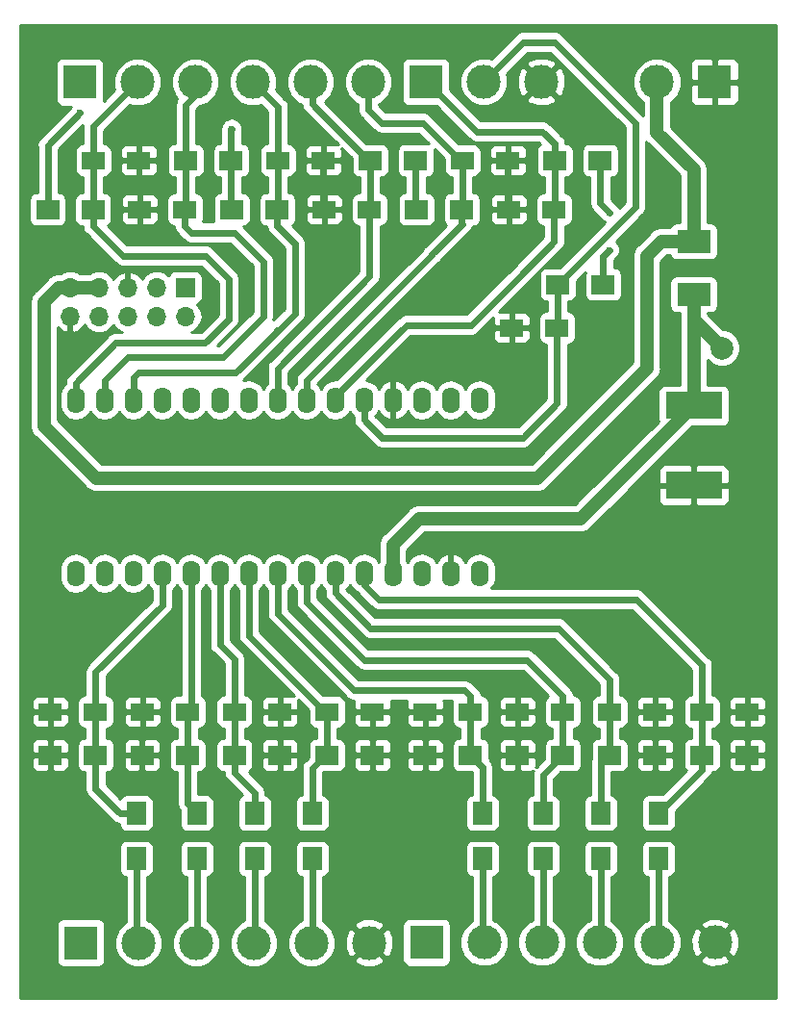
<source format=gbr>
G04 #@! TF.GenerationSoftware,KiCad,Pcbnew,5.0.2+dfsg1-1*
G04 #@! TF.CreationDate,2021-01-22T13:52:48+01:00*
G04 #@! TF.ProjectId,wat,7761742e-6b69-4636-9164-5f7063625858,rev?*
G04 #@! TF.SameCoordinates,Original*
G04 #@! TF.FileFunction,Copper,L1,Top*
G04 #@! TF.FilePolarity,Positive*
%FSLAX46Y46*%
G04 Gerber Fmt 4.6, Leading zero omitted, Abs format (unit mm)*
G04 Created by KiCad (PCBNEW 5.0.2+dfsg1-1) date vie 22 ene 2021 13:52:48 CET*
%MOMM*%
%LPD*%
G01*
G04 APERTURE LIST*
G04 #@! TA.AperFunction,SMDPad,CuDef*
%ADD10R,2.000000X1.600000*%
G04 #@! TD*
G04 #@! TA.AperFunction,ComponentPad*
%ADD11C,3.000000*%
G04 #@! TD*
G04 #@! TA.AperFunction,ComponentPad*
%ADD12R,3.000000X3.000000*%
G04 #@! TD*
G04 #@! TA.AperFunction,SMDPad,CuDef*
%ADD13R,5.000000X2.400000*%
G04 #@! TD*
G04 #@! TA.AperFunction,ComponentPad*
%ADD14O,1.700000X1.700000*%
G04 #@! TD*
G04 #@! TA.AperFunction,ComponentPad*
%ADD15R,1.700000X1.700000*%
G04 #@! TD*
G04 #@! TA.AperFunction,SMDPad,CuDef*
%ADD16R,2.000000X1.700000*%
G04 #@! TD*
G04 #@! TA.AperFunction,SMDPad,CuDef*
%ADD17R,1.700000X2.000000*%
G04 #@! TD*
G04 #@! TA.AperFunction,ComponentPad*
%ADD18C,1.998980*%
G04 #@! TD*
G04 #@! TA.AperFunction,SMDPad,CuDef*
%ADD19R,3.000000X2.000000*%
G04 #@! TD*
G04 #@! TA.AperFunction,ComponentPad*
%ADD20O,1.574800X2.286000*%
G04 #@! TD*
G04 #@! TA.AperFunction,ViaPad*
%ADD21C,0.600000*%
G04 #@! TD*
G04 #@! TA.AperFunction,Conductor*
%ADD22C,0.600000*%
G04 #@! TD*
G04 #@! TA.AperFunction,Conductor*
%ADD23C,1.200000*%
G04 #@! TD*
G04 #@! TA.AperFunction,Conductor*
%ADD24C,0.250000*%
G04 #@! TD*
G04 #@! TA.AperFunction,Conductor*
%ADD25C,0.254000*%
G04 #@! TD*
G04 APERTURE END LIST*
D10*
G04 #@! TO.P,C11,2*
G04 #@! TO.N,GND*
X84010000Y-134620000D03*
G04 #@! TO.P,C11,1*
G04 #@! TO.N,/A2*
X80010000Y-134620000D03*
G04 #@! TD*
D11*
G04 #@! TO.P,J4,6*
G04 #@! TO.N,/D4*
X91795600Y-79222600D03*
G04 #@! TO.P,J4,5*
G04 #@! TO.N,/D5*
X86715600Y-79222600D03*
G04 #@! TO.P,J4,4*
G04 #@! TO.N,/D10*
X81635600Y-79222600D03*
D12*
G04 #@! TO.P,J4,1*
G04 #@! TO.N,VCC*
X66395600Y-79222600D03*
D11*
G04 #@! TO.P,J4,3*
G04 #@! TO.N,/D11*
X76555600Y-79222600D03*
G04 #@! TO.P,J4,2*
G04 #@! TO.N,/D12*
X71475600Y-79222600D03*
G04 #@! TD*
D13*
G04 #@! TO.P,C1,2*
G04 #@! TO.N,GND*
X120459500Y-114688500D03*
G04 #@! TO.P,C1,1*
G04 #@! TO.N,VCC*
X120459500Y-107688500D03*
G04 #@! TD*
D10*
G04 #@! TO.P,C2,2*
G04 #@! TO.N,GND*
X104426000Y-100838000D03*
G04 #@! TO.P,C2,1*
G04 #@! TO.N,/D2*
X108426000Y-100838000D03*
G04 #@! TD*
G04 #@! TO.P,C5,2*
G04 #@! TO.N,GND*
X87916000Y-90424000D03*
G04 #@! TO.P,C5,1*
G04 #@! TO.N,/D5*
X91916000Y-90424000D03*
G04 #@! TD*
G04 #@! TO.P,C6,1*
G04 #@! TO.N,/D10*
X83852000Y-86106000D03*
G04 #@! TO.P,C6,2*
G04 #@! TO.N,GND*
X87852000Y-86106000D03*
G04 #@! TD*
G04 #@! TO.P,C7,2*
G04 #@! TO.N,GND*
X71660000Y-90424000D03*
G04 #@! TO.P,C7,1*
G04 #@! TO.N,/D11*
X75660000Y-90424000D03*
G04 #@! TD*
G04 #@! TO.P,C8,1*
G04 #@! TO.N,/D12*
X67596000Y-86106000D03*
G04 #@! TO.P,C8,2*
G04 #@! TO.N,GND*
X71596000Y-86106000D03*
G04 #@! TD*
G04 #@! TO.P,C9,2*
G04 #@! TO.N,GND*
X63786000Y-134620000D03*
G04 #@! TO.P,C9,1*
G04 #@! TO.N,/A0*
X67786000Y-134620000D03*
G04 #@! TD*
G04 #@! TO.P,C10,1*
G04 #@! TO.N,/A1*
X75914000Y-134620000D03*
G04 #@! TO.P,C10,2*
G04 #@! TO.N,GND*
X71914000Y-134620000D03*
G04 #@! TD*
G04 #@! TO.P,C12,1*
G04 #@! TO.N,/A3*
X88170000Y-134620000D03*
G04 #@! TO.P,C12,2*
G04 #@! TO.N,GND*
X92170000Y-134620000D03*
G04 #@! TD*
G04 #@! TO.P,C13,2*
G04 #@! TO.N,GND*
X96806000Y-134620000D03*
G04 #@! TO.P,C13,1*
G04 #@! TO.N,/A4*
X100806000Y-134620000D03*
G04 #@! TD*
G04 #@! TO.P,C14,1*
G04 #@! TO.N,/A5*
X108934000Y-134620000D03*
G04 #@! TO.P,C14,2*
G04 #@! TO.N,GND*
X104934000Y-134620000D03*
G04 #@! TD*
G04 #@! TO.P,C15,1*
G04 #@! TO.N,/A6*
X113062000Y-134620000D03*
G04 #@! TO.P,C15,2*
G04 #@! TO.N,GND*
X117062000Y-134620000D03*
G04 #@! TD*
G04 #@! TO.P,C16,2*
G04 #@! TO.N,GND*
X125190000Y-134620000D03*
G04 #@! TO.P,C16,1*
G04 #@! TO.N,/A7*
X121190000Y-134620000D03*
G04 #@! TD*
D14*
G04 #@! TO.P,J1,10*
G04 #@! TO.N,GND*
X65532000Y-99822000D03*
G04 #@! TO.P,J1,9*
G04 #@! TO.N,/vcc_5v*
X65532000Y-97282000D03*
G04 #@! TO.P,J1,8*
G04 #@! TO.N,/D9*
X68072000Y-99822000D03*
G04 #@! TO.P,J1,7*
G04 #@! TO.N,/vcc_5v*
X68072000Y-97282000D03*
G04 #@! TO.P,J1,6*
G04 #@! TO.N,/D8*
X70612000Y-99822000D03*
G04 #@! TO.P,J1,5*
G04 #@! TO.N,GND*
X70612000Y-97282000D03*
G04 #@! TO.P,J1,4*
G04 #@! TO.N,/D7*
X73152000Y-99822000D03*
G04 #@! TO.P,J1,3*
G04 #@! TO.N,/ard_rx*
X73152000Y-97282000D03*
G04 #@! TO.P,J1,2*
G04 #@! TO.N,/D6*
X75692000Y-99822000D03*
D15*
G04 #@! TO.P,J1,1*
G04 #@! TO.N,/ard_tx*
X75692000Y-97282000D03*
G04 #@! TD*
D11*
G04 #@! TO.P,J2,6*
G04 #@! TO.N,GND*
X122326400Y-154914600D03*
G04 #@! TO.P,J2,5*
G04 #@! TO.N,/jA7*
X117246400Y-154914600D03*
G04 #@! TO.P,J2,4*
G04 #@! TO.N,/jA6*
X112166400Y-154914600D03*
D12*
G04 #@! TO.P,J2,1*
G04 #@! TO.N,VCC*
X96926400Y-154914600D03*
D11*
G04 #@! TO.P,J2,3*
G04 #@! TO.N,/jA5*
X107086400Y-154914600D03*
G04 #@! TO.P,J2,2*
G04 #@! TO.N,/jA4*
X102006400Y-154914600D03*
G04 #@! TD*
D12*
G04 #@! TO.P,J3,1*
G04 #@! TO.N,/D3*
X96875600Y-79197200D03*
D11*
G04 #@! TO.P,J3,2*
G04 #@! TO.N,/D2*
X101955600Y-79197200D03*
G04 #@! TO.P,J3,3*
G04 #@! TO.N,GND*
X107035600Y-79197200D03*
G04 #@! TD*
G04 #@! TO.P,J5,2*
G04 #@! TO.N,/jA0*
X71551800Y-154940000D03*
G04 #@! TO.P,J5,3*
G04 #@! TO.N,/jA1*
X76631800Y-154940000D03*
D12*
G04 #@! TO.P,J5,1*
G04 #@! TO.N,VCC*
X66471800Y-154940000D03*
D11*
G04 #@! TO.P,J5,4*
G04 #@! TO.N,/jA2*
X81711800Y-154940000D03*
G04 #@! TO.P,J5,5*
G04 #@! TO.N,/jA3*
X86791800Y-154940000D03*
G04 #@! TO.P,J5,6*
G04 #@! TO.N,GND*
X91871800Y-154940000D03*
G04 #@! TD*
G04 #@! TO.P,P1,2*
G04 #@! TO.N,/vcc_5v*
X117221000Y-79222600D03*
D12*
G04 #@! TO.P,P1,1*
G04 #@! TO.N,GND*
X122301000Y-79222600D03*
G04 #@! TD*
D16*
G04 #@! TO.P,R1,1*
G04 #@! TO.N,/D2*
X108490000Y-97028000D03*
G04 #@! TO.P,R1,2*
G04 #@! TO.N,VCC*
X112490000Y-97028000D03*
G04 #@! TD*
G04 #@! TO.P,R3,1*
G04 #@! TO.N,/D4*
X100044000Y-90424000D03*
G04 #@! TO.P,R3,2*
G04 #@! TO.N,VCC*
X96044000Y-90424000D03*
G04 #@! TD*
G04 #@! TO.P,R4,2*
G04 #@! TO.N,VCC*
X95980000Y-86106000D03*
G04 #@! TO.P,R4,1*
G04 #@! TO.N,/D5*
X91980000Y-86106000D03*
G04 #@! TD*
G04 #@! TO.P,R5,1*
G04 #@! TO.N,/D10*
X83788000Y-90424000D03*
G04 #@! TO.P,R5,2*
G04 #@! TO.N,VCC*
X79788000Y-90424000D03*
G04 #@! TD*
G04 #@! TO.P,R6,2*
G04 #@! TO.N,VCC*
X79724000Y-86106000D03*
G04 #@! TO.P,R6,1*
G04 #@! TO.N,/D11*
X75724000Y-86106000D03*
G04 #@! TD*
G04 #@! TO.P,R7,1*
G04 #@! TO.N,/D12*
X67564000Y-90424000D03*
G04 #@! TO.P,R7,2*
G04 #@! TO.N,VCC*
X63564000Y-90424000D03*
G04 #@! TD*
D17*
G04 #@! TO.P,R8,1*
G04 #@! TO.N,/A0*
X71374000Y-143542000D03*
G04 #@! TO.P,R8,2*
G04 #@! TO.N,/jA0*
X71374000Y-147542000D03*
G04 #@! TD*
G04 #@! TO.P,R9,1*
G04 #@! TO.N,/A1*
X76708000Y-143542000D03*
G04 #@! TO.P,R9,2*
G04 #@! TO.N,/jA1*
X76708000Y-147542000D03*
G04 #@! TD*
G04 #@! TO.P,R10,1*
G04 #@! TO.N,/A2*
X81788000Y-143542000D03*
G04 #@! TO.P,R10,2*
G04 #@! TO.N,/jA2*
X81788000Y-147542000D03*
G04 #@! TD*
G04 #@! TO.P,R11,2*
G04 #@! TO.N,/jA3*
X86868000Y-147542000D03*
G04 #@! TO.P,R11,1*
G04 #@! TO.N,/A3*
X86868000Y-143542000D03*
G04 #@! TD*
G04 #@! TO.P,R12,1*
G04 #@! TO.N,/A4*
X101854000Y-143542000D03*
G04 #@! TO.P,R12,2*
G04 #@! TO.N,/jA4*
X101854000Y-147542000D03*
G04 #@! TD*
G04 #@! TO.P,R13,2*
G04 #@! TO.N,/jA5*
X107188000Y-147542000D03*
G04 #@! TO.P,R13,1*
G04 #@! TO.N,/A5*
X107188000Y-143542000D03*
G04 #@! TD*
D16*
G04 #@! TO.P,R14,2*
G04 #@! TO.N,/A0*
X67786000Y-138430000D03*
G04 #@! TO.P,R14,1*
G04 #@! TO.N,GND*
X63786000Y-138430000D03*
G04 #@! TD*
G04 #@! TO.P,R15,2*
G04 #@! TO.N,/A1*
X75882000Y-138430000D03*
G04 #@! TO.P,R15,1*
G04 #@! TO.N,GND*
X71882000Y-138430000D03*
G04 #@! TD*
G04 #@! TO.P,R16,2*
G04 #@! TO.N,/A2*
X80010000Y-138430000D03*
G04 #@! TO.P,R16,1*
G04 #@! TO.N,GND*
X84010000Y-138430000D03*
G04 #@! TD*
G04 #@! TO.P,R17,2*
G04 #@! TO.N,/A3*
X88170000Y-138430000D03*
G04 #@! TO.P,R17,1*
G04 #@! TO.N,GND*
X92170000Y-138430000D03*
G04 #@! TD*
G04 #@! TO.P,R18,2*
G04 #@! TO.N,/A4*
X100806000Y-138430000D03*
G04 #@! TO.P,R18,1*
G04 #@! TO.N,GND*
X96806000Y-138430000D03*
G04 #@! TD*
G04 #@! TO.P,R19,1*
G04 #@! TO.N,GND*
X104934000Y-138430000D03*
G04 #@! TO.P,R19,2*
G04 #@! TO.N,/A5*
X108934000Y-138430000D03*
G04 #@! TD*
D17*
G04 #@! TO.P,R20,2*
G04 #@! TO.N,/jA6*
X112268000Y-147542000D03*
G04 #@! TO.P,R20,1*
G04 #@! TO.N,/A6*
X112268000Y-143542000D03*
G04 #@! TD*
G04 #@! TO.P,R21,2*
G04 #@! TO.N,/jA7*
X117348000Y-147542000D03*
G04 #@! TO.P,R21,1*
G04 #@! TO.N,/A7*
X117348000Y-143542000D03*
G04 #@! TD*
D16*
G04 #@! TO.P,R22,1*
G04 #@! TO.N,GND*
X117062000Y-138430000D03*
G04 #@! TO.P,R22,2*
G04 #@! TO.N,/A6*
X113062000Y-138430000D03*
G04 #@! TD*
G04 #@! TO.P,R23,1*
G04 #@! TO.N,GND*
X125190000Y-138430000D03*
G04 #@! TO.P,R23,2*
G04 #@! TO.N,/A7*
X121190000Y-138430000D03*
G04 #@! TD*
D18*
G04 #@! TO.P,W1,1*
G04 #@! TO.N,VCC*
X122936000Y-102616000D03*
G04 #@! TD*
D10*
G04 #@! TO.P,C3,1*
G04 #@! TO.N,/D3*
X108172000Y-90424000D03*
G04 #@! TO.P,C3,2*
G04 #@! TO.N,GND*
X104172000Y-90424000D03*
G04 #@! TD*
G04 #@! TO.P,C4,2*
G04 #@! TO.N,GND*
X104108000Y-86106000D03*
G04 #@! TO.P,C4,1*
G04 #@! TO.N,/D4*
X100108000Y-86106000D03*
G04 #@! TD*
D19*
G04 #@! TO.P,D1,2*
G04 #@! TO.N,/vcc_5v*
X120459500Y-93242500D03*
G04 #@! TO.P,D1,1*
G04 #@! TO.N,VCC*
X120459500Y-97892500D03*
G04 #@! TD*
D16*
G04 #@! TO.P,R2,2*
G04 #@! TO.N,VCC*
X112236000Y-86106000D03*
G04 #@! TO.P,R2,1*
G04 #@! TO.N,/D3*
X108236000Y-86106000D03*
G04 #@! TD*
D20*
G04 #@! TO.P,U1,26*
G04 #@! TO.N,/A7*
X91440000Y-122428000D03*
G04 #@! TO.P,U1,25*
G04 #@! TO.N,/A6*
X88900000Y-122428000D03*
G04 #@! TO.P,U1,24*
G04 #@! TO.N,/A5*
X86360000Y-122428000D03*
G04 #@! TO.P,U1,23*
G04 #@! TO.N,/A4*
X83820000Y-122428000D03*
G04 #@! TO.P,U1,22*
G04 #@! TO.N,/A3*
X81280000Y-122428000D03*
G04 #@! TO.P,U1,21*
G04 #@! TO.N,/A2*
X78740000Y-122428000D03*
G04 #@! TO.P,U1,20*
G04 #@! TO.N,/A1*
X76200000Y-122428000D03*
G04 #@! TO.P,U1,16*
G04 #@! TO.N,Net-(U1-Pad16)*
X66040000Y-122428000D03*
G04 #@! TO.P,U1,15*
G04 #@! TO.N,/D12*
X66040000Y-107188000D03*
G04 #@! TO.P,U1,14*
G04 #@! TO.N,/D11*
X68580000Y-107188000D03*
G04 #@! TO.P,U1,13*
G04 #@! TO.N,/D10*
X71120000Y-107188000D03*
G04 #@! TO.P,U1,12*
G04 #@! TO.N,/D9*
X73660000Y-107188000D03*
G04 #@! TO.P,U1,11*
G04 #@! TO.N,/D8*
X76200000Y-107188000D03*
G04 #@! TO.P,U1,10*
G04 #@! TO.N,/D7*
X78740000Y-107188000D03*
G04 #@! TO.P,U1,9*
G04 #@! TO.N,/D6*
X81280000Y-107188000D03*
G04 #@! TO.P,U1,8*
G04 #@! TO.N,/D5*
X83820000Y-107188000D03*
G04 #@! TO.P,U1,7*
G04 #@! TO.N,/D4*
X86360000Y-107188000D03*
G04 #@! TO.P,U1,6*
G04 #@! TO.N,/D3*
X88900000Y-107188000D03*
G04 #@! TO.P,U1,5*
G04 #@! TO.N,/D2*
X91440000Y-107188000D03*
G04 #@! TO.P,U1,1*
G04 #@! TO.N,/ard_tx*
X101600000Y-107188000D03*
G04 #@! TO.P,U1,17*
G04 #@! TO.N,Net-(U1-Pad17)*
X68580000Y-122428000D03*
G04 #@! TO.P,U1,18*
G04 #@! TO.N,Net-(U1-Pad18)*
X71120000Y-122428000D03*
G04 #@! TO.P,U1,19*
G04 #@! TO.N,/A0*
X73660000Y-122428000D03*
G04 #@! TO.P,U1,27*
G04 #@! TO.N,VCC*
X93980000Y-122428000D03*
G04 #@! TO.P,U1,28*
G04 #@! TO.N,Net-(U1-Pad28)*
X96520000Y-122428000D03*
G04 #@! TO.P,U1,29*
G04 #@! TO.N,GND*
X99060000Y-122428000D03*
G04 #@! TO.P,U1,30*
G04 #@! TO.N,Net-(U1-Pad30)*
X101600000Y-122428000D03*
G04 #@! TO.P,U1,4*
G04 #@! TO.N,GND*
X93980000Y-107188000D03*
G04 #@! TO.P,U1,3*
G04 #@! TO.N,Net-(U1-Pad3)*
X96520000Y-107188000D03*
G04 #@! TO.P,U1,2*
G04 #@! TO.N,/ard_rx*
X99060000Y-107188000D03*
G04 #@! TD*
D21*
G04 #@! TO.N,VCC*
X79756000Y-83312000D03*
X95980000Y-88138000D03*
X113030000Y-90678000D03*
X113030000Y-93980000D03*
X66395600Y-81922600D03*
G04 #@! TD*
D22*
G04 #@! TO.N,GND*
X87852000Y-90360000D02*
X87916000Y-90424000D01*
X87852000Y-86106000D02*
X87852000Y-90360000D01*
X104108000Y-90360000D02*
X104172000Y-90424000D01*
X104108000Y-86106000D02*
X104108000Y-90360000D01*
D23*
G04 #@! TO.N,VCC*
X93980000Y-122428000D02*
X93980000Y-120459500D01*
X112387500Y-115760500D02*
X120459500Y-107688500D01*
D22*
X79724000Y-90360000D02*
X79788000Y-90424000D01*
X79724000Y-86106000D02*
X79724000Y-90360000D01*
X95980000Y-90360000D02*
X96044000Y-90424000D01*
D23*
X120459500Y-100139500D02*
X122936000Y-102616000D01*
X120459500Y-99060000D02*
X120459500Y-107688500D01*
X120459500Y-99060000D02*
X120459500Y-100139500D01*
X120459500Y-97892500D02*
X120459500Y-99060000D01*
D22*
X79724000Y-86106000D02*
X79724000Y-83344000D01*
X79724000Y-83344000D02*
X79756000Y-83312000D01*
X95980000Y-86106000D02*
X95980000Y-86074000D01*
X95980000Y-86106000D02*
X95980000Y-88138000D01*
X95980000Y-88138000D02*
X95980000Y-90360000D01*
X112236000Y-86106000D02*
X112236000Y-89884000D01*
X112236000Y-89884000D02*
X113030000Y-90678000D01*
X113030000Y-96488000D02*
X112490000Y-97028000D01*
X63564000Y-84754200D02*
X66395600Y-81922600D01*
X63564000Y-90424000D02*
X63564000Y-84754200D01*
X112490000Y-94520000D02*
X113030000Y-93980000D01*
X112490000Y-97028000D02*
X112490000Y-94520000D01*
D23*
X112387500Y-115760500D02*
X112331500Y-115760500D01*
X112331500Y-115760500D02*
X110490000Y-117602000D01*
X110490000Y-117602000D02*
X96266000Y-117602000D01*
X93980000Y-119888000D02*
X93980000Y-120459500D01*
X96266000Y-117602000D02*
X93980000Y-119888000D01*
G04 #@! TO.N,/vcc_5v*
X117221000Y-79222600D02*
X117221000Y-83693000D01*
X120459500Y-86931500D02*
X120459500Y-93242500D01*
X117221000Y-83693000D02*
X120459500Y-86931500D01*
X65532000Y-97282000D02*
X68072000Y-97282000D01*
X64516000Y-97282000D02*
X65532000Y-97282000D01*
X63246000Y-98552000D02*
X64516000Y-97282000D01*
X67818000Y-114046000D02*
X63246000Y-109474000D01*
X117577500Y-93242500D02*
X116332000Y-94488000D01*
X116332000Y-104394000D02*
X106680000Y-114046000D01*
X120459500Y-93242500D02*
X117577500Y-93242500D01*
X116332000Y-94488000D02*
X116332000Y-104394000D01*
X63246000Y-109474000D02*
X63246000Y-98552000D01*
X106680000Y-114046000D02*
X67818000Y-114046000D01*
D22*
G04 #@! TO.N,/D3*
X96875600Y-79197200D02*
X97104200Y-79197200D01*
X108172000Y-90424000D02*
X108172000Y-93250000D01*
X108236000Y-86106000D02*
X108236000Y-90360000D01*
X108236000Y-90360000D02*
X108172000Y-90424000D01*
X108236000Y-86106000D02*
X108086000Y-86106000D01*
X96875600Y-79197200D02*
X96875600Y-79857600D01*
X107146000Y-83566000D02*
X108236000Y-84656000D01*
X108236000Y-84656000D02*
X108236000Y-86106000D01*
X101346000Y-83566000D02*
X107146000Y-83566000D01*
X96875600Y-79197200D02*
X96977200Y-79197200D01*
X96977200Y-79197200D02*
X101346000Y-83566000D01*
X88900000Y-106832400D02*
X95148400Y-100584000D01*
X88900000Y-107188000D02*
X88900000Y-106832400D01*
X100838000Y-100584000D02*
X105156000Y-96266000D01*
X95148400Y-100584000D02*
X100838000Y-100584000D01*
X108172000Y-93250000D02*
X105156000Y-96266000D01*
X105156000Y-96266000D02*
X104711500Y-96710500D01*
D24*
G04 #@! TO.N,/D4*
X86360000Y-105795000D02*
X86360000Y-107188000D01*
X100044000Y-90424000D02*
X99894000Y-90424000D01*
D22*
X100108000Y-86106000D02*
X100108000Y-90360000D01*
X100108000Y-90360000D02*
X100044000Y-90424000D01*
X91795600Y-81635600D02*
X91795600Y-79222600D01*
X92964000Y-82804000D02*
X91795600Y-81635600D01*
X96606000Y-82804000D02*
X92964000Y-82804000D01*
X100108000Y-86106000D02*
X99908000Y-86106000D01*
X99908000Y-86106000D02*
X96606000Y-82804000D01*
X100044000Y-91662000D02*
X100044000Y-90424000D01*
X97380500Y-94389500D02*
X100076000Y-91694000D01*
X97380500Y-94424500D02*
X97380500Y-94389500D01*
X86360000Y-107188000D02*
X86360000Y-105445000D01*
X100076000Y-91694000D02*
X100044000Y-91662000D01*
X86360000Y-105445000D02*
X97380500Y-94424500D01*
G04 #@! TO.N,/D2*
X101955600Y-79197200D02*
X101955600Y-79286100D01*
X108490000Y-97028000D02*
X108490000Y-100774000D01*
X108204000Y-75692000D02*
X105460800Y-75692000D01*
X115316000Y-82804000D02*
X108204000Y-75692000D01*
X105460800Y-75692000D02*
X101955600Y-79197200D01*
X108490000Y-97028000D02*
X115316000Y-90202000D01*
X115316000Y-90202000D02*
X115316000Y-82804000D01*
X91440000Y-108931000D02*
X92999000Y-110490000D01*
X91440000Y-107188000D02*
X91440000Y-108931000D01*
X92999000Y-110490000D02*
X105410000Y-110490000D01*
X108426000Y-107474000D02*
X108426000Y-100838000D01*
X105410000Y-110490000D02*
X108426000Y-107474000D01*
G04 #@! TO.N,/D10*
X71564500Y-104775000D02*
X80137000Y-104775000D01*
X71120000Y-107188000D02*
X71120000Y-105219500D01*
X71120000Y-105219500D02*
X71564500Y-104775000D01*
X83852000Y-86106000D02*
X83852000Y-81439000D01*
X83852000Y-81439000D02*
X81635600Y-79222600D01*
X83852000Y-86106000D02*
X83852000Y-90360000D01*
X83852000Y-90360000D02*
X83788000Y-90424000D01*
X80137000Y-104775000D02*
X83820000Y-101092000D01*
X83788000Y-101060000D02*
X83820000Y-101092000D01*
X83788000Y-91874000D02*
X85344000Y-93430000D01*
X83788000Y-90424000D02*
X83788000Y-91874000D01*
X85344000Y-99568000D02*
X83820000Y-101092000D01*
X85344000Y-93430000D02*
X85344000Y-99568000D01*
G04 #@! TO.N,/D11*
X75724000Y-86106000D02*
X75724000Y-81248500D01*
X76555600Y-80416900D02*
X76555600Y-79222600D01*
X75724000Y-81248500D02*
X76555600Y-80416900D01*
X75724000Y-90360000D02*
X75660000Y-90424000D01*
X75724000Y-86106000D02*
X75724000Y-90360000D01*
X75860000Y-90424000D02*
X75660000Y-90424000D01*
X80010000Y-92456000D02*
X76200000Y-92456000D01*
X68580000Y-105445000D02*
X70647000Y-103378000D01*
X68580000Y-107188000D02*
X68580000Y-105445000D01*
X70647000Y-103378000D02*
X78994000Y-103378000D01*
X82550000Y-99822000D02*
X82550000Y-94996000D01*
X78994000Y-103378000D02*
X82550000Y-99822000D01*
X75660000Y-91916000D02*
X75660000Y-90424000D01*
X76200000Y-92456000D02*
X75660000Y-91916000D01*
X82550000Y-94996000D02*
X80010000Y-92456000D01*
G04 #@! TO.N,/D12*
X67596000Y-86106000D02*
X67596000Y-83102200D01*
X67596000Y-83102200D02*
X71475600Y-79222600D01*
X67596000Y-90392000D02*
X67564000Y-90424000D01*
X67596000Y-86106000D02*
X67596000Y-90392000D01*
X66040000Y-105664000D02*
X66040000Y-107188000D01*
X69532500Y-102171500D02*
X66040000Y-105664000D01*
X77406500Y-102171500D02*
X69532500Y-102171500D01*
X67564000Y-90424000D02*
X67564000Y-91874000D01*
X70178000Y-94488000D02*
X77470000Y-94488000D01*
X67564000Y-91874000D02*
X70178000Y-94488000D01*
X77470000Y-94488000D02*
X79502000Y-96520000D01*
X79502000Y-96520000D02*
X79502000Y-100076000D01*
X79502000Y-100076000D02*
X77406500Y-102171500D01*
G04 #@! TO.N,/A0*
X73660000Y-122428000D02*
X73660000Y-125222000D01*
X67786000Y-131096000D02*
X67786000Y-134620000D01*
X73660000Y-125222000D02*
X67786000Y-131096000D01*
X69924000Y-143542000D02*
X71374000Y-143542000D01*
X67786000Y-141404000D02*
X69924000Y-143542000D01*
X67786000Y-138430000D02*
X67786000Y-141404000D01*
X67786000Y-134620000D02*
X67786000Y-138430000D01*
G04 #@! TO.N,/A1*
X76200000Y-122428000D02*
X76200000Y-134334000D01*
X76200000Y-134334000D02*
X75914000Y-134620000D01*
X75914000Y-138398000D02*
X75882000Y-138430000D01*
X75914000Y-134620000D02*
X75914000Y-138398000D01*
X75882000Y-142716000D02*
X76708000Y-143542000D01*
X75882000Y-138430000D02*
X75882000Y-142716000D01*
G04 #@! TO.N,/A2*
X78740000Y-122428000D02*
X78740000Y-128714500D01*
X80010000Y-129984500D02*
X80010000Y-134620000D01*
X78740000Y-128714500D02*
X80010000Y-129984500D01*
X80010000Y-138430000D02*
X80010000Y-139954000D01*
X81788000Y-141732000D02*
X81788000Y-143542000D01*
X80010000Y-139954000D02*
X81788000Y-141732000D01*
X80010000Y-134620000D02*
X80010000Y-138430000D01*
G04 #@! TO.N,/A3*
X88020000Y-138430000D02*
X86868000Y-139582000D01*
X88170000Y-138430000D02*
X88020000Y-138430000D01*
X86868000Y-139582000D02*
X86868000Y-143542000D01*
X88170000Y-134620000D02*
X88170000Y-138430000D01*
X87970000Y-134620000D02*
X88170000Y-134620000D01*
X81280000Y-127930000D02*
X87970000Y-134620000D01*
X81280000Y-122428000D02*
X81280000Y-127930000D01*
G04 #@! TO.N,/A4*
X101854000Y-143542000D02*
X101854000Y-139478000D01*
X101854000Y-139478000D02*
X100806000Y-138430000D01*
X100806000Y-134620000D02*
X100806000Y-138430000D01*
X100806000Y-133254500D02*
X100806000Y-134620000D01*
X100266500Y-132715000D02*
X100806000Y-133254500D01*
X90551000Y-132715000D02*
X100266500Y-132715000D01*
X83820000Y-122428000D02*
X83820000Y-125984000D01*
X83820000Y-125984000D02*
X90551000Y-132715000D01*
G04 #@! TO.N,/A5*
X86360000Y-122428000D02*
X86360000Y-123063000D01*
X107188000Y-143542000D02*
X107188000Y-140176000D01*
X107188000Y-140176000D02*
X108934000Y-138430000D01*
X108934000Y-134620000D02*
X108934000Y-138430000D01*
X108934000Y-133191000D02*
X108934000Y-134620000D01*
X105791000Y-130048000D02*
X108934000Y-133191000D01*
X91440000Y-130048000D02*
X105791000Y-130048000D01*
X86360000Y-122428000D02*
X86360000Y-124968000D01*
X86360000Y-124968000D02*
X91440000Y-130048000D01*
G04 #@! TO.N,/A6*
X112268000Y-143542000D02*
X112268000Y-139224000D01*
X112268000Y-139224000D02*
X113062000Y-138430000D01*
X113062000Y-134620000D02*
X113062000Y-138430000D01*
X113062000Y-131794500D02*
X113062000Y-134620000D01*
X88900000Y-122428000D02*
X88900000Y-123190000D01*
X88900000Y-124171000D02*
X91983000Y-127254000D01*
X88900000Y-122428000D02*
X88900000Y-124171000D01*
X108521500Y-127254000D02*
X113062000Y-131794500D01*
X91983000Y-127254000D02*
X108521500Y-127254000D01*
G04 #@! TO.N,/A7*
X121190000Y-134620000D02*
X121190000Y-138430000D01*
X121190000Y-138430000D02*
X121190000Y-139700000D01*
X121190000Y-139700000D02*
X117348000Y-143542000D01*
X121190000Y-130524500D02*
X121190000Y-134620000D01*
X115379500Y-124714000D02*
X121190000Y-130524500D01*
X92710000Y-124714000D02*
X115379500Y-124714000D01*
X91440000Y-122428000D02*
X91440000Y-123444000D01*
X91440000Y-123444000D02*
X92710000Y-124714000D01*
G04 #@! TO.N,/jA7*
X117348000Y-147542000D02*
X117348000Y-154813000D01*
X117348000Y-154813000D02*
X117246400Y-154914600D01*
G04 #@! TO.N,/jA6*
X112268000Y-147542000D02*
X112268000Y-154813000D01*
X112268000Y-154813000D02*
X112166400Y-154914600D01*
G04 #@! TO.N,/jA5*
X107188000Y-147542000D02*
X107188000Y-154813000D01*
X107188000Y-154813000D02*
X107086400Y-154914600D01*
G04 #@! TO.N,/jA4*
X101854000Y-147542000D02*
X101854000Y-154762200D01*
X101854000Y-154762200D02*
X102006400Y-154914600D01*
G04 #@! TO.N,/jA0*
X71374000Y-147542000D02*
X71374000Y-154762200D01*
X71374000Y-154762200D02*
X71551800Y-154940000D01*
G04 #@! TO.N,/jA1*
X76708000Y-147542000D02*
X76708000Y-154863800D01*
X76708000Y-154863800D02*
X76631800Y-154940000D01*
G04 #@! TO.N,/jA2*
X81788000Y-147542000D02*
X81788000Y-154863800D01*
X81788000Y-154863800D02*
X81711800Y-154940000D01*
G04 #@! TO.N,/jA3*
X86868000Y-147542000D02*
X86868000Y-154863800D01*
X86868000Y-154863800D02*
X86791800Y-154940000D01*
G04 #@! TO.N,/D5*
X86715600Y-79222600D02*
X86906100Y-79222600D01*
X91980000Y-86106000D02*
X91980000Y-90360000D01*
X91980000Y-90360000D02*
X91916000Y-90424000D01*
X91830000Y-86106000D02*
X86868000Y-81144000D01*
X91980000Y-86106000D02*
X91830000Y-86106000D01*
X86868000Y-79375000D02*
X86715600Y-79222600D01*
X86868000Y-81144000D02*
X86868000Y-79375000D01*
X91916000Y-90424000D02*
X91716000Y-90424000D01*
X83820000Y-107188000D02*
X83820000Y-104394000D01*
X91916000Y-96298000D02*
X91916000Y-90424000D01*
X83820000Y-104394000D02*
X91916000Y-96298000D01*
G04 #@! TD*
D25*
G04 #@! TO.N,GND*
G36*
X127687001Y-159818000D02*
X61162000Y-159818000D01*
X61162000Y-153440000D01*
X64324360Y-153440000D01*
X64324360Y-156440000D01*
X64373643Y-156687765D01*
X64513991Y-156897809D01*
X64724035Y-157038157D01*
X64971800Y-157087440D01*
X67971800Y-157087440D01*
X68219565Y-157038157D01*
X68429609Y-156897809D01*
X68569957Y-156687765D01*
X68619240Y-156440000D01*
X68619240Y-154515322D01*
X69416800Y-154515322D01*
X69416800Y-155364678D01*
X69741834Y-156149380D01*
X70342420Y-156749966D01*
X71127122Y-157075000D01*
X71976478Y-157075000D01*
X72761180Y-156749966D01*
X73361766Y-156149380D01*
X73686800Y-155364678D01*
X73686800Y-154515322D01*
X74496800Y-154515322D01*
X74496800Y-155364678D01*
X74821834Y-156149380D01*
X75422420Y-156749966D01*
X76207122Y-157075000D01*
X77056478Y-157075000D01*
X77841180Y-156749966D01*
X78441766Y-156149380D01*
X78766800Y-155364678D01*
X78766800Y-154515322D01*
X79576800Y-154515322D01*
X79576800Y-155364678D01*
X79901834Y-156149380D01*
X80502420Y-156749966D01*
X81287122Y-157075000D01*
X82136478Y-157075000D01*
X82921180Y-156749966D01*
X83521766Y-156149380D01*
X83846800Y-155364678D01*
X83846800Y-154515322D01*
X84656800Y-154515322D01*
X84656800Y-155364678D01*
X84981834Y-156149380D01*
X85582420Y-156749966D01*
X86367122Y-157075000D01*
X87216478Y-157075000D01*
X88001180Y-156749966D01*
X88297176Y-156453970D01*
X90537435Y-156453970D01*
X90697218Y-156772739D01*
X91487987Y-157082723D01*
X92337187Y-157066497D01*
X93046382Y-156772739D01*
X93206165Y-156453970D01*
X91871800Y-155119605D01*
X90537435Y-156453970D01*
X88297176Y-156453970D01*
X88601766Y-156149380D01*
X88926800Y-155364678D01*
X88926800Y-154556187D01*
X89729077Y-154556187D01*
X89745303Y-155405387D01*
X90039061Y-156114582D01*
X90357830Y-156274365D01*
X91692195Y-154940000D01*
X92051405Y-154940000D01*
X93385770Y-156274365D01*
X93704539Y-156114582D01*
X94014523Y-155323813D01*
X93998297Y-154474613D01*
X93704539Y-153765418D01*
X93385770Y-153605635D01*
X92051405Y-154940000D01*
X91692195Y-154940000D01*
X90357830Y-153605635D01*
X90039061Y-153765418D01*
X89729077Y-154556187D01*
X88926800Y-154556187D01*
X88926800Y-154515322D01*
X88601766Y-153730620D01*
X88297176Y-153426030D01*
X90537435Y-153426030D01*
X91871800Y-154760395D01*
X93206165Y-153426030D01*
X93200436Y-153414600D01*
X94778960Y-153414600D01*
X94778960Y-156414600D01*
X94828243Y-156662365D01*
X94968591Y-156872409D01*
X95178635Y-157012757D01*
X95426400Y-157062040D01*
X98426400Y-157062040D01*
X98674165Y-157012757D01*
X98884209Y-156872409D01*
X99024557Y-156662365D01*
X99073840Y-156414600D01*
X99073840Y-154489922D01*
X99871400Y-154489922D01*
X99871400Y-155339278D01*
X100196434Y-156123980D01*
X100797020Y-156724566D01*
X101581722Y-157049600D01*
X102431078Y-157049600D01*
X103215780Y-156724566D01*
X103816366Y-156123980D01*
X104141400Y-155339278D01*
X104141400Y-154489922D01*
X104951400Y-154489922D01*
X104951400Y-155339278D01*
X105276434Y-156123980D01*
X105877020Y-156724566D01*
X106661722Y-157049600D01*
X107511078Y-157049600D01*
X108295780Y-156724566D01*
X108896366Y-156123980D01*
X109221400Y-155339278D01*
X109221400Y-154489922D01*
X110031400Y-154489922D01*
X110031400Y-155339278D01*
X110356434Y-156123980D01*
X110957020Y-156724566D01*
X111741722Y-157049600D01*
X112591078Y-157049600D01*
X113375780Y-156724566D01*
X113976366Y-156123980D01*
X114301400Y-155339278D01*
X114301400Y-154489922D01*
X115111400Y-154489922D01*
X115111400Y-155339278D01*
X115436434Y-156123980D01*
X116037020Y-156724566D01*
X116821722Y-157049600D01*
X117671078Y-157049600D01*
X118455780Y-156724566D01*
X118751776Y-156428570D01*
X120992035Y-156428570D01*
X121151818Y-156747339D01*
X121942587Y-157057323D01*
X122791787Y-157041097D01*
X123500982Y-156747339D01*
X123660765Y-156428570D01*
X122326400Y-155094205D01*
X120992035Y-156428570D01*
X118751776Y-156428570D01*
X119056366Y-156123980D01*
X119381400Y-155339278D01*
X119381400Y-154530787D01*
X120183677Y-154530787D01*
X120199903Y-155379987D01*
X120493661Y-156089182D01*
X120812430Y-156248965D01*
X122146795Y-154914600D01*
X122506005Y-154914600D01*
X123840370Y-156248965D01*
X124159139Y-156089182D01*
X124469123Y-155298413D01*
X124452897Y-154449213D01*
X124159139Y-153740018D01*
X123840370Y-153580235D01*
X122506005Y-154914600D01*
X122146795Y-154914600D01*
X120812430Y-153580235D01*
X120493661Y-153740018D01*
X120183677Y-154530787D01*
X119381400Y-154530787D01*
X119381400Y-154489922D01*
X119056366Y-153705220D01*
X118751776Y-153400630D01*
X120992035Y-153400630D01*
X122326400Y-154734995D01*
X123660765Y-153400630D01*
X123500982Y-153081861D01*
X122710213Y-152771877D01*
X121861013Y-152788103D01*
X121151818Y-153081861D01*
X120992035Y-153400630D01*
X118751776Y-153400630D01*
X118455780Y-153104634D01*
X118283000Y-153033066D01*
X118283000Y-149172533D01*
X118445765Y-149140157D01*
X118655809Y-148999809D01*
X118796157Y-148789765D01*
X118845440Y-148542000D01*
X118845440Y-146542000D01*
X118796157Y-146294235D01*
X118655809Y-146084191D01*
X118445765Y-145943843D01*
X118198000Y-145894560D01*
X116498000Y-145894560D01*
X116250235Y-145943843D01*
X116040191Y-146084191D01*
X115899843Y-146294235D01*
X115850560Y-146542000D01*
X115850560Y-148542000D01*
X115899843Y-148789765D01*
X116040191Y-148999809D01*
X116250235Y-149140157D01*
X116413000Y-149172533D01*
X116413001Y-152948898D01*
X116037020Y-153104634D01*
X115436434Y-153705220D01*
X115111400Y-154489922D01*
X114301400Y-154489922D01*
X113976366Y-153705220D01*
X113375780Y-153104634D01*
X113203000Y-153033066D01*
X113203000Y-149172533D01*
X113365765Y-149140157D01*
X113575809Y-148999809D01*
X113716157Y-148789765D01*
X113765440Y-148542000D01*
X113765440Y-146542000D01*
X113716157Y-146294235D01*
X113575809Y-146084191D01*
X113365765Y-145943843D01*
X113118000Y-145894560D01*
X111418000Y-145894560D01*
X111170235Y-145943843D01*
X110960191Y-146084191D01*
X110819843Y-146294235D01*
X110770560Y-146542000D01*
X110770560Y-148542000D01*
X110819843Y-148789765D01*
X110960191Y-148999809D01*
X111170235Y-149140157D01*
X111333000Y-149172533D01*
X111333001Y-152948898D01*
X110957020Y-153104634D01*
X110356434Y-153705220D01*
X110031400Y-154489922D01*
X109221400Y-154489922D01*
X108896366Y-153705220D01*
X108295780Y-153104634D01*
X108123000Y-153033066D01*
X108123000Y-149172533D01*
X108285765Y-149140157D01*
X108495809Y-148999809D01*
X108636157Y-148789765D01*
X108685440Y-148542000D01*
X108685440Y-146542000D01*
X108636157Y-146294235D01*
X108495809Y-146084191D01*
X108285765Y-145943843D01*
X108038000Y-145894560D01*
X106338000Y-145894560D01*
X106090235Y-145943843D01*
X105880191Y-146084191D01*
X105739843Y-146294235D01*
X105690560Y-146542000D01*
X105690560Y-148542000D01*
X105739843Y-148789765D01*
X105880191Y-148999809D01*
X106090235Y-149140157D01*
X106253000Y-149172533D01*
X106253001Y-152948898D01*
X105877020Y-153104634D01*
X105276434Y-153705220D01*
X104951400Y-154489922D01*
X104141400Y-154489922D01*
X103816366Y-153705220D01*
X103215780Y-153104634D01*
X102789000Y-152927856D01*
X102789000Y-149172533D01*
X102951765Y-149140157D01*
X103161809Y-148999809D01*
X103302157Y-148789765D01*
X103351440Y-148542000D01*
X103351440Y-146542000D01*
X103302157Y-146294235D01*
X103161809Y-146084191D01*
X102951765Y-145943843D01*
X102704000Y-145894560D01*
X101004000Y-145894560D01*
X100756235Y-145943843D01*
X100546191Y-146084191D01*
X100405843Y-146294235D01*
X100356560Y-146542000D01*
X100356560Y-148542000D01*
X100405843Y-148789765D01*
X100546191Y-148999809D01*
X100756235Y-149140157D01*
X100919000Y-149172533D01*
X100919001Y-153054108D01*
X100797020Y-153104634D01*
X100196434Y-153705220D01*
X99871400Y-154489922D01*
X99073840Y-154489922D01*
X99073840Y-153414600D01*
X99024557Y-153166835D01*
X98884209Y-152956791D01*
X98674165Y-152816443D01*
X98426400Y-152767160D01*
X95426400Y-152767160D01*
X95178635Y-152816443D01*
X94968591Y-152956791D01*
X94828243Y-153166835D01*
X94778960Y-153414600D01*
X93200436Y-153414600D01*
X93046382Y-153107261D01*
X92255613Y-152797277D01*
X91406413Y-152813503D01*
X90697218Y-153107261D01*
X90537435Y-153426030D01*
X88297176Y-153426030D01*
X88001180Y-153130034D01*
X87803000Y-153047945D01*
X87803000Y-149172533D01*
X87965765Y-149140157D01*
X88175809Y-148999809D01*
X88316157Y-148789765D01*
X88365440Y-148542000D01*
X88365440Y-146542000D01*
X88316157Y-146294235D01*
X88175809Y-146084191D01*
X87965765Y-145943843D01*
X87718000Y-145894560D01*
X86018000Y-145894560D01*
X85770235Y-145943843D01*
X85560191Y-146084191D01*
X85419843Y-146294235D01*
X85370560Y-146542000D01*
X85370560Y-148542000D01*
X85419843Y-148789765D01*
X85560191Y-148999809D01*
X85770235Y-149140157D01*
X85933000Y-149172533D01*
X85933001Y-152984819D01*
X85582420Y-153130034D01*
X84981834Y-153730620D01*
X84656800Y-154515322D01*
X83846800Y-154515322D01*
X83521766Y-153730620D01*
X82921180Y-153130034D01*
X82723000Y-153047945D01*
X82723000Y-149172533D01*
X82885765Y-149140157D01*
X83095809Y-148999809D01*
X83236157Y-148789765D01*
X83285440Y-148542000D01*
X83285440Y-146542000D01*
X83236157Y-146294235D01*
X83095809Y-146084191D01*
X82885765Y-145943843D01*
X82638000Y-145894560D01*
X80938000Y-145894560D01*
X80690235Y-145943843D01*
X80480191Y-146084191D01*
X80339843Y-146294235D01*
X80290560Y-146542000D01*
X80290560Y-148542000D01*
X80339843Y-148789765D01*
X80480191Y-148999809D01*
X80690235Y-149140157D01*
X80853000Y-149172533D01*
X80853001Y-152984819D01*
X80502420Y-153130034D01*
X79901834Y-153730620D01*
X79576800Y-154515322D01*
X78766800Y-154515322D01*
X78441766Y-153730620D01*
X77841180Y-153130034D01*
X77643000Y-153047945D01*
X77643000Y-149172533D01*
X77805765Y-149140157D01*
X78015809Y-148999809D01*
X78156157Y-148789765D01*
X78205440Y-148542000D01*
X78205440Y-146542000D01*
X78156157Y-146294235D01*
X78015809Y-146084191D01*
X77805765Y-145943843D01*
X77558000Y-145894560D01*
X75858000Y-145894560D01*
X75610235Y-145943843D01*
X75400191Y-146084191D01*
X75259843Y-146294235D01*
X75210560Y-146542000D01*
X75210560Y-148542000D01*
X75259843Y-148789765D01*
X75400191Y-148999809D01*
X75610235Y-149140157D01*
X75773000Y-149172533D01*
X75773001Y-152984819D01*
X75422420Y-153130034D01*
X74821834Y-153730620D01*
X74496800Y-154515322D01*
X73686800Y-154515322D01*
X73361766Y-153730620D01*
X72761180Y-153130034D01*
X72309000Y-152942735D01*
X72309000Y-149172533D01*
X72471765Y-149140157D01*
X72681809Y-148999809D01*
X72822157Y-148789765D01*
X72871440Y-148542000D01*
X72871440Y-146542000D01*
X72822157Y-146294235D01*
X72681809Y-146084191D01*
X72471765Y-145943843D01*
X72224000Y-145894560D01*
X70524000Y-145894560D01*
X70276235Y-145943843D01*
X70066191Y-146084191D01*
X69925843Y-146294235D01*
X69876560Y-146542000D01*
X69876560Y-148542000D01*
X69925843Y-148789765D01*
X70066191Y-148999809D01*
X70276235Y-149140157D01*
X70439000Y-149172533D01*
X70439001Y-153090029D01*
X70342420Y-153130034D01*
X69741834Y-153730620D01*
X69416800Y-154515322D01*
X68619240Y-154515322D01*
X68619240Y-153440000D01*
X68569957Y-153192235D01*
X68429609Y-152982191D01*
X68219565Y-152841843D01*
X67971800Y-152792560D01*
X64971800Y-152792560D01*
X64724035Y-152841843D01*
X64513991Y-152982191D01*
X64373643Y-153192235D01*
X64324360Y-153440000D01*
X61162000Y-153440000D01*
X61162000Y-138715750D01*
X62151000Y-138715750D01*
X62151000Y-139406310D01*
X62247673Y-139639699D01*
X62426302Y-139818327D01*
X62659691Y-139915000D01*
X63500250Y-139915000D01*
X63659000Y-139756250D01*
X63659000Y-138557000D01*
X63913000Y-138557000D01*
X63913000Y-139756250D01*
X64071750Y-139915000D01*
X64912309Y-139915000D01*
X65145698Y-139818327D01*
X65324327Y-139639699D01*
X65421000Y-139406310D01*
X65421000Y-138715750D01*
X65262250Y-138557000D01*
X63913000Y-138557000D01*
X63659000Y-138557000D01*
X62309750Y-138557000D01*
X62151000Y-138715750D01*
X61162000Y-138715750D01*
X61162000Y-137453690D01*
X62151000Y-137453690D01*
X62151000Y-138144250D01*
X62309750Y-138303000D01*
X63659000Y-138303000D01*
X63659000Y-137103750D01*
X63913000Y-137103750D01*
X63913000Y-138303000D01*
X65262250Y-138303000D01*
X65421000Y-138144250D01*
X65421000Y-137453690D01*
X65324327Y-137220301D01*
X65145698Y-137041673D01*
X64912309Y-136945000D01*
X64071750Y-136945000D01*
X63913000Y-137103750D01*
X63659000Y-137103750D01*
X63500250Y-136945000D01*
X62659691Y-136945000D01*
X62426302Y-137041673D01*
X62247673Y-137220301D01*
X62151000Y-137453690D01*
X61162000Y-137453690D01*
X61162000Y-134905750D01*
X62151000Y-134905750D01*
X62151000Y-135546310D01*
X62247673Y-135779699D01*
X62426302Y-135958327D01*
X62659691Y-136055000D01*
X63500250Y-136055000D01*
X63659000Y-135896250D01*
X63659000Y-134747000D01*
X63913000Y-134747000D01*
X63913000Y-135896250D01*
X64071750Y-136055000D01*
X64912309Y-136055000D01*
X65145698Y-135958327D01*
X65324327Y-135779699D01*
X65421000Y-135546310D01*
X65421000Y-134905750D01*
X65262250Y-134747000D01*
X63913000Y-134747000D01*
X63659000Y-134747000D01*
X62309750Y-134747000D01*
X62151000Y-134905750D01*
X61162000Y-134905750D01*
X61162000Y-133693690D01*
X62151000Y-133693690D01*
X62151000Y-134334250D01*
X62309750Y-134493000D01*
X63659000Y-134493000D01*
X63659000Y-133343750D01*
X63913000Y-133343750D01*
X63913000Y-134493000D01*
X65262250Y-134493000D01*
X65421000Y-134334250D01*
X65421000Y-133693690D01*
X65324327Y-133460301D01*
X65145698Y-133281673D01*
X64912309Y-133185000D01*
X64071750Y-133185000D01*
X63913000Y-133343750D01*
X63659000Y-133343750D01*
X63500250Y-133185000D01*
X62659691Y-133185000D01*
X62426302Y-133281673D01*
X62247673Y-133460301D01*
X62151000Y-133693690D01*
X61162000Y-133693690D01*
X61162000Y-121932308D01*
X64617600Y-121932308D01*
X64617600Y-122923691D01*
X64700129Y-123338592D01*
X65014507Y-123809092D01*
X65485007Y-124123471D01*
X66040000Y-124233866D01*
X66594992Y-124123471D01*
X67065492Y-123809093D01*
X67310000Y-123443162D01*
X67554507Y-123809092D01*
X68025007Y-124123471D01*
X68580000Y-124233866D01*
X69134992Y-124123471D01*
X69605492Y-123809093D01*
X69850000Y-123443162D01*
X70094507Y-123809092D01*
X70565007Y-124123471D01*
X71120000Y-124233866D01*
X71674992Y-124123471D01*
X72145492Y-123809093D01*
X72390000Y-123443162D01*
X72634507Y-123809092D01*
X72725001Y-123869558D01*
X72725001Y-124834709D01*
X67189972Y-130369739D01*
X67111903Y-130421903D01*
X66963483Y-130644030D01*
X66905250Y-130731182D01*
X66832683Y-131096000D01*
X66851000Y-131188086D01*
X66851001Y-133172560D01*
X66786000Y-133172560D01*
X66538235Y-133221843D01*
X66328191Y-133362191D01*
X66187843Y-133572235D01*
X66138560Y-133820000D01*
X66138560Y-135420000D01*
X66187843Y-135667765D01*
X66328191Y-135877809D01*
X66538235Y-136018157D01*
X66786000Y-136067440D01*
X66851000Y-136067440D01*
X66851001Y-136932560D01*
X66786000Y-136932560D01*
X66538235Y-136981843D01*
X66328191Y-137122191D01*
X66187843Y-137332235D01*
X66138560Y-137580000D01*
X66138560Y-139280000D01*
X66187843Y-139527765D01*
X66328191Y-139737809D01*
X66538235Y-139878157D01*
X66786000Y-139927440D01*
X66851001Y-139927440D01*
X66851001Y-141311910D01*
X66832683Y-141404000D01*
X66905250Y-141768818D01*
X66989268Y-141894560D01*
X67111904Y-142078097D01*
X67189970Y-142130259D01*
X69197739Y-144138028D01*
X69249903Y-144216097D01*
X69559181Y-144422750D01*
X69876560Y-144485881D01*
X69876560Y-144542000D01*
X69925843Y-144789765D01*
X70066191Y-144999809D01*
X70276235Y-145140157D01*
X70524000Y-145189440D01*
X72224000Y-145189440D01*
X72471765Y-145140157D01*
X72681809Y-144999809D01*
X72822157Y-144789765D01*
X72871440Y-144542000D01*
X72871440Y-142542000D01*
X72822157Y-142294235D01*
X72681809Y-142084191D01*
X72471765Y-141943843D01*
X72224000Y-141894560D01*
X70524000Y-141894560D01*
X70276235Y-141943843D01*
X70066191Y-142084191D01*
X69954955Y-142250666D01*
X68721000Y-141016711D01*
X68721000Y-139927440D01*
X68786000Y-139927440D01*
X69033765Y-139878157D01*
X69243809Y-139737809D01*
X69384157Y-139527765D01*
X69433440Y-139280000D01*
X69433440Y-138715750D01*
X70247000Y-138715750D01*
X70247000Y-139406310D01*
X70343673Y-139639699D01*
X70522302Y-139818327D01*
X70755691Y-139915000D01*
X71596250Y-139915000D01*
X71755000Y-139756250D01*
X71755000Y-138557000D01*
X72009000Y-138557000D01*
X72009000Y-139756250D01*
X72167750Y-139915000D01*
X73008309Y-139915000D01*
X73241698Y-139818327D01*
X73420327Y-139639699D01*
X73517000Y-139406310D01*
X73517000Y-138715750D01*
X73358250Y-138557000D01*
X72009000Y-138557000D01*
X71755000Y-138557000D01*
X70405750Y-138557000D01*
X70247000Y-138715750D01*
X69433440Y-138715750D01*
X69433440Y-137580000D01*
X69408316Y-137453690D01*
X70247000Y-137453690D01*
X70247000Y-138144250D01*
X70405750Y-138303000D01*
X71755000Y-138303000D01*
X71755000Y-137103750D01*
X72009000Y-137103750D01*
X72009000Y-138303000D01*
X73358250Y-138303000D01*
X73517000Y-138144250D01*
X73517000Y-137453690D01*
X73420327Y-137220301D01*
X73241698Y-137041673D01*
X73008309Y-136945000D01*
X72167750Y-136945000D01*
X72009000Y-137103750D01*
X71755000Y-137103750D01*
X71596250Y-136945000D01*
X70755691Y-136945000D01*
X70522302Y-137041673D01*
X70343673Y-137220301D01*
X70247000Y-137453690D01*
X69408316Y-137453690D01*
X69384157Y-137332235D01*
X69243809Y-137122191D01*
X69033765Y-136981843D01*
X68786000Y-136932560D01*
X68721000Y-136932560D01*
X68721000Y-136067440D01*
X68786000Y-136067440D01*
X69033765Y-136018157D01*
X69243809Y-135877809D01*
X69384157Y-135667765D01*
X69433440Y-135420000D01*
X69433440Y-134905750D01*
X70279000Y-134905750D01*
X70279000Y-135546310D01*
X70375673Y-135779699D01*
X70554302Y-135958327D01*
X70787691Y-136055000D01*
X71628250Y-136055000D01*
X71787000Y-135896250D01*
X71787000Y-134747000D01*
X72041000Y-134747000D01*
X72041000Y-135896250D01*
X72199750Y-136055000D01*
X73040309Y-136055000D01*
X73273698Y-135958327D01*
X73452327Y-135779699D01*
X73549000Y-135546310D01*
X73549000Y-134905750D01*
X73390250Y-134747000D01*
X72041000Y-134747000D01*
X71787000Y-134747000D01*
X70437750Y-134747000D01*
X70279000Y-134905750D01*
X69433440Y-134905750D01*
X69433440Y-133820000D01*
X69408316Y-133693690D01*
X70279000Y-133693690D01*
X70279000Y-134334250D01*
X70437750Y-134493000D01*
X71787000Y-134493000D01*
X71787000Y-133343750D01*
X72041000Y-133343750D01*
X72041000Y-134493000D01*
X73390250Y-134493000D01*
X73549000Y-134334250D01*
X73549000Y-133693690D01*
X73452327Y-133460301D01*
X73273698Y-133281673D01*
X73040309Y-133185000D01*
X72199750Y-133185000D01*
X72041000Y-133343750D01*
X71787000Y-133343750D01*
X71628250Y-133185000D01*
X70787691Y-133185000D01*
X70554302Y-133281673D01*
X70375673Y-133460301D01*
X70279000Y-133693690D01*
X69408316Y-133693690D01*
X69384157Y-133572235D01*
X69243809Y-133362191D01*
X69033765Y-133221843D01*
X68786000Y-133172560D01*
X68721000Y-133172560D01*
X68721000Y-131483289D01*
X74256031Y-125948259D01*
X74334097Y-125896097D01*
X74540750Y-125586819D01*
X74595000Y-125314086D01*
X74595000Y-125314082D01*
X74613316Y-125222001D01*
X74595000Y-125129920D01*
X74595000Y-123869558D01*
X74685492Y-123809093D01*
X74930000Y-123443162D01*
X75174507Y-123809092D01*
X75265000Y-123869558D01*
X75265001Y-133172560D01*
X74914000Y-133172560D01*
X74666235Y-133221843D01*
X74456191Y-133362191D01*
X74315843Y-133572235D01*
X74266560Y-133820000D01*
X74266560Y-135420000D01*
X74315843Y-135667765D01*
X74456191Y-135877809D01*
X74666235Y-136018157D01*
X74914000Y-136067440D01*
X74979000Y-136067440D01*
X74979001Y-136932560D01*
X74882000Y-136932560D01*
X74634235Y-136981843D01*
X74424191Y-137122191D01*
X74283843Y-137332235D01*
X74234560Y-137580000D01*
X74234560Y-139280000D01*
X74283843Y-139527765D01*
X74424191Y-139737809D01*
X74634235Y-139878157D01*
X74882000Y-139927440D01*
X74947000Y-139927440D01*
X74947001Y-142623910D01*
X74928683Y-142716000D01*
X75001250Y-143080818D01*
X75155741Y-143312030D01*
X75207904Y-143390097D01*
X75210560Y-143391872D01*
X75210560Y-144542000D01*
X75259843Y-144789765D01*
X75400191Y-144999809D01*
X75610235Y-145140157D01*
X75858000Y-145189440D01*
X77558000Y-145189440D01*
X77805765Y-145140157D01*
X78015809Y-144999809D01*
X78156157Y-144789765D01*
X78205440Y-144542000D01*
X78205440Y-142542000D01*
X78156157Y-142294235D01*
X78015809Y-142084191D01*
X77805765Y-141943843D01*
X77558000Y-141894560D01*
X76817000Y-141894560D01*
X76817000Y-139927440D01*
X76882000Y-139927440D01*
X77129765Y-139878157D01*
X77339809Y-139737809D01*
X77480157Y-139527765D01*
X77529440Y-139280000D01*
X77529440Y-137580000D01*
X77480157Y-137332235D01*
X77339809Y-137122191D01*
X77129765Y-136981843D01*
X76882000Y-136932560D01*
X76849000Y-136932560D01*
X76849000Y-136067440D01*
X76914000Y-136067440D01*
X77161765Y-136018157D01*
X77371809Y-135877809D01*
X77512157Y-135667765D01*
X77561440Y-135420000D01*
X77561440Y-133820000D01*
X77512157Y-133572235D01*
X77371809Y-133362191D01*
X77161765Y-133221843D01*
X77135000Y-133216519D01*
X77135000Y-123869558D01*
X77225492Y-123809093D01*
X77470000Y-123443162D01*
X77714507Y-123809092D01*
X77805000Y-123869558D01*
X77805001Y-128622410D01*
X77786683Y-128714500D01*
X77859250Y-129079318D01*
X78013656Y-129310403D01*
X78065904Y-129388597D01*
X78143970Y-129440759D01*
X79075000Y-130371790D01*
X79075001Y-133172560D01*
X79010000Y-133172560D01*
X78762235Y-133221843D01*
X78552191Y-133362191D01*
X78411843Y-133572235D01*
X78362560Y-133820000D01*
X78362560Y-135420000D01*
X78411843Y-135667765D01*
X78552191Y-135877809D01*
X78762235Y-136018157D01*
X79010000Y-136067440D01*
X79075000Y-136067440D01*
X79075001Y-136932560D01*
X79010000Y-136932560D01*
X78762235Y-136981843D01*
X78552191Y-137122191D01*
X78411843Y-137332235D01*
X78362560Y-137580000D01*
X78362560Y-139280000D01*
X78411843Y-139527765D01*
X78552191Y-139737809D01*
X78762235Y-139878157D01*
X79010000Y-139927440D01*
X79061966Y-139927440D01*
X79056683Y-139954000D01*
X79129250Y-140318818D01*
X79265847Y-140523250D01*
X79335904Y-140628097D01*
X79413970Y-140680259D01*
X80682633Y-141948923D01*
X80480191Y-142084191D01*
X80339843Y-142294235D01*
X80290560Y-142542000D01*
X80290560Y-144542000D01*
X80339843Y-144789765D01*
X80480191Y-144999809D01*
X80690235Y-145140157D01*
X80938000Y-145189440D01*
X82638000Y-145189440D01*
X82885765Y-145140157D01*
X83095809Y-144999809D01*
X83236157Y-144789765D01*
X83285440Y-144542000D01*
X83285440Y-142542000D01*
X83236157Y-142294235D01*
X83095809Y-142084191D01*
X82885765Y-141943843D01*
X82723000Y-141911467D01*
X82723000Y-141824086D01*
X82741317Y-141732000D01*
X82668750Y-141367181D01*
X82514259Y-141135969D01*
X82462097Y-141057903D01*
X82384031Y-141005741D01*
X81256665Y-139878376D01*
X81257765Y-139878157D01*
X81467809Y-139737809D01*
X81608157Y-139527765D01*
X81657440Y-139280000D01*
X81657440Y-138715750D01*
X82375000Y-138715750D01*
X82375000Y-139406310D01*
X82471673Y-139639699D01*
X82650302Y-139818327D01*
X82883691Y-139915000D01*
X83724250Y-139915000D01*
X83883000Y-139756250D01*
X83883000Y-138557000D01*
X84137000Y-138557000D01*
X84137000Y-139756250D01*
X84295750Y-139915000D01*
X85136309Y-139915000D01*
X85369698Y-139818327D01*
X85548327Y-139639699D01*
X85645000Y-139406310D01*
X85645000Y-138715750D01*
X85486250Y-138557000D01*
X84137000Y-138557000D01*
X83883000Y-138557000D01*
X82533750Y-138557000D01*
X82375000Y-138715750D01*
X81657440Y-138715750D01*
X81657440Y-137580000D01*
X81632316Y-137453690D01*
X82375000Y-137453690D01*
X82375000Y-138144250D01*
X82533750Y-138303000D01*
X83883000Y-138303000D01*
X83883000Y-137103750D01*
X84137000Y-137103750D01*
X84137000Y-138303000D01*
X85486250Y-138303000D01*
X85645000Y-138144250D01*
X85645000Y-137453690D01*
X85548327Y-137220301D01*
X85369698Y-137041673D01*
X85136309Y-136945000D01*
X84295750Y-136945000D01*
X84137000Y-137103750D01*
X83883000Y-137103750D01*
X83724250Y-136945000D01*
X82883691Y-136945000D01*
X82650302Y-137041673D01*
X82471673Y-137220301D01*
X82375000Y-137453690D01*
X81632316Y-137453690D01*
X81608157Y-137332235D01*
X81467809Y-137122191D01*
X81257765Y-136981843D01*
X81010000Y-136932560D01*
X80945000Y-136932560D01*
X80945000Y-136067440D01*
X81010000Y-136067440D01*
X81257765Y-136018157D01*
X81467809Y-135877809D01*
X81608157Y-135667765D01*
X81657440Y-135420000D01*
X81657440Y-134905750D01*
X82375000Y-134905750D01*
X82375000Y-135546310D01*
X82471673Y-135779699D01*
X82650302Y-135958327D01*
X82883691Y-136055000D01*
X83724250Y-136055000D01*
X83883000Y-135896250D01*
X83883000Y-134747000D01*
X84137000Y-134747000D01*
X84137000Y-135896250D01*
X84295750Y-136055000D01*
X85136309Y-136055000D01*
X85369698Y-135958327D01*
X85548327Y-135779699D01*
X85645000Y-135546310D01*
X85645000Y-134905750D01*
X85486250Y-134747000D01*
X84137000Y-134747000D01*
X83883000Y-134747000D01*
X82533750Y-134747000D01*
X82375000Y-134905750D01*
X81657440Y-134905750D01*
X81657440Y-133820000D01*
X81632316Y-133693690D01*
X82375000Y-133693690D01*
X82375000Y-134334250D01*
X82533750Y-134493000D01*
X83883000Y-134493000D01*
X83883000Y-133343750D01*
X83724250Y-133185000D01*
X82883691Y-133185000D01*
X82650302Y-133281673D01*
X82471673Y-133460301D01*
X82375000Y-133693690D01*
X81632316Y-133693690D01*
X81608157Y-133572235D01*
X81467809Y-133362191D01*
X81257765Y-133221843D01*
X81010000Y-133172560D01*
X80945000Y-133172560D01*
X80945000Y-130076581D01*
X80963316Y-129984499D01*
X80945000Y-129892415D01*
X80945000Y-129892414D01*
X80890750Y-129619681D01*
X80684097Y-129310403D01*
X80606031Y-129258241D01*
X79675000Y-128327211D01*
X79675000Y-123869558D01*
X79765492Y-123809093D01*
X80010000Y-123443162D01*
X80254507Y-123809092D01*
X80345000Y-123869558D01*
X80345001Y-127837910D01*
X80326683Y-127930000D01*
X80399250Y-128294818D01*
X80399251Y-128294819D01*
X80605904Y-128604097D01*
X80683970Y-128656259D01*
X85266734Y-133239024D01*
X85136309Y-133185000D01*
X84295750Y-133185000D01*
X84137000Y-133343750D01*
X84137000Y-134493000D01*
X85486250Y-134493000D01*
X85645000Y-134334250D01*
X85645000Y-133693690D01*
X85590977Y-133563266D01*
X86522560Y-134494850D01*
X86522560Y-135420000D01*
X86571843Y-135667765D01*
X86712191Y-135877809D01*
X86922235Y-136018157D01*
X87170000Y-136067440D01*
X87235000Y-136067440D01*
X87235001Y-136932560D01*
X87170000Y-136932560D01*
X86922235Y-136981843D01*
X86712191Y-137122191D01*
X86571843Y-137332235D01*
X86522560Y-137580000D01*
X86522560Y-138605151D01*
X86271972Y-138855739D01*
X86193903Y-138907903D01*
X86062811Y-139104097D01*
X85987250Y-139217182D01*
X85914683Y-139582000D01*
X85933000Y-139674086D01*
X85933001Y-141911467D01*
X85770235Y-141943843D01*
X85560191Y-142084191D01*
X85419843Y-142294235D01*
X85370560Y-142542000D01*
X85370560Y-144542000D01*
X85419843Y-144789765D01*
X85560191Y-144999809D01*
X85770235Y-145140157D01*
X86018000Y-145189440D01*
X87718000Y-145189440D01*
X87965765Y-145140157D01*
X88175809Y-144999809D01*
X88316157Y-144789765D01*
X88365440Y-144542000D01*
X88365440Y-142542000D01*
X88316157Y-142294235D01*
X88175809Y-142084191D01*
X87965765Y-141943843D01*
X87803000Y-141911467D01*
X87803000Y-139969289D01*
X87844849Y-139927440D01*
X89170000Y-139927440D01*
X89417765Y-139878157D01*
X89627809Y-139737809D01*
X89768157Y-139527765D01*
X89817440Y-139280000D01*
X89817440Y-138715750D01*
X90535000Y-138715750D01*
X90535000Y-139406310D01*
X90631673Y-139639699D01*
X90810302Y-139818327D01*
X91043691Y-139915000D01*
X91884250Y-139915000D01*
X92043000Y-139756250D01*
X92043000Y-138557000D01*
X92297000Y-138557000D01*
X92297000Y-139756250D01*
X92455750Y-139915000D01*
X93296309Y-139915000D01*
X93529698Y-139818327D01*
X93708327Y-139639699D01*
X93805000Y-139406310D01*
X93805000Y-138715750D01*
X95171000Y-138715750D01*
X95171000Y-139406310D01*
X95267673Y-139639699D01*
X95446302Y-139818327D01*
X95679691Y-139915000D01*
X96520250Y-139915000D01*
X96679000Y-139756250D01*
X96679000Y-138557000D01*
X96933000Y-138557000D01*
X96933000Y-139756250D01*
X97091750Y-139915000D01*
X97932309Y-139915000D01*
X98165698Y-139818327D01*
X98344327Y-139639699D01*
X98441000Y-139406310D01*
X98441000Y-138715750D01*
X98282250Y-138557000D01*
X96933000Y-138557000D01*
X96679000Y-138557000D01*
X95329750Y-138557000D01*
X95171000Y-138715750D01*
X93805000Y-138715750D01*
X93646250Y-138557000D01*
X92297000Y-138557000D01*
X92043000Y-138557000D01*
X90693750Y-138557000D01*
X90535000Y-138715750D01*
X89817440Y-138715750D01*
X89817440Y-137580000D01*
X89792316Y-137453690D01*
X90535000Y-137453690D01*
X90535000Y-138144250D01*
X90693750Y-138303000D01*
X92043000Y-138303000D01*
X92043000Y-137103750D01*
X92297000Y-137103750D01*
X92297000Y-138303000D01*
X93646250Y-138303000D01*
X93805000Y-138144250D01*
X93805000Y-137453690D01*
X95171000Y-137453690D01*
X95171000Y-138144250D01*
X95329750Y-138303000D01*
X96679000Y-138303000D01*
X96679000Y-137103750D01*
X96933000Y-137103750D01*
X96933000Y-138303000D01*
X98282250Y-138303000D01*
X98441000Y-138144250D01*
X98441000Y-137453690D01*
X98344327Y-137220301D01*
X98165698Y-137041673D01*
X97932309Y-136945000D01*
X97091750Y-136945000D01*
X96933000Y-137103750D01*
X96679000Y-137103750D01*
X96520250Y-136945000D01*
X95679691Y-136945000D01*
X95446302Y-137041673D01*
X95267673Y-137220301D01*
X95171000Y-137453690D01*
X93805000Y-137453690D01*
X93708327Y-137220301D01*
X93529698Y-137041673D01*
X93296309Y-136945000D01*
X92455750Y-136945000D01*
X92297000Y-137103750D01*
X92043000Y-137103750D01*
X91884250Y-136945000D01*
X91043691Y-136945000D01*
X90810302Y-137041673D01*
X90631673Y-137220301D01*
X90535000Y-137453690D01*
X89792316Y-137453690D01*
X89768157Y-137332235D01*
X89627809Y-137122191D01*
X89417765Y-136981843D01*
X89170000Y-136932560D01*
X89105000Y-136932560D01*
X89105000Y-136067440D01*
X89170000Y-136067440D01*
X89417765Y-136018157D01*
X89627809Y-135877809D01*
X89768157Y-135667765D01*
X89817440Y-135420000D01*
X89817440Y-134905750D01*
X90535000Y-134905750D01*
X90535000Y-135546310D01*
X90631673Y-135779699D01*
X90810302Y-135958327D01*
X91043691Y-136055000D01*
X91884250Y-136055000D01*
X92043000Y-135896250D01*
X92043000Y-134747000D01*
X92297000Y-134747000D01*
X92297000Y-135896250D01*
X92455750Y-136055000D01*
X93296309Y-136055000D01*
X93529698Y-135958327D01*
X93708327Y-135779699D01*
X93805000Y-135546310D01*
X93805000Y-134905750D01*
X95171000Y-134905750D01*
X95171000Y-135546310D01*
X95267673Y-135779699D01*
X95446302Y-135958327D01*
X95679691Y-136055000D01*
X96520250Y-136055000D01*
X96679000Y-135896250D01*
X96679000Y-134747000D01*
X96933000Y-134747000D01*
X96933000Y-135896250D01*
X97091750Y-136055000D01*
X97932309Y-136055000D01*
X98165698Y-135958327D01*
X98344327Y-135779699D01*
X98441000Y-135546310D01*
X98441000Y-134905750D01*
X98282250Y-134747000D01*
X96933000Y-134747000D01*
X96679000Y-134747000D01*
X95329750Y-134747000D01*
X95171000Y-134905750D01*
X93805000Y-134905750D01*
X93646250Y-134747000D01*
X92297000Y-134747000D01*
X92043000Y-134747000D01*
X90693750Y-134747000D01*
X90535000Y-134905750D01*
X89817440Y-134905750D01*
X89817440Y-133820000D01*
X89768157Y-133572235D01*
X89627809Y-133362191D01*
X89417765Y-133221843D01*
X89170000Y-133172560D01*
X87844850Y-133172560D01*
X82215000Y-127542711D01*
X82215000Y-123869558D01*
X82305492Y-123809093D01*
X82550000Y-123443162D01*
X82794507Y-123809092D01*
X82885000Y-123869558D01*
X82885001Y-125891910D01*
X82866683Y-125984000D01*
X82939250Y-126348818D01*
X82939251Y-126348819D01*
X83145904Y-126658097D01*
X83223970Y-126710259D01*
X89824740Y-133311030D01*
X89876903Y-133389097D01*
X90186181Y-133595750D01*
X90458914Y-133650000D01*
X90458918Y-133650000D01*
X90545928Y-133667307D01*
X90535000Y-133693690D01*
X90535000Y-134334250D01*
X90693750Y-134493000D01*
X92043000Y-134493000D01*
X92043000Y-134473000D01*
X92297000Y-134473000D01*
X92297000Y-134493000D01*
X93646250Y-134493000D01*
X93805000Y-134334250D01*
X93805000Y-133693690D01*
X93786903Y-133650000D01*
X95189097Y-133650000D01*
X95171000Y-133693690D01*
X95171000Y-134334250D01*
X95329750Y-134493000D01*
X96679000Y-134493000D01*
X96679000Y-134473000D01*
X96933000Y-134473000D01*
X96933000Y-134493000D01*
X98282250Y-134493000D01*
X98441000Y-134334250D01*
X98441000Y-133693690D01*
X98422903Y-133650000D01*
X99192375Y-133650000D01*
X99158560Y-133820000D01*
X99158560Y-135420000D01*
X99207843Y-135667765D01*
X99348191Y-135877809D01*
X99558235Y-136018157D01*
X99806000Y-136067440D01*
X99871000Y-136067440D01*
X99871001Y-136932560D01*
X99806000Y-136932560D01*
X99558235Y-136981843D01*
X99348191Y-137122191D01*
X99207843Y-137332235D01*
X99158560Y-137580000D01*
X99158560Y-139280000D01*
X99207843Y-139527765D01*
X99348191Y-139737809D01*
X99558235Y-139878157D01*
X99806000Y-139927440D01*
X100919001Y-139927440D01*
X100919000Y-141911467D01*
X100756235Y-141943843D01*
X100546191Y-142084191D01*
X100405843Y-142294235D01*
X100356560Y-142542000D01*
X100356560Y-144542000D01*
X100405843Y-144789765D01*
X100546191Y-144999809D01*
X100756235Y-145140157D01*
X101004000Y-145189440D01*
X102704000Y-145189440D01*
X102951765Y-145140157D01*
X103161809Y-144999809D01*
X103302157Y-144789765D01*
X103351440Y-144542000D01*
X103351440Y-142542000D01*
X103302157Y-142294235D01*
X103161809Y-142084191D01*
X102951765Y-141943843D01*
X102789000Y-141911467D01*
X102789000Y-139570086D01*
X102807317Y-139478000D01*
X102734750Y-139113181D01*
X102580259Y-138881969D01*
X102528097Y-138803903D01*
X102453440Y-138754019D01*
X102453440Y-138715750D01*
X103299000Y-138715750D01*
X103299000Y-139406310D01*
X103395673Y-139639699D01*
X103574302Y-139818327D01*
X103807691Y-139915000D01*
X104648250Y-139915000D01*
X104807000Y-139756250D01*
X104807000Y-138557000D01*
X103457750Y-138557000D01*
X103299000Y-138715750D01*
X102453440Y-138715750D01*
X102453440Y-137580000D01*
X102428316Y-137453690D01*
X103299000Y-137453690D01*
X103299000Y-138144250D01*
X103457750Y-138303000D01*
X104807000Y-138303000D01*
X104807000Y-137103750D01*
X105061000Y-137103750D01*
X105061000Y-138303000D01*
X106410250Y-138303000D01*
X106569000Y-138144250D01*
X106569000Y-137453690D01*
X106472327Y-137220301D01*
X106293698Y-137041673D01*
X106060309Y-136945000D01*
X105219750Y-136945000D01*
X105061000Y-137103750D01*
X104807000Y-137103750D01*
X104648250Y-136945000D01*
X103807691Y-136945000D01*
X103574302Y-137041673D01*
X103395673Y-137220301D01*
X103299000Y-137453690D01*
X102428316Y-137453690D01*
X102404157Y-137332235D01*
X102263809Y-137122191D01*
X102053765Y-136981843D01*
X101806000Y-136932560D01*
X101741000Y-136932560D01*
X101741000Y-136067440D01*
X101806000Y-136067440D01*
X102053765Y-136018157D01*
X102263809Y-135877809D01*
X102404157Y-135667765D01*
X102453440Y-135420000D01*
X102453440Y-134905750D01*
X103299000Y-134905750D01*
X103299000Y-135546310D01*
X103395673Y-135779699D01*
X103574302Y-135958327D01*
X103807691Y-136055000D01*
X104648250Y-136055000D01*
X104807000Y-135896250D01*
X104807000Y-134747000D01*
X105061000Y-134747000D01*
X105061000Y-135896250D01*
X105219750Y-136055000D01*
X106060309Y-136055000D01*
X106293698Y-135958327D01*
X106472327Y-135779699D01*
X106569000Y-135546310D01*
X106569000Y-134905750D01*
X106410250Y-134747000D01*
X105061000Y-134747000D01*
X104807000Y-134747000D01*
X103457750Y-134747000D01*
X103299000Y-134905750D01*
X102453440Y-134905750D01*
X102453440Y-133820000D01*
X102428316Y-133693690D01*
X103299000Y-133693690D01*
X103299000Y-134334250D01*
X103457750Y-134493000D01*
X104807000Y-134493000D01*
X104807000Y-133343750D01*
X105061000Y-133343750D01*
X105061000Y-134493000D01*
X106410250Y-134493000D01*
X106569000Y-134334250D01*
X106569000Y-133693690D01*
X106472327Y-133460301D01*
X106293698Y-133281673D01*
X106060309Y-133185000D01*
X105219750Y-133185000D01*
X105061000Y-133343750D01*
X104807000Y-133343750D01*
X104648250Y-133185000D01*
X103807691Y-133185000D01*
X103574302Y-133281673D01*
X103395673Y-133460301D01*
X103299000Y-133693690D01*
X102428316Y-133693690D01*
X102404157Y-133572235D01*
X102263809Y-133362191D01*
X102053765Y-133221843D01*
X101806000Y-133172560D01*
X101743018Y-133172560D01*
X101741000Y-133162415D01*
X101741000Y-133162414D01*
X101686750Y-132889681D01*
X101480097Y-132580403D01*
X101402028Y-132528239D01*
X100992761Y-132118972D01*
X100940597Y-132040903D01*
X100631319Y-131834250D01*
X100358586Y-131780000D01*
X100266500Y-131761683D01*
X100174414Y-131780000D01*
X90938290Y-131780000D01*
X84755000Y-125596711D01*
X84755000Y-123869558D01*
X84845492Y-123809093D01*
X85090000Y-123443162D01*
X85334507Y-123809092D01*
X85425001Y-123869558D01*
X85425001Y-124875910D01*
X85406683Y-124968000D01*
X85479250Y-125332818D01*
X85551040Y-125440259D01*
X85685904Y-125642097D01*
X85763970Y-125694259D01*
X90713740Y-130644030D01*
X90765903Y-130722097D01*
X90843969Y-130774259D01*
X91075181Y-130928750D01*
X91440000Y-131001317D01*
X91532086Y-130983000D01*
X105403711Y-130983000D01*
X107660050Y-133239340D01*
X107476191Y-133362191D01*
X107335843Y-133572235D01*
X107286560Y-133820000D01*
X107286560Y-135420000D01*
X107335843Y-135667765D01*
X107476191Y-135877809D01*
X107686235Y-136018157D01*
X107934000Y-136067440D01*
X107999000Y-136067440D01*
X107999001Y-136932560D01*
X107934000Y-136932560D01*
X107686235Y-136981843D01*
X107476191Y-137122191D01*
X107335843Y-137332235D01*
X107286560Y-137580000D01*
X107286560Y-138755151D01*
X106591970Y-139449741D01*
X106535336Y-139487583D01*
X106569000Y-139406310D01*
X106569000Y-138715750D01*
X106410250Y-138557000D01*
X105061000Y-138557000D01*
X105061000Y-139756250D01*
X105219750Y-139915000D01*
X106060309Y-139915000D01*
X106293698Y-139818327D01*
X106320151Y-139791874D01*
X106307250Y-139811182D01*
X106234683Y-140176000D01*
X106253001Y-140268090D01*
X106253000Y-141911467D01*
X106090235Y-141943843D01*
X105880191Y-142084191D01*
X105739843Y-142294235D01*
X105690560Y-142542000D01*
X105690560Y-144542000D01*
X105739843Y-144789765D01*
X105880191Y-144999809D01*
X106090235Y-145140157D01*
X106338000Y-145189440D01*
X108038000Y-145189440D01*
X108285765Y-145140157D01*
X108495809Y-144999809D01*
X108636157Y-144789765D01*
X108685440Y-144542000D01*
X108685440Y-142542000D01*
X108636157Y-142294235D01*
X108495809Y-142084191D01*
X108285765Y-141943843D01*
X108123000Y-141911467D01*
X108123000Y-140563289D01*
X108758850Y-139927440D01*
X109934000Y-139927440D01*
X110181765Y-139878157D01*
X110391809Y-139737809D01*
X110532157Y-139527765D01*
X110581440Y-139280000D01*
X110581440Y-137580000D01*
X110532157Y-137332235D01*
X110391809Y-137122191D01*
X110181765Y-136981843D01*
X109934000Y-136932560D01*
X109869000Y-136932560D01*
X109869000Y-136067440D01*
X109934000Y-136067440D01*
X110181765Y-136018157D01*
X110391809Y-135877809D01*
X110532157Y-135667765D01*
X110581440Y-135420000D01*
X110581440Y-133820000D01*
X110532157Y-133572235D01*
X110391809Y-133362191D01*
X110181765Y-133221843D01*
X109934000Y-133172560D01*
X109883648Y-133172560D01*
X109869000Y-133098915D01*
X109869000Y-133098914D01*
X109814750Y-132826181D01*
X109608097Y-132516903D01*
X109530031Y-132464741D01*
X106517261Y-129451972D01*
X106465097Y-129373903D01*
X106155819Y-129167250D01*
X105883086Y-129113000D01*
X105791000Y-129094683D01*
X105698914Y-129113000D01*
X91827290Y-129113000D01*
X87295000Y-124580711D01*
X87295000Y-123869558D01*
X87385492Y-123809093D01*
X87630000Y-123443162D01*
X87874507Y-123809092D01*
X87965001Y-123869558D01*
X87965001Y-124078910D01*
X87946683Y-124171000D01*
X88019250Y-124535818D01*
X88173741Y-124767030D01*
X88225904Y-124845097D01*
X88303970Y-124897259D01*
X91256740Y-127850030D01*
X91308903Y-127928097D01*
X91618181Y-128134750D01*
X91890914Y-128189000D01*
X91890918Y-128189000D01*
X91982999Y-128207316D01*
X92075080Y-128189000D01*
X108134211Y-128189000D01*
X112127000Y-132181789D01*
X112127000Y-133172560D01*
X112062000Y-133172560D01*
X111814235Y-133221843D01*
X111604191Y-133362191D01*
X111463843Y-133572235D01*
X111414560Y-133820000D01*
X111414560Y-135420000D01*
X111463843Y-135667765D01*
X111604191Y-135877809D01*
X111814235Y-136018157D01*
X112062000Y-136067440D01*
X112127000Y-136067440D01*
X112127001Y-136932560D01*
X112062000Y-136932560D01*
X111814235Y-136981843D01*
X111604191Y-137122191D01*
X111463843Y-137332235D01*
X111414560Y-137580000D01*
X111414560Y-138818310D01*
X111387250Y-138859182D01*
X111314683Y-139224000D01*
X111333001Y-139316090D01*
X111333000Y-141911467D01*
X111170235Y-141943843D01*
X110960191Y-142084191D01*
X110819843Y-142294235D01*
X110770560Y-142542000D01*
X110770560Y-144542000D01*
X110819843Y-144789765D01*
X110960191Y-144999809D01*
X111170235Y-145140157D01*
X111418000Y-145189440D01*
X113118000Y-145189440D01*
X113365765Y-145140157D01*
X113575809Y-144999809D01*
X113716157Y-144789765D01*
X113765440Y-144542000D01*
X113765440Y-142542000D01*
X113716157Y-142294235D01*
X113575809Y-142084191D01*
X113365765Y-141943843D01*
X113203000Y-141911467D01*
X113203000Y-139927440D01*
X114062000Y-139927440D01*
X114309765Y-139878157D01*
X114519809Y-139737809D01*
X114660157Y-139527765D01*
X114709440Y-139280000D01*
X114709440Y-138715750D01*
X115427000Y-138715750D01*
X115427000Y-139406310D01*
X115523673Y-139639699D01*
X115702302Y-139818327D01*
X115935691Y-139915000D01*
X116776250Y-139915000D01*
X116935000Y-139756250D01*
X116935000Y-138557000D01*
X117189000Y-138557000D01*
X117189000Y-139756250D01*
X117347750Y-139915000D01*
X118188309Y-139915000D01*
X118421698Y-139818327D01*
X118600327Y-139639699D01*
X118697000Y-139406310D01*
X118697000Y-138715750D01*
X118538250Y-138557000D01*
X117189000Y-138557000D01*
X116935000Y-138557000D01*
X115585750Y-138557000D01*
X115427000Y-138715750D01*
X114709440Y-138715750D01*
X114709440Y-137580000D01*
X114684316Y-137453690D01*
X115427000Y-137453690D01*
X115427000Y-138144250D01*
X115585750Y-138303000D01*
X116935000Y-138303000D01*
X116935000Y-137103750D01*
X117189000Y-137103750D01*
X117189000Y-138303000D01*
X118538250Y-138303000D01*
X118697000Y-138144250D01*
X118697000Y-137453690D01*
X118600327Y-137220301D01*
X118421698Y-137041673D01*
X118188309Y-136945000D01*
X117347750Y-136945000D01*
X117189000Y-137103750D01*
X116935000Y-137103750D01*
X116776250Y-136945000D01*
X115935691Y-136945000D01*
X115702302Y-137041673D01*
X115523673Y-137220301D01*
X115427000Y-137453690D01*
X114684316Y-137453690D01*
X114660157Y-137332235D01*
X114519809Y-137122191D01*
X114309765Y-136981843D01*
X114062000Y-136932560D01*
X113997000Y-136932560D01*
X113997000Y-136067440D01*
X114062000Y-136067440D01*
X114309765Y-136018157D01*
X114519809Y-135877809D01*
X114660157Y-135667765D01*
X114709440Y-135420000D01*
X114709440Y-134905750D01*
X115427000Y-134905750D01*
X115427000Y-135546310D01*
X115523673Y-135779699D01*
X115702302Y-135958327D01*
X115935691Y-136055000D01*
X116776250Y-136055000D01*
X116935000Y-135896250D01*
X116935000Y-134747000D01*
X117189000Y-134747000D01*
X117189000Y-135896250D01*
X117347750Y-136055000D01*
X118188309Y-136055000D01*
X118421698Y-135958327D01*
X118600327Y-135779699D01*
X118697000Y-135546310D01*
X118697000Y-134905750D01*
X118538250Y-134747000D01*
X117189000Y-134747000D01*
X116935000Y-134747000D01*
X115585750Y-134747000D01*
X115427000Y-134905750D01*
X114709440Y-134905750D01*
X114709440Y-133820000D01*
X114684316Y-133693690D01*
X115427000Y-133693690D01*
X115427000Y-134334250D01*
X115585750Y-134493000D01*
X116935000Y-134493000D01*
X116935000Y-133343750D01*
X117189000Y-133343750D01*
X117189000Y-134493000D01*
X118538250Y-134493000D01*
X118697000Y-134334250D01*
X118697000Y-133693690D01*
X118600327Y-133460301D01*
X118421698Y-133281673D01*
X118188309Y-133185000D01*
X117347750Y-133185000D01*
X117189000Y-133343750D01*
X116935000Y-133343750D01*
X116776250Y-133185000D01*
X115935691Y-133185000D01*
X115702302Y-133281673D01*
X115523673Y-133460301D01*
X115427000Y-133693690D01*
X114684316Y-133693690D01*
X114660157Y-133572235D01*
X114519809Y-133362191D01*
X114309765Y-133221843D01*
X114062000Y-133172560D01*
X113997000Y-133172560D01*
X113997000Y-131886586D01*
X114015317Y-131794500D01*
X113942750Y-131429681D01*
X113823198Y-131250759D01*
X113736097Y-131120403D01*
X113658028Y-131068239D01*
X109247761Y-126657972D01*
X109195597Y-126579903D01*
X108886319Y-126373250D01*
X108613586Y-126319000D01*
X108521500Y-126300683D01*
X108429414Y-126319000D01*
X92370290Y-126319000D01*
X89886461Y-123835172D01*
X89925492Y-123809093D01*
X90170000Y-123443162D01*
X90414507Y-123809092D01*
X90676326Y-123984034D01*
X90713656Y-124039903D01*
X90765904Y-124118097D01*
X90843970Y-124170259D01*
X91983740Y-125310030D01*
X92035903Y-125388097D01*
X92345181Y-125594750D01*
X92617914Y-125649000D01*
X92617917Y-125649000D01*
X92709999Y-125667316D01*
X92802081Y-125649000D01*
X114992211Y-125649000D01*
X120255000Y-130911790D01*
X120255001Y-133172560D01*
X120190000Y-133172560D01*
X119942235Y-133221843D01*
X119732191Y-133362191D01*
X119591843Y-133572235D01*
X119542560Y-133820000D01*
X119542560Y-135420000D01*
X119591843Y-135667765D01*
X119732191Y-135877809D01*
X119942235Y-136018157D01*
X120190000Y-136067440D01*
X120255000Y-136067440D01*
X120255001Y-136932560D01*
X120190000Y-136932560D01*
X119942235Y-136981843D01*
X119732191Y-137122191D01*
X119591843Y-137332235D01*
X119542560Y-137580000D01*
X119542560Y-139280000D01*
X119591843Y-139527765D01*
X119732191Y-139737809D01*
X119790764Y-139776947D01*
X117673151Y-141894560D01*
X116498000Y-141894560D01*
X116250235Y-141943843D01*
X116040191Y-142084191D01*
X115899843Y-142294235D01*
X115850560Y-142542000D01*
X115850560Y-144542000D01*
X115899843Y-144789765D01*
X116040191Y-144999809D01*
X116250235Y-145140157D01*
X116498000Y-145189440D01*
X118198000Y-145189440D01*
X118445765Y-145140157D01*
X118655809Y-144999809D01*
X118796157Y-144789765D01*
X118845440Y-144542000D01*
X118845440Y-143366849D01*
X121786028Y-140426261D01*
X121864097Y-140374097D01*
X122070750Y-140064819D01*
X122098076Y-139927440D01*
X122190000Y-139927440D01*
X122437765Y-139878157D01*
X122647809Y-139737809D01*
X122788157Y-139527765D01*
X122837440Y-139280000D01*
X122837440Y-138715750D01*
X123555000Y-138715750D01*
X123555000Y-139406310D01*
X123651673Y-139639699D01*
X123830302Y-139818327D01*
X124063691Y-139915000D01*
X124904250Y-139915000D01*
X125063000Y-139756250D01*
X125063000Y-138557000D01*
X125317000Y-138557000D01*
X125317000Y-139756250D01*
X125475750Y-139915000D01*
X126316309Y-139915000D01*
X126549698Y-139818327D01*
X126728327Y-139639699D01*
X126825000Y-139406310D01*
X126825000Y-138715750D01*
X126666250Y-138557000D01*
X125317000Y-138557000D01*
X125063000Y-138557000D01*
X123713750Y-138557000D01*
X123555000Y-138715750D01*
X122837440Y-138715750D01*
X122837440Y-137580000D01*
X122812316Y-137453690D01*
X123555000Y-137453690D01*
X123555000Y-138144250D01*
X123713750Y-138303000D01*
X125063000Y-138303000D01*
X125063000Y-137103750D01*
X125317000Y-137103750D01*
X125317000Y-138303000D01*
X126666250Y-138303000D01*
X126825000Y-138144250D01*
X126825000Y-137453690D01*
X126728327Y-137220301D01*
X126549698Y-137041673D01*
X126316309Y-136945000D01*
X125475750Y-136945000D01*
X125317000Y-137103750D01*
X125063000Y-137103750D01*
X124904250Y-136945000D01*
X124063691Y-136945000D01*
X123830302Y-137041673D01*
X123651673Y-137220301D01*
X123555000Y-137453690D01*
X122812316Y-137453690D01*
X122788157Y-137332235D01*
X122647809Y-137122191D01*
X122437765Y-136981843D01*
X122190000Y-136932560D01*
X122125000Y-136932560D01*
X122125000Y-136067440D01*
X122190000Y-136067440D01*
X122437765Y-136018157D01*
X122647809Y-135877809D01*
X122788157Y-135667765D01*
X122837440Y-135420000D01*
X122837440Y-134905750D01*
X123555000Y-134905750D01*
X123555000Y-135546310D01*
X123651673Y-135779699D01*
X123830302Y-135958327D01*
X124063691Y-136055000D01*
X124904250Y-136055000D01*
X125063000Y-135896250D01*
X125063000Y-134747000D01*
X125317000Y-134747000D01*
X125317000Y-135896250D01*
X125475750Y-136055000D01*
X126316309Y-136055000D01*
X126549698Y-135958327D01*
X126728327Y-135779699D01*
X126825000Y-135546310D01*
X126825000Y-134905750D01*
X126666250Y-134747000D01*
X125317000Y-134747000D01*
X125063000Y-134747000D01*
X123713750Y-134747000D01*
X123555000Y-134905750D01*
X122837440Y-134905750D01*
X122837440Y-133820000D01*
X122812316Y-133693690D01*
X123555000Y-133693690D01*
X123555000Y-134334250D01*
X123713750Y-134493000D01*
X125063000Y-134493000D01*
X125063000Y-133343750D01*
X125317000Y-133343750D01*
X125317000Y-134493000D01*
X126666250Y-134493000D01*
X126825000Y-134334250D01*
X126825000Y-133693690D01*
X126728327Y-133460301D01*
X126549698Y-133281673D01*
X126316309Y-133185000D01*
X125475750Y-133185000D01*
X125317000Y-133343750D01*
X125063000Y-133343750D01*
X124904250Y-133185000D01*
X124063691Y-133185000D01*
X123830302Y-133281673D01*
X123651673Y-133460301D01*
X123555000Y-133693690D01*
X122812316Y-133693690D01*
X122788157Y-133572235D01*
X122647809Y-133362191D01*
X122437765Y-133221843D01*
X122190000Y-133172560D01*
X122125000Y-133172560D01*
X122125000Y-130616586D01*
X122143317Y-130524500D01*
X122070750Y-130159681D01*
X121916259Y-129928469D01*
X121864097Y-129850403D01*
X121786031Y-129798241D01*
X116105761Y-124117972D01*
X116053597Y-124039903D01*
X115744319Y-123833250D01*
X115471586Y-123779000D01*
X115379500Y-123760683D01*
X115287414Y-123779000D01*
X102645600Y-123779000D01*
X102939871Y-123338593D01*
X103022400Y-122923692D01*
X103022400Y-121932309D01*
X102939871Y-121517407D01*
X102625493Y-121046907D01*
X102154993Y-120732529D01*
X101600000Y-120622134D01*
X101045008Y-120732529D01*
X100574508Y-121046907D01*
X100327319Y-121416851D01*
X100325525Y-121410738D01*
X99975986Y-120976809D01*
X99486996Y-120709673D01*
X99407060Y-120692990D01*
X99187000Y-120815148D01*
X99187000Y-122301000D01*
X99207000Y-122301000D01*
X99207000Y-122555000D01*
X99187000Y-122555000D01*
X99187000Y-122575000D01*
X98933000Y-122575000D01*
X98933000Y-122555000D01*
X98913000Y-122555000D01*
X98913000Y-122301000D01*
X98933000Y-122301000D01*
X98933000Y-120815148D01*
X98712940Y-120692990D01*
X98633004Y-120709673D01*
X98144014Y-120976809D01*
X97794475Y-121410738D01*
X97792681Y-121416851D01*
X97545493Y-121046907D01*
X97074993Y-120732529D01*
X96520000Y-120622134D01*
X95965008Y-120732529D01*
X95494508Y-121046907D01*
X95250000Y-121412838D01*
X95215000Y-121360456D01*
X95215000Y-120399553D01*
X96777554Y-118837000D01*
X110368368Y-118837000D01*
X110490000Y-118861194D01*
X110611632Y-118837000D01*
X110611636Y-118837000D01*
X110971873Y-118765344D01*
X111380385Y-118492385D01*
X111449287Y-118389267D01*
X113006003Y-116832551D01*
X113277885Y-116650885D01*
X113346787Y-116547766D01*
X114920303Y-114974250D01*
X117324500Y-114974250D01*
X117324500Y-116014809D01*
X117421173Y-116248198D01*
X117599801Y-116426827D01*
X117833190Y-116523500D01*
X120173750Y-116523500D01*
X120332500Y-116364750D01*
X120332500Y-114815500D01*
X120586500Y-114815500D01*
X120586500Y-116364750D01*
X120745250Y-116523500D01*
X123085810Y-116523500D01*
X123319199Y-116426827D01*
X123497827Y-116248198D01*
X123594500Y-116014809D01*
X123594500Y-114974250D01*
X123435750Y-114815500D01*
X120586500Y-114815500D01*
X120332500Y-114815500D01*
X117483250Y-114815500D01*
X117324500Y-114974250D01*
X114920303Y-114974250D01*
X116532362Y-113362191D01*
X117324500Y-113362191D01*
X117324500Y-114402750D01*
X117483250Y-114561500D01*
X120332500Y-114561500D01*
X120332500Y-113012250D01*
X120586500Y-113012250D01*
X120586500Y-114561500D01*
X123435750Y-114561500D01*
X123594500Y-114402750D01*
X123594500Y-113362191D01*
X123497827Y-113128802D01*
X123319199Y-112950173D01*
X123085810Y-112853500D01*
X120745250Y-112853500D01*
X120586500Y-113012250D01*
X120332500Y-113012250D01*
X120173750Y-112853500D01*
X117833190Y-112853500D01*
X117599801Y-112950173D01*
X117421173Y-113128802D01*
X117324500Y-113362191D01*
X116532362Y-113362191D01*
X120358614Y-109535940D01*
X122959500Y-109535940D01*
X123207265Y-109486657D01*
X123417309Y-109346309D01*
X123557657Y-109136265D01*
X123606940Y-108888500D01*
X123606940Y-106488500D01*
X123557657Y-106240735D01*
X123417309Y-106030691D01*
X123207265Y-105890343D01*
X122959500Y-105841060D01*
X121694500Y-105841060D01*
X121694500Y-103686018D01*
X122010136Y-104001654D01*
X122610880Y-104250490D01*
X123261120Y-104250490D01*
X123861864Y-104001654D01*
X124321654Y-103541864D01*
X124570490Y-102941120D01*
X124570490Y-102290880D01*
X124321654Y-101690136D01*
X123861864Y-101230346D01*
X123261120Y-100981510D01*
X123048064Y-100981510D01*
X121694500Y-99627947D01*
X121694500Y-99539940D01*
X121959500Y-99539940D01*
X122207265Y-99490657D01*
X122417309Y-99350309D01*
X122557657Y-99140265D01*
X122606940Y-98892500D01*
X122606940Y-96892500D01*
X122557657Y-96644735D01*
X122417309Y-96434691D01*
X122207265Y-96294343D01*
X121959500Y-96245060D01*
X118959500Y-96245060D01*
X118711735Y-96294343D01*
X118501691Y-96434691D01*
X118361343Y-96644735D01*
X118312060Y-96892500D01*
X118312060Y-98892500D01*
X118361343Y-99140265D01*
X118501691Y-99350309D01*
X118711735Y-99490657D01*
X118959500Y-99539940D01*
X119224500Y-99539940D01*
X119224500Y-100017868D01*
X119200306Y-100139500D01*
X119224500Y-100261133D01*
X119224501Y-105841060D01*
X117959500Y-105841060D01*
X117711735Y-105890343D01*
X117501691Y-106030691D01*
X117361343Y-106240735D01*
X117312060Y-106488500D01*
X117312060Y-108888500D01*
X117345389Y-109056057D01*
X111712999Y-114688448D01*
X111634758Y-114740727D01*
X111544232Y-114801214D01*
X111544231Y-114801215D01*
X111441115Y-114870115D01*
X111372215Y-114973231D01*
X109978447Y-116367000D01*
X96387630Y-116367000D01*
X96265999Y-116342806D01*
X96144368Y-116367000D01*
X96144364Y-116367000D01*
X95784127Y-116438656D01*
X95569258Y-116582227D01*
X95478732Y-116642714D01*
X95478731Y-116642715D01*
X95375615Y-116711615D01*
X95306715Y-116814731D01*
X93192734Y-118928713D01*
X93089615Y-118997615D01*
X92816656Y-119406128D01*
X92745000Y-119766365D01*
X92745000Y-119766368D01*
X92720806Y-119888000D01*
X92745000Y-120009632D01*
X92745000Y-120581136D01*
X92745001Y-120581140D01*
X92745001Y-121360456D01*
X92710000Y-121412838D01*
X92465493Y-121046907D01*
X91994993Y-120732529D01*
X91440000Y-120622134D01*
X90885008Y-120732529D01*
X90414508Y-121046907D01*
X90170000Y-121412838D01*
X89925493Y-121046907D01*
X89454993Y-120732529D01*
X88900000Y-120622134D01*
X88345008Y-120732529D01*
X87874508Y-121046907D01*
X87630000Y-121412838D01*
X87385493Y-121046907D01*
X86914993Y-120732529D01*
X86360000Y-120622134D01*
X85805008Y-120732529D01*
X85334508Y-121046907D01*
X85090000Y-121412838D01*
X84845493Y-121046907D01*
X84374993Y-120732529D01*
X83820000Y-120622134D01*
X83265008Y-120732529D01*
X82794508Y-121046907D01*
X82550000Y-121412838D01*
X82305493Y-121046907D01*
X81834993Y-120732529D01*
X81280000Y-120622134D01*
X80725008Y-120732529D01*
X80254508Y-121046907D01*
X80010000Y-121412838D01*
X79765493Y-121046907D01*
X79294993Y-120732529D01*
X78740000Y-120622134D01*
X78185008Y-120732529D01*
X77714508Y-121046907D01*
X77470000Y-121412838D01*
X77225493Y-121046907D01*
X76754993Y-120732529D01*
X76200000Y-120622134D01*
X75645008Y-120732529D01*
X75174508Y-121046907D01*
X74930000Y-121412838D01*
X74685493Y-121046907D01*
X74214993Y-120732529D01*
X73660000Y-120622134D01*
X73105008Y-120732529D01*
X72634508Y-121046907D01*
X72390000Y-121412838D01*
X72145493Y-121046907D01*
X71674993Y-120732529D01*
X71120000Y-120622134D01*
X70565008Y-120732529D01*
X70094508Y-121046907D01*
X69850000Y-121412838D01*
X69605493Y-121046907D01*
X69134993Y-120732529D01*
X68580000Y-120622134D01*
X68025008Y-120732529D01*
X67554508Y-121046907D01*
X67310000Y-121412838D01*
X67065493Y-121046907D01*
X66594993Y-120732529D01*
X66040000Y-120622134D01*
X65485008Y-120732529D01*
X65014508Y-121046907D01*
X64700129Y-121517407D01*
X64617600Y-121932308D01*
X61162000Y-121932308D01*
X61162000Y-89574000D01*
X61916560Y-89574000D01*
X61916560Y-91274000D01*
X61965843Y-91521765D01*
X62106191Y-91731809D01*
X62316235Y-91872157D01*
X62564000Y-91921440D01*
X64564000Y-91921440D01*
X64811765Y-91872157D01*
X65021809Y-91731809D01*
X65162157Y-91521765D01*
X65211440Y-91274000D01*
X65211440Y-89574000D01*
X65162157Y-89326235D01*
X65021809Y-89116191D01*
X64811765Y-88975843D01*
X64564000Y-88926560D01*
X64499000Y-88926560D01*
X64499000Y-85141489D01*
X66668604Y-82971886D01*
X66642683Y-83102200D01*
X66661001Y-83194290D01*
X66661000Y-84658560D01*
X66596000Y-84658560D01*
X66348235Y-84707843D01*
X66138191Y-84848191D01*
X65997843Y-85058235D01*
X65948560Y-85306000D01*
X65948560Y-86906000D01*
X65997843Y-87153765D01*
X66138191Y-87363809D01*
X66348235Y-87504157D01*
X66596000Y-87553440D01*
X66661000Y-87553440D01*
X66661001Y-88926560D01*
X66564000Y-88926560D01*
X66316235Y-88975843D01*
X66106191Y-89116191D01*
X65965843Y-89326235D01*
X65916560Y-89574000D01*
X65916560Y-91274000D01*
X65965843Y-91521765D01*
X66106191Y-91731809D01*
X66316235Y-91872157D01*
X66564000Y-91921440D01*
X66620119Y-91921440D01*
X66683250Y-92238818D01*
X66837741Y-92470030D01*
X66889904Y-92548097D01*
X66967970Y-92600259D01*
X69451740Y-95084030D01*
X69503903Y-95162097D01*
X69813181Y-95368750D01*
X70085914Y-95423000D01*
X70085917Y-95423000D01*
X70177999Y-95441316D01*
X70270081Y-95423000D01*
X77082711Y-95423000D01*
X78567000Y-96907290D01*
X78567001Y-99688710D01*
X77019211Y-101236500D01*
X76192685Y-101236500D01*
X76271418Y-101220839D01*
X76762625Y-100892625D01*
X77090839Y-100401418D01*
X77206092Y-99822000D01*
X77090839Y-99242582D01*
X76762625Y-98751375D01*
X76744381Y-98739184D01*
X76789765Y-98730157D01*
X76999809Y-98589809D01*
X77140157Y-98379765D01*
X77189440Y-98132000D01*
X77189440Y-96432000D01*
X77140157Y-96184235D01*
X76999809Y-95974191D01*
X76789765Y-95833843D01*
X76542000Y-95784560D01*
X74842000Y-95784560D01*
X74594235Y-95833843D01*
X74384191Y-95974191D01*
X74243843Y-96184235D01*
X74234816Y-96229619D01*
X74222625Y-96211375D01*
X73731418Y-95883161D01*
X73298256Y-95797000D01*
X73005744Y-95797000D01*
X72572582Y-95883161D01*
X72081375Y-96211375D01*
X71868157Y-96530478D01*
X71807183Y-96400642D01*
X71378924Y-96010355D01*
X70968890Y-95840524D01*
X70739000Y-95961845D01*
X70739000Y-97155000D01*
X70759000Y-97155000D01*
X70759000Y-97409000D01*
X70739000Y-97409000D01*
X70739000Y-97429000D01*
X70485000Y-97429000D01*
X70485000Y-97409000D01*
X70465000Y-97409000D01*
X70465000Y-97155000D01*
X70485000Y-97155000D01*
X70485000Y-95961845D01*
X70255110Y-95840524D01*
X69845076Y-96010355D01*
X69416817Y-96400642D01*
X69355843Y-96530478D01*
X69142625Y-96211375D01*
X68651418Y-95883161D01*
X68218256Y-95797000D01*
X67925744Y-95797000D01*
X67492582Y-95883161D01*
X67247380Y-96047000D01*
X66356620Y-96047000D01*
X66111418Y-95883161D01*
X65678256Y-95797000D01*
X65385744Y-95797000D01*
X64952582Y-95883161D01*
X64707380Y-96047000D01*
X64637630Y-96047000D01*
X64515999Y-96022806D01*
X64394368Y-96047000D01*
X64394364Y-96047000D01*
X64034127Y-96118656D01*
X63844950Y-96245060D01*
X63728732Y-96322714D01*
X63728731Y-96322715D01*
X63625615Y-96391615D01*
X63556715Y-96494731D01*
X62458731Y-97592716D01*
X62355616Y-97661615D01*
X62286716Y-97764731D01*
X62286714Y-97764733D01*
X62082656Y-98070128D01*
X61986806Y-98552000D01*
X62011001Y-98673637D01*
X62011000Y-109352368D01*
X61986806Y-109474000D01*
X62011000Y-109595632D01*
X62011000Y-109595635D01*
X62082656Y-109955872D01*
X62355615Y-110364385D01*
X62458734Y-110433287D01*
X66858715Y-114833269D01*
X66927615Y-114936385D01*
X67030731Y-115005285D01*
X67030732Y-115005286D01*
X67201572Y-115119437D01*
X67336127Y-115209344D01*
X67696364Y-115281000D01*
X67696368Y-115281000D01*
X67817999Y-115305194D01*
X67939630Y-115281000D01*
X106558368Y-115281000D01*
X106680000Y-115305194D01*
X106801632Y-115281000D01*
X106801636Y-115281000D01*
X107161873Y-115209344D01*
X107570385Y-114936385D01*
X107639287Y-114833266D01*
X117119269Y-105353285D01*
X117222385Y-105284385D01*
X117332051Y-105120259D01*
X117398967Y-105020111D01*
X117495344Y-104875873D01*
X117567000Y-104515636D01*
X117567000Y-104515632D01*
X117591194Y-104394001D01*
X117567000Y-104272370D01*
X117567000Y-94999553D01*
X118089054Y-94477500D01*
X118358804Y-94477500D01*
X118361343Y-94490265D01*
X118501691Y-94700309D01*
X118711735Y-94840657D01*
X118959500Y-94889940D01*
X121959500Y-94889940D01*
X122207265Y-94840657D01*
X122417309Y-94700309D01*
X122557657Y-94490265D01*
X122606940Y-94242500D01*
X122606940Y-92242500D01*
X122557657Y-91994735D01*
X122417309Y-91784691D01*
X122207265Y-91644343D01*
X121959500Y-91595060D01*
X121694500Y-91595060D01*
X121694500Y-87053132D01*
X121718694Y-86931500D01*
X121694500Y-86809868D01*
X121694500Y-86809864D01*
X121622844Y-86449627D01*
X121349885Y-86041115D01*
X121246767Y-85972214D01*
X118456000Y-83181447D01*
X118456000Y-81006946D01*
X119030966Y-80431980D01*
X119356000Y-79647278D01*
X119356000Y-79508350D01*
X120166000Y-79508350D01*
X120166000Y-80848910D01*
X120262673Y-81082299D01*
X120441302Y-81260927D01*
X120674691Y-81357600D01*
X122015250Y-81357600D01*
X122174000Y-81198850D01*
X122174000Y-79349600D01*
X122428000Y-79349600D01*
X122428000Y-81198850D01*
X122586750Y-81357600D01*
X123927309Y-81357600D01*
X124160698Y-81260927D01*
X124339327Y-81082299D01*
X124436000Y-80848910D01*
X124436000Y-79508350D01*
X124277250Y-79349600D01*
X122428000Y-79349600D01*
X122174000Y-79349600D01*
X120324750Y-79349600D01*
X120166000Y-79508350D01*
X119356000Y-79508350D01*
X119356000Y-78797922D01*
X119030966Y-78013220D01*
X118614036Y-77596290D01*
X120166000Y-77596290D01*
X120166000Y-78936850D01*
X120324750Y-79095600D01*
X122174000Y-79095600D01*
X122174000Y-77246350D01*
X122428000Y-77246350D01*
X122428000Y-79095600D01*
X124277250Y-79095600D01*
X124436000Y-78936850D01*
X124436000Y-77596290D01*
X124339327Y-77362901D01*
X124160698Y-77184273D01*
X123927309Y-77087600D01*
X122586750Y-77087600D01*
X122428000Y-77246350D01*
X122174000Y-77246350D01*
X122015250Y-77087600D01*
X120674691Y-77087600D01*
X120441302Y-77184273D01*
X120262673Y-77362901D01*
X120166000Y-77596290D01*
X118614036Y-77596290D01*
X118430380Y-77412634D01*
X117645678Y-77087600D01*
X116796322Y-77087600D01*
X116011620Y-77412634D01*
X115411034Y-78013220D01*
X115086000Y-78797922D01*
X115086000Y-79647278D01*
X115411034Y-80431980D01*
X115986000Y-81006946D01*
X115986001Y-82127166D01*
X115912031Y-82077741D01*
X108930261Y-75095972D01*
X108878097Y-75017903D01*
X108568819Y-74811250D01*
X108296086Y-74757000D01*
X108204000Y-74738683D01*
X108111914Y-74757000D01*
X105552881Y-74757000D01*
X105460799Y-74738684D01*
X105368717Y-74757000D01*
X105368714Y-74757000D01*
X105095981Y-74811250D01*
X104786703Y-75017903D01*
X104734541Y-75095969D01*
X102654659Y-77175852D01*
X102380278Y-77062200D01*
X101530922Y-77062200D01*
X100746220Y-77387234D01*
X100145634Y-77987820D01*
X99820600Y-78772522D01*
X99820600Y-79621878D01*
X100145634Y-80406580D01*
X100746220Y-81007166D01*
X101530922Y-81332200D01*
X102380278Y-81332200D01*
X103164980Y-81007166D01*
X103460976Y-80711170D01*
X105701235Y-80711170D01*
X105861018Y-81029939D01*
X106651787Y-81339923D01*
X107500987Y-81323697D01*
X108210182Y-81029939D01*
X108369965Y-80711170D01*
X107035600Y-79376805D01*
X105701235Y-80711170D01*
X103460976Y-80711170D01*
X103765566Y-80406580D01*
X104090600Y-79621878D01*
X104090600Y-78813387D01*
X104892877Y-78813387D01*
X104909103Y-79662587D01*
X105202861Y-80371782D01*
X105521630Y-80531565D01*
X106855995Y-79197200D01*
X107215205Y-79197200D01*
X108549570Y-80531565D01*
X108868339Y-80371782D01*
X109178323Y-79581013D01*
X109162097Y-78731813D01*
X108868339Y-78022618D01*
X108549570Y-77862835D01*
X107215205Y-79197200D01*
X106855995Y-79197200D01*
X105521630Y-77862835D01*
X105202861Y-78022618D01*
X104892877Y-78813387D01*
X104090600Y-78813387D01*
X104090600Y-78772522D01*
X103976948Y-78498141D01*
X104791859Y-77683230D01*
X105701235Y-77683230D01*
X107035600Y-79017595D01*
X108369965Y-77683230D01*
X108210182Y-77364461D01*
X107419413Y-77054477D01*
X106570213Y-77070703D01*
X105861018Y-77364461D01*
X105701235Y-77683230D01*
X104791859Y-77683230D01*
X105848090Y-76627000D01*
X107816711Y-76627000D01*
X114381001Y-83191291D01*
X114381000Y-89814710D01*
X113899446Y-90296264D01*
X113858588Y-90235116D01*
X113822655Y-90148365D01*
X113559635Y-89885345D01*
X113559633Y-89885344D01*
X113171000Y-89496711D01*
X113171000Y-87603440D01*
X113236000Y-87603440D01*
X113483765Y-87554157D01*
X113693809Y-87413809D01*
X113834157Y-87203765D01*
X113883440Y-86956000D01*
X113883440Y-85256000D01*
X113834157Y-85008235D01*
X113693809Y-84798191D01*
X113483765Y-84657843D01*
X113236000Y-84608560D01*
X111236000Y-84608560D01*
X110988235Y-84657843D01*
X110778191Y-84798191D01*
X110637843Y-85008235D01*
X110588560Y-85256000D01*
X110588560Y-86956000D01*
X110637843Y-87203765D01*
X110778191Y-87413809D01*
X110988235Y-87554157D01*
X111236000Y-87603440D01*
X111301000Y-87603440D01*
X111301001Y-89791910D01*
X111282683Y-89884000D01*
X111355250Y-90248818D01*
X111509741Y-90480030D01*
X111561904Y-90558097D01*
X111639970Y-90610259D01*
X112237344Y-91207633D01*
X112237345Y-91207635D01*
X112500365Y-91470655D01*
X112587116Y-91506588D01*
X112648264Y-91547446D01*
X108665151Y-95530560D01*
X107490000Y-95530560D01*
X107242235Y-95579843D01*
X107032191Y-95720191D01*
X106891843Y-95930235D01*
X106842560Y-96178000D01*
X106842560Y-97878000D01*
X106891843Y-98125765D01*
X107032191Y-98335809D01*
X107242235Y-98476157D01*
X107490000Y-98525440D01*
X107555000Y-98525440D01*
X107555001Y-99390560D01*
X107426000Y-99390560D01*
X107178235Y-99439843D01*
X106968191Y-99580191D01*
X106827843Y-99790235D01*
X106778560Y-100038000D01*
X106778560Y-101638000D01*
X106827843Y-101885765D01*
X106968191Y-102095809D01*
X107178235Y-102236157D01*
X107426000Y-102285440D01*
X107491001Y-102285440D01*
X107491000Y-107086710D01*
X105022711Y-109555000D01*
X93386290Y-109555000D01*
X92426462Y-108595172D01*
X92465492Y-108569093D01*
X92712681Y-108199149D01*
X92714475Y-108205262D01*
X93064014Y-108639191D01*
X93553004Y-108906327D01*
X93632940Y-108923010D01*
X93853000Y-108800852D01*
X93853000Y-107315000D01*
X93833000Y-107315000D01*
X93833000Y-107061000D01*
X93853000Y-107061000D01*
X93853000Y-105575148D01*
X94107000Y-105575148D01*
X94107000Y-107061000D01*
X94127000Y-107061000D01*
X94127000Y-107315000D01*
X94107000Y-107315000D01*
X94107000Y-108800852D01*
X94327060Y-108923010D01*
X94406996Y-108906327D01*
X94895986Y-108639191D01*
X95245525Y-108205262D01*
X95247319Y-108199149D01*
X95494507Y-108569092D01*
X95965007Y-108883471D01*
X96520000Y-108993866D01*
X97074992Y-108883471D01*
X97545492Y-108569093D01*
X97790000Y-108203162D01*
X98034507Y-108569092D01*
X98505007Y-108883471D01*
X99060000Y-108993866D01*
X99614992Y-108883471D01*
X100085492Y-108569093D01*
X100330000Y-108203162D01*
X100574507Y-108569092D01*
X101045007Y-108883471D01*
X101600000Y-108993866D01*
X102154992Y-108883471D01*
X102625492Y-108569093D01*
X102939871Y-108098593D01*
X103022400Y-107683692D01*
X103022400Y-106692309D01*
X102939871Y-106277407D01*
X102625493Y-105806907D01*
X102154993Y-105492529D01*
X101600000Y-105382134D01*
X101045008Y-105492529D01*
X100574508Y-105806907D01*
X100330000Y-106172838D01*
X100085493Y-105806907D01*
X99614993Y-105492529D01*
X99060000Y-105382134D01*
X98505008Y-105492529D01*
X98034508Y-105806907D01*
X97790000Y-106172838D01*
X97545493Y-105806907D01*
X97074993Y-105492529D01*
X96520000Y-105382134D01*
X95965008Y-105492529D01*
X95494508Y-105806907D01*
X95247319Y-106176851D01*
X95245525Y-106170738D01*
X94895986Y-105736809D01*
X94406996Y-105469673D01*
X94327060Y-105452990D01*
X94107000Y-105575148D01*
X93853000Y-105575148D01*
X93632940Y-105452990D01*
X93553004Y-105469673D01*
X93064014Y-105736809D01*
X92714475Y-106170738D01*
X92712681Y-106176851D01*
X92465493Y-105806907D01*
X91994993Y-105492529D01*
X91633972Y-105420717D01*
X95535690Y-101519000D01*
X100745914Y-101519000D01*
X100838000Y-101537317D01*
X100930086Y-101519000D01*
X101202819Y-101464750D01*
X101512097Y-101258097D01*
X101564261Y-101180028D01*
X101620539Y-101123750D01*
X102791000Y-101123750D01*
X102791000Y-101764310D01*
X102887673Y-101997699D01*
X103066302Y-102176327D01*
X103299691Y-102273000D01*
X104140250Y-102273000D01*
X104299000Y-102114250D01*
X104299000Y-100965000D01*
X104553000Y-100965000D01*
X104553000Y-102114250D01*
X104711750Y-102273000D01*
X105552309Y-102273000D01*
X105785698Y-102176327D01*
X105964327Y-101997699D01*
X106061000Y-101764310D01*
X106061000Y-101123750D01*
X105902250Y-100965000D01*
X104553000Y-100965000D01*
X104299000Y-100965000D01*
X102949750Y-100965000D01*
X102791000Y-101123750D01*
X101620539Y-101123750D01*
X102791000Y-99953289D01*
X102791000Y-100552250D01*
X102949750Y-100711000D01*
X104299000Y-100711000D01*
X104299000Y-99561750D01*
X104553000Y-99561750D01*
X104553000Y-100711000D01*
X105902250Y-100711000D01*
X106061000Y-100552250D01*
X106061000Y-99911690D01*
X105964327Y-99678301D01*
X105785698Y-99499673D01*
X105552309Y-99403000D01*
X104711750Y-99403000D01*
X104553000Y-99561750D01*
X104299000Y-99561750D01*
X104140250Y-99403000D01*
X103341289Y-99403000D01*
X105882259Y-96862031D01*
X105882261Y-96862028D01*
X108768031Y-93976259D01*
X108846097Y-93924097D01*
X109052750Y-93614819D01*
X109107000Y-93342086D01*
X109125317Y-93250001D01*
X109107000Y-93157915D01*
X109107000Y-91871440D01*
X109172000Y-91871440D01*
X109419765Y-91822157D01*
X109629809Y-91681809D01*
X109770157Y-91471765D01*
X109819440Y-91224000D01*
X109819440Y-89624000D01*
X109770157Y-89376235D01*
X109629809Y-89166191D01*
X109419765Y-89025843D01*
X109172000Y-88976560D01*
X109171000Y-88976560D01*
X109171000Y-87603440D01*
X109236000Y-87603440D01*
X109483765Y-87554157D01*
X109693809Y-87413809D01*
X109834157Y-87203765D01*
X109883440Y-86956000D01*
X109883440Y-85256000D01*
X109834157Y-85008235D01*
X109693809Y-84798191D01*
X109483765Y-84657843D01*
X109236000Y-84608560D01*
X109179881Y-84608560D01*
X109116750Y-84291181D01*
X108962259Y-84059969D01*
X108910097Y-83981903D01*
X108832031Y-83929741D01*
X107872261Y-82969972D01*
X107820097Y-82891903D01*
X107510819Y-82685250D01*
X107238086Y-82631000D01*
X107146000Y-82612683D01*
X107053914Y-82631000D01*
X101733290Y-82631000D01*
X99023040Y-79920751D01*
X99023040Y-77697200D01*
X98973757Y-77449435D01*
X98833409Y-77239391D01*
X98623365Y-77099043D01*
X98375600Y-77049760D01*
X95375600Y-77049760D01*
X95127835Y-77099043D01*
X94917791Y-77239391D01*
X94777443Y-77449435D01*
X94728160Y-77697200D01*
X94728160Y-80697200D01*
X94777443Y-80944965D01*
X94917791Y-81155009D01*
X95127835Y-81295357D01*
X95375600Y-81344640D01*
X97802351Y-81344640D01*
X100619740Y-84162030D01*
X100671903Y-84240097D01*
X100981181Y-84446750D01*
X101253914Y-84501000D01*
X101253917Y-84501000D01*
X101345999Y-84519316D01*
X101438081Y-84501000D01*
X106758711Y-84501000D01*
X106944666Y-84686955D01*
X106778191Y-84798191D01*
X106637843Y-85008235D01*
X106588560Y-85256000D01*
X106588560Y-86956000D01*
X106637843Y-87203765D01*
X106778191Y-87413809D01*
X106988235Y-87554157D01*
X107236000Y-87603440D01*
X107301000Y-87603440D01*
X107301001Y-88976560D01*
X107172000Y-88976560D01*
X106924235Y-89025843D01*
X106714191Y-89166191D01*
X106573843Y-89376235D01*
X106524560Y-89624000D01*
X106524560Y-91224000D01*
X106573843Y-91471765D01*
X106714191Y-91681809D01*
X106924235Y-91822157D01*
X107172000Y-91871440D01*
X107237001Y-91871440D01*
X107237001Y-92862709D01*
X104559972Y-95539739D01*
X104559969Y-95539741D01*
X100450711Y-99649000D01*
X95240485Y-99649000D01*
X95148399Y-99630683D01*
X94783581Y-99703250D01*
X94474303Y-99909903D01*
X94422141Y-99987969D01*
X89006744Y-105403367D01*
X88900000Y-105382134D01*
X88345008Y-105492529D01*
X87874508Y-105806907D01*
X87630000Y-106172838D01*
X87385493Y-105806907D01*
X87346462Y-105780827D01*
X97976528Y-95150761D01*
X98054597Y-95098597D01*
X98177240Y-94915049D01*
X100672028Y-92420261D01*
X100750097Y-92368097D01*
X100871661Y-92186164D01*
X100956750Y-92058819D01*
X100984076Y-91921440D01*
X101044000Y-91921440D01*
X101291765Y-91872157D01*
X101501809Y-91731809D01*
X101642157Y-91521765D01*
X101691440Y-91274000D01*
X101691440Y-90709750D01*
X102537000Y-90709750D01*
X102537000Y-91350310D01*
X102633673Y-91583699D01*
X102812302Y-91762327D01*
X103045691Y-91859000D01*
X103886250Y-91859000D01*
X104045000Y-91700250D01*
X104045000Y-90551000D01*
X104299000Y-90551000D01*
X104299000Y-91700250D01*
X104457750Y-91859000D01*
X105298309Y-91859000D01*
X105531698Y-91762327D01*
X105710327Y-91583699D01*
X105807000Y-91350310D01*
X105807000Y-90709750D01*
X105648250Y-90551000D01*
X104299000Y-90551000D01*
X104045000Y-90551000D01*
X102695750Y-90551000D01*
X102537000Y-90709750D01*
X101691440Y-90709750D01*
X101691440Y-89574000D01*
X101676262Y-89497690D01*
X102537000Y-89497690D01*
X102537000Y-90138250D01*
X102695750Y-90297000D01*
X104045000Y-90297000D01*
X104045000Y-89147750D01*
X104299000Y-89147750D01*
X104299000Y-90297000D01*
X105648250Y-90297000D01*
X105807000Y-90138250D01*
X105807000Y-89497690D01*
X105710327Y-89264301D01*
X105531698Y-89085673D01*
X105298309Y-88989000D01*
X104457750Y-88989000D01*
X104299000Y-89147750D01*
X104045000Y-89147750D01*
X103886250Y-88989000D01*
X103045691Y-88989000D01*
X102812302Y-89085673D01*
X102633673Y-89264301D01*
X102537000Y-89497690D01*
X101676262Y-89497690D01*
X101642157Y-89326235D01*
X101501809Y-89116191D01*
X101291765Y-88975843D01*
X101044000Y-88926560D01*
X101043000Y-88926560D01*
X101043000Y-87553440D01*
X101108000Y-87553440D01*
X101355765Y-87504157D01*
X101565809Y-87363809D01*
X101706157Y-87153765D01*
X101755440Y-86906000D01*
X101755440Y-86391750D01*
X102473000Y-86391750D01*
X102473000Y-87032310D01*
X102569673Y-87265699D01*
X102748302Y-87444327D01*
X102981691Y-87541000D01*
X103822250Y-87541000D01*
X103981000Y-87382250D01*
X103981000Y-86233000D01*
X104235000Y-86233000D01*
X104235000Y-87382250D01*
X104393750Y-87541000D01*
X105234309Y-87541000D01*
X105467698Y-87444327D01*
X105646327Y-87265699D01*
X105743000Y-87032310D01*
X105743000Y-86391750D01*
X105584250Y-86233000D01*
X104235000Y-86233000D01*
X103981000Y-86233000D01*
X102631750Y-86233000D01*
X102473000Y-86391750D01*
X101755440Y-86391750D01*
X101755440Y-85306000D01*
X101730316Y-85179690D01*
X102473000Y-85179690D01*
X102473000Y-85820250D01*
X102631750Y-85979000D01*
X103981000Y-85979000D01*
X103981000Y-84829750D01*
X104235000Y-84829750D01*
X104235000Y-85979000D01*
X105584250Y-85979000D01*
X105743000Y-85820250D01*
X105743000Y-85179690D01*
X105646327Y-84946301D01*
X105467698Y-84767673D01*
X105234309Y-84671000D01*
X104393750Y-84671000D01*
X104235000Y-84829750D01*
X103981000Y-84829750D01*
X103822250Y-84671000D01*
X102981691Y-84671000D01*
X102748302Y-84767673D01*
X102569673Y-84946301D01*
X102473000Y-85179690D01*
X101730316Y-85179690D01*
X101706157Y-85058235D01*
X101565809Y-84848191D01*
X101355765Y-84707843D01*
X101108000Y-84658560D01*
X99782850Y-84658560D01*
X97332261Y-82207972D01*
X97280097Y-82129903D01*
X96970819Y-81923250D01*
X96698086Y-81869000D01*
X96606000Y-81850683D01*
X96513914Y-81869000D01*
X93351290Y-81869000D01*
X92730600Y-81248311D01*
X92730600Y-81146218D01*
X93004980Y-81032566D01*
X93605566Y-80431980D01*
X93930600Y-79647278D01*
X93930600Y-78797922D01*
X93605566Y-78013220D01*
X93004980Y-77412634D01*
X92220278Y-77087600D01*
X91370922Y-77087600D01*
X90586220Y-77412634D01*
X89985634Y-78013220D01*
X89660600Y-78797922D01*
X89660600Y-79647278D01*
X89985634Y-80431980D01*
X90586220Y-81032566D01*
X90860600Y-81146218D01*
X90860600Y-81543514D01*
X90842283Y-81635600D01*
X90875744Y-81803818D01*
X90914850Y-82000418D01*
X91121503Y-82309697D01*
X91199572Y-82361861D01*
X92237740Y-83400030D01*
X92289903Y-83478097D01*
X92367969Y-83530259D01*
X92599181Y-83684750D01*
X92963999Y-83757317D01*
X93056085Y-83739000D01*
X96218711Y-83739000D01*
X97115154Y-84635444D01*
X96980000Y-84608560D01*
X94980000Y-84608560D01*
X94732235Y-84657843D01*
X94522191Y-84798191D01*
X94381843Y-85008235D01*
X94332560Y-85256000D01*
X94332560Y-86956000D01*
X94381843Y-87203765D01*
X94522191Y-87413809D01*
X94732235Y-87554157D01*
X94980000Y-87603440D01*
X95045001Y-87603440D01*
X95045001Y-87952015D01*
X95045000Y-87952017D01*
X95045000Y-88926560D01*
X95044000Y-88926560D01*
X94796235Y-88975843D01*
X94586191Y-89116191D01*
X94445843Y-89326235D01*
X94396560Y-89574000D01*
X94396560Y-91274000D01*
X94445843Y-91521765D01*
X94586191Y-91731809D01*
X94796235Y-91872157D01*
X95044000Y-91921440D01*
X97044000Y-91921440D01*
X97291765Y-91872157D01*
X97501809Y-91731809D01*
X97642157Y-91521765D01*
X97691440Y-91274000D01*
X97691440Y-89574000D01*
X97642157Y-89326235D01*
X97501809Y-89116191D01*
X97291765Y-88975843D01*
X97044000Y-88926560D01*
X96915000Y-88926560D01*
X96915000Y-87603440D01*
X96980000Y-87603440D01*
X97227765Y-87554157D01*
X97437809Y-87413809D01*
X97578157Y-87203765D01*
X97627440Y-86956000D01*
X97627440Y-85256000D01*
X97600556Y-85120846D01*
X98460560Y-85980850D01*
X98460560Y-86906000D01*
X98509843Y-87153765D01*
X98650191Y-87363809D01*
X98860235Y-87504157D01*
X99108000Y-87553440D01*
X99173000Y-87553440D01*
X99173001Y-88926560D01*
X99044000Y-88926560D01*
X98796235Y-88975843D01*
X98586191Y-89116191D01*
X98445843Y-89326235D01*
X98396560Y-89574000D01*
X98396560Y-91274000D01*
X98445843Y-91521765D01*
X98586191Y-91731809D01*
X98663947Y-91783764D01*
X96784472Y-93663239D01*
X96706403Y-93715403D01*
X96583760Y-93898951D01*
X85763970Y-104718741D01*
X85685904Y-104770903D01*
X85633742Y-104848969D01*
X85633741Y-104848970D01*
X85479250Y-105080182D01*
X85406683Y-105445000D01*
X85425001Y-105537090D01*
X85425001Y-105746442D01*
X85334508Y-105806907D01*
X85090000Y-106172838D01*
X84845493Y-105806907D01*
X84755000Y-105746442D01*
X84755000Y-104781289D01*
X92512031Y-97024259D01*
X92590097Y-96972097D01*
X92796750Y-96662819D01*
X92803115Y-96630818D01*
X92869317Y-96298001D01*
X92851000Y-96205915D01*
X92851000Y-91871440D01*
X92916000Y-91871440D01*
X93163765Y-91822157D01*
X93373809Y-91681809D01*
X93514157Y-91471765D01*
X93563440Y-91224000D01*
X93563440Y-89624000D01*
X93514157Y-89376235D01*
X93373809Y-89166191D01*
X93163765Y-89025843D01*
X92916000Y-88976560D01*
X92915000Y-88976560D01*
X92915000Y-87603440D01*
X92980000Y-87603440D01*
X93227765Y-87554157D01*
X93437809Y-87413809D01*
X93578157Y-87203765D01*
X93627440Y-86956000D01*
X93627440Y-85256000D01*
X93578157Y-85008235D01*
X93437809Y-84798191D01*
X93227765Y-84657843D01*
X92980000Y-84608560D01*
X91654849Y-84608560D01*
X88001918Y-80955629D01*
X88525566Y-80431980D01*
X88850600Y-79647278D01*
X88850600Y-78797922D01*
X88525566Y-78013220D01*
X87924980Y-77412634D01*
X87140278Y-77087600D01*
X86290922Y-77087600D01*
X85506220Y-77412634D01*
X84905634Y-78013220D01*
X84580600Y-78797922D01*
X84580600Y-79647278D01*
X84905634Y-80431980D01*
X85506220Y-81032566D01*
X85927203Y-81206943D01*
X85964205Y-81392965D01*
X85987250Y-81508818D01*
X86193903Y-81818097D01*
X86271972Y-81870261D01*
X89139463Y-84737752D01*
X88978309Y-84671000D01*
X88137750Y-84671000D01*
X87979000Y-84829750D01*
X87979000Y-85979000D01*
X89328250Y-85979000D01*
X89487000Y-85820250D01*
X89487000Y-85179690D01*
X89420248Y-85018537D01*
X90332560Y-85930849D01*
X90332560Y-86956000D01*
X90381843Y-87203765D01*
X90522191Y-87413809D01*
X90732235Y-87554157D01*
X90980000Y-87603440D01*
X91045000Y-87603440D01*
X91045001Y-88976560D01*
X90916000Y-88976560D01*
X90668235Y-89025843D01*
X90458191Y-89166191D01*
X90317843Y-89376235D01*
X90268560Y-89624000D01*
X90268560Y-91224000D01*
X90317843Y-91471765D01*
X90458191Y-91681809D01*
X90668235Y-91822157D01*
X90916000Y-91871440D01*
X90981001Y-91871440D01*
X90981000Y-95910710D01*
X83223970Y-103667741D01*
X83145904Y-103719903D01*
X83093742Y-103797969D01*
X83093741Y-103797970D01*
X82939250Y-104029182D01*
X82866683Y-104394000D01*
X82885001Y-104486090D01*
X82885001Y-105746442D01*
X82794508Y-105806907D01*
X82550000Y-106172838D01*
X82305493Y-105806907D01*
X81834993Y-105492529D01*
X81280000Y-105382134D01*
X80755035Y-105486556D01*
X80811097Y-105449097D01*
X80863261Y-105371028D01*
X84416028Y-101818261D01*
X84494097Y-101766097D01*
X84546260Y-101688029D01*
X85940031Y-100294259D01*
X86018097Y-100242097D01*
X86224750Y-99932819D01*
X86279000Y-99660086D01*
X86279000Y-99660082D01*
X86297316Y-99568001D01*
X86279000Y-99475920D01*
X86279000Y-93522081D01*
X86297316Y-93429999D01*
X86279000Y-93337915D01*
X86279000Y-93337914D01*
X86224750Y-93065181D01*
X86018097Y-92755903D01*
X85940031Y-92703741D01*
X85079334Y-91843045D01*
X85245809Y-91731809D01*
X85386157Y-91521765D01*
X85435440Y-91274000D01*
X85435440Y-90709750D01*
X86281000Y-90709750D01*
X86281000Y-91350310D01*
X86377673Y-91583699D01*
X86556302Y-91762327D01*
X86789691Y-91859000D01*
X87630250Y-91859000D01*
X87789000Y-91700250D01*
X87789000Y-90551000D01*
X88043000Y-90551000D01*
X88043000Y-91700250D01*
X88201750Y-91859000D01*
X89042309Y-91859000D01*
X89275698Y-91762327D01*
X89454327Y-91583699D01*
X89551000Y-91350310D01*
X89551000Y-90709750D01*
X89392250Y-90551000D01*
X88043000Y-90551000D01*
X87789000Y-90551000D01*
X86439750Y-90551000D01*
X86281000Y-90709750D01*
X85435440Y-90709750D01*
X85435440Y-89574000D01*
X85420262Y-89497690D01*
X86281000Y-89497690D01*
X86281000Y-90138250D01*
X86439750Y-90297000D01*
X87789000Y-90297000D01*
X87789000Y-89147750D01*
X88043000Y-89147750D01*
X88043000Y-90297000D01*
X89392250Y-90297000D01*
X89551000Y-90138250D01*
X89551000Y-89497690D01*
X89454327Y-89264301D01*
X89275698Y-89085673D01*
X89042309Y-88989000D01*
X88201750Y-88989000D01*
X88043000Y-89147750D01*
X87789000Y-89147750D01*
X87630250Y-88989000D01*
X86789691Y-88989000D01*
X86556302Y-89085673D01*
X86377673Y-89264301D01*
X86281000Y-89497690D01*
X85420262Y-89497690D01*
X85386157Y-89326235D01*
X85245809Y-89116191D01*
X85035765Y-88975843D01*
X84788000Y-88926560D01*
X84787000Y-88926560D01*
X84787000Y-87553440D01*
X84852000Y-87553440D01*
X85099765Y-87504157D01*
X85309809Y-87363809D01*
X85450157Y-87153765D01*
X85499440Y-86906000D01*
X85499440Y-86391750D01*
X86217000Y-86391750D01*
X86217000Y-87032310D01*
X86313673Y-87265699D01*
X86492302Y-87444327D01*
X86725691Y-87541000D01*
X87566250Y-87541000D01*
X87725000Y-87382250D01*
X87725000Y-86233000D01*
X87979000Y-86233000D01*
X87979000Y-87382250D01*
X88137750Y-87541000D01*
X88978309Y-87541000D01*
X89211698Y-87444327D01*
X89390327Y-87265699D01*
X89487000Y-87032310D01*
X89487000Y-86391750D01*
X89328250Y-86233000D01*
X87979000Y-86233000D01*
X87725000Y-86233000D01*
X86375750Y-86233000D01*
X86217000Y-86391750D01*
X85499440Y-86391750D01*
X85499440Y-85306000D01*
X85474316Y-85179690D01*
X86217000Y-85179690D01*
X86217000Y-85820250D01*
X86375750Y-85979000D01*
X87725000Y-85979000D01*
X87725000Y-84829750D01*
X87566250Y-84671000D01*
X86725691Y-84671000D01*
X86492302Y-84767673D01*
X86313673Y-84946301D01*
X86217000Y-85179690D01*
X85474316Y-85179690D01*
X85450157Y-85058235D01*
X85309809Y-84848191D01*
X85099765Y-84707843D01*
X84852000Y-84658560D01*
X84787000Y-84658560D01*
X84787000Y-81531086D01*
X84805317Y-81439000D01*
X84732750Y-81074181D01*
X84578259Y-80842969D01*
X84526097Y-80764903D01*
X84448031Y-80712741D01*
X83656948Y-79921658D01*
X83770600Y-79647278D01*
X83770600Y-78797922D01*
X83445566Y-78013220D01*
X82844980Y-77412634D01*
X82060278Y-77087600D01*
X81210922Y-77087600D01*
X80426220Y-77412634D01*
X79825634Y-78013220D01*
X79500600Y-78797922D01*
X79500600Y-79647278D01*
X79825634Y-80431980D01*
X80426220Y-81032566D01*
X81210922Y-81357600D01*
X82060278Y-81357600D01*
X82334658Y-81243948D01*
X82917001Y-81826291D01*
X82917000Y-84658560D01*
X82852000Y-84658560D01*
X82604235Y-84707843D01*
X82394191Y-84848191D01*
X82253843Y-85058235D01*
X82204560Y-85306000D01*
X82204560Y-86906000D01*
X82253843Y-87153765D01*
X82394191Y-87363809D01*
X82604235Y-87504157D01*
X82852000Y-87553440D01*
X82917000Y-87553440D01*
X82917001Y-88926560D01*
X82788000Y-88926560D01*
X82540235Y-88975843D01*
X82330191Y-89116191D01*
X82189843Y-89326235D01*
X82140560Y-89574000D01*
X82140560Y-91274000D01*
X82189843Y-91521765D01*
X82330191Y-91731809D01*
X82540235Y-91872157D01*
X82788000Y-91921440D01*
X82844119Y-91921440D01*
X82907250Y-92238818D01*
X83061741Y-92470030D01*
X83113904Y-92548097D01*
X83191970Y-92600259D01*
X84409000Y-93817290D01*
X84409001Y-99180709D01*
X83437667Y-100152044D01*
X83485000Y-99914086D01*
X83485000Y-99914082D01*
X83503316Y-99822001D01*
X83485000Y-99729920D01*
X83485000Y-95088080D01*
X83503316Y-94995999D01*
X83485000Y-94903918D01*
X83485000Y-94903914D01*
X83430750Y-94631181D01*
X83224097Y-94321903D01*
X83146031Y-94269741D01*
X80796115Y-91919826D01*
X81035765Y-91872157D01*
X81245809Y-91731809D01*
X81386157Y-91521765D01*
X81435440Y-91274000D01*
X81435440Y-89574000D01*
X81386157Y-89326235D01*
X81245809Y-89116191D01*
X81035765Y-88975843D01*
X80788000Y-88926560D01*
X80659000Y-88926560D01*
X80659000Y-87603440D01*
X80724000Y-87603440D01*
X80971765Y-87554157D01*
X81181809Y-87413809D01*
X81322157Y-87203765D01*
X81371440Y-86956000D01*
X81371440Y-85256000D01*
X81322157Y-85008235D01*
X81181809Y-84798191D01*
X80971765Y-84657843D01*
X80724000Y-84608560D01*
X80659000Y-84608560D01*
X80659000Y-83575238D01*
X80691000Y-83497983D01*
X80691000Y-83404086D01*
X80709317Y-83312000D01*
X80691000Y-83219914D01*
X80691000Y-83126017D01*
X80655067Y-83039266D01*
X80636750Y-82947182D01*
X80584589Y-82869117D01*
X80548655Y-82782365D01*
X80482259Y-82715969D01*
X80430097Y-82637903D01*
X80352031Y-82585741D01*
X80285635Y-82519345D01*
X80198883Y-82483411D01*
X80120818Y-82431250D01*
X80028734Y-82412933D01*
X79941983Y-82377000D01*
X79848086Y-82377000D01*
X79756000Y-82358683D01*
X79663914Y-82377000D01*
X79570017Y-82377000D01*
X79483266Y-82412933D01*
X79391182Y-82431250D01*
X79313118Y-82483411D01*
X79226365Y-82519345D01*
X79127967Y-82617743D01*
X79049904Y-82669903D01*
X78997744Y-82747966D01*
X78963345Y-82782365D01*
X78944729Y-82827308D01*
X78843250Y-82979182D01*
X78770683Y-83344000D01*
X78789001Y-83436090D01*
X78789001Y-84608560D01*
X78724000Y-84608560D01*
X78476235Y-84657843D01*
X78266191Y-84798191D01*
X78125843Y-85008235D01*
X78076560Y-85256000D01*
X78076560Y-86956000D01*
X78125843Y-87203765D01*
X78266191Y-87413809D01*
X78476235Y-87554157D01*
X78724000Y-87603440D01*
X78789000Y-87603440D01*
X78789001Y-88926560D01*
X78788000Y-88926560D01*
X78540235Y-88975843D01*
X78330191Y-89116191D01*
X78189843Y-89326235D01*
X78140560Y-89574000D01*
X78140560Y-91274000D01*
X78189691Y-91521000D01*
X77225259Y-91521000D01*
X77258157Y-91471765D01*
X77307440Y-91224000D01*
X77307440Y-89624000D01*
X77258157Y-89376235D01*
X77117809Y-89166191D01*
X76907765Y-89025843D01*
X76660000Y-88976560D01*
X76659000Y-88976560D01*
X76659000Y-87603440D01*
X76724000Y-87603440D01*
X76971765Y-87554157D01*
X77181809Y-87413809D01*
X77322157Y-87203765D01*
X77371440Y-86956000D01*
X77371440Y-85256000D01*
X77322157Y-85008235D01*
X77181809Y-84798191D01*
X76971765Y-84657843D01*
X76724000Y-84608560D01*
X76659000Y-84608560D01*
X76659000Y-81635789D01*
X76937190Y-81357600D01*
X76980278Y-81357600D01*
X77764980Y-81032566D01*
X78365566Y-80431980D01*
X78690600Y-79647278D01*
X78690600Y-78797922D01*
X78365566Y-78013220D01*
X77764980Y-77412634D01*
X76980278Y-77087600D01*
X76130922Y-77087600D01*
X75346220Y-77412634D01*
X74745634Y-78013220D01*
X74420600Y-78797922D01*
X74420600Y-79647278D01*
X74745634Y-80431980D01*
X74985077Y-80671423D01*
X74843250Y-80883682D01*
X74770683Y-81248500D01*
X74789001Y-81340590D01*
X74789000Y-84608560D01*
X74724000Y-84608560D01*
X74476235Y-84657843D01*
X74266191Y-84798191D01*
X74125843Y-85008235D01*
X74076560Y-85256000D01*
X74076560Y-86956000D01*
X74125843Y-87203765D01*
X74266191Y-87413809D01*
X74476235Y-87554157D01*
X74724000Y-87603440D01*
X74789000Y-87603440D01*
X74789001Y-88976560D01*
X74660000Y-88976560D01*
X74412235Y-89025843D01*
X74202191Y-89166191D01*
X74061843Y-89376235D01*
X74012560Y-89624000D01*
X74012560Y-91224000D01*
X74061843Y-91471765D01*
X74202191Y-91681809D01*
X74412235Y-91822157D01*
X74660000Y-91871440D01*
X74715547Y-91871440D01*
X74706683Y-91916000D01*
X74725000Y-92008085D01*
X74779250Y-92280818D01*
X74985903Y-92590097D01*
X75063972Y-92642261D01*
X75473739Y-93052028D01*
X75525903Y-93130097D01*
X75835181Y-93336750D01*
X76107914Y-93391000D01*
X76107917Y-93391000D01*
X76199999Y-93409316D01*
X76292081Y-93391000D01*
X79622711Y-93391000D01*
X81615001Y-95383291D01*
X81615000Y-99434710D01*
X78606711Y-102443000D01*
X78457289Y-102443000D01*
X80098028Y-100802261D01*
X80176097Y-100750097D01*
X80382750Y-100440819D01*
X80437000Y-100168086D01*
X80455317Y-100076000D01*
X80437000Y-99983914D01*
X80437000Y-96612086D01*
X80455317Y-96520000D01*
X80382750Y-96155181D01*
X80228259Y-95923969D01*
X80176097Y-95845903D01*
X80098031Y-95793741D01*
X78196261Y-93891972D01*
X78144097Y-93813903D01*
X77834819Y-93607250D01*
X77562086Y-93553000D01*
X77470000Y-93534683D01*
X77377914Y-93553000D01*
X70565290Y-93553000D01*
X68855334Y-91843045D01*
X69021809Y-91731809D01*
X69162157Y-91521765D01*
X69211440Y-91274000D01*
X69211440Y-90709750D01*
X70025000Y-90709750D01*
X70025000Y-91350310D01*
X70121673Y-91583699D01*
X70300302Y-91762327D01*
X70533691Y-91859000D01*
X71374250Y-91859000D01*
X71533000Y-91700250D01*
X71533000Y-90551000D01*
X71787000Y-90551000D01*
X71787000Y-91700250D01*
X71945750Y-91859000D01*
X72786309Y-91859000D01*
X73019698Y-91762327D01*
X73198327Y-91583699D01*
X73295000Y-91350310D01*
X73295000Y-90709750D01*
X73136250Y-90551000D01*
X71787000Y-90551000D01*
X71533000Y-90551000D01*
X70183750Y-90551000D01*
X70025000Y-90709750D01*
X69211440Y-90709750D01*
X69211440Y-89574000D01*
X69196262Y-89497690D01*
X70025000Y-89497690D01*
X70025000Y-90138250D01*
X70183750Y-90297000D01*
X71533000Y-90297000D01*
X71533000Y-89147750D01*
X71787000Y-89147750D01*
X71787000Y-90297000D01*
X73136250Y-90297000D01*
X73295000Y-90138250D01*
X73295000Y-89497690D01*
X73198327Y-89264301D01*
X73019698Y-89085673D01*
X72786309Y-88989000D01*
X71945750Y-88989000D01*
X71787000Y-89147750D01*
X71533000Y-89147750D01*
X71374250Y-88989000D01*
X70533691Y-88989000D01*
X70300302Y-89085673D01*
X70121673Y-89264301D01*
X70025000Y-89497690D01*
X69196262Y-89497690D01*
X69162157Y-89326235D01*
X69021809Y-89116191D01*
X68811765Y-88975843D01*
X68564000Y-88926560D01*
X68531000Y-88926560D01*
X68531000Y-87553440D01*
X68596000Y-87553440D01*
X68843765Y-87504157D01*
X69053809Y-87363809D01*
X69194157Y-87153765D01*
X69243440Y-86906000D01*
X69243440Y-86391750D01*
X69961000Y-86391750D01*
X69961000Y-87032310D01*
X70057673Y-87265699D01*
X70236302Y-87444327D01*
X70469691Y-87541000D01*
X71310250Y-87541000D01*
X71469000Y-87382250D01*
X71469000Y-86233000D01*
X71723000Y-86233000D01*
X71723000Y-87382250D01*
X71881750Y-87541000D01*
X72722309Y-87541000D01*
X72955698Y-87444327D01*
X73134327Y-87265699D01*
X73231000Y-87032310D01*
X73231000Y-86391750D01*
X73072250Y-86233000D01*
X71723000Y-86233000D01*
X71469000Y-86233000D01*
X70119750Y-86233000D01*
X69961000Y-86391750D01*
X69243440Y-86391750D01*
X69243440Y-85306000D01*
X69218316Y-85179690D01*
X69961000Y-85179690D01*
X69961000Y-85820250D01*
X70119750Y-85979000D01*
X71469000Y-85979000D01*
X71469000Y-84829750D01*
X71723000Y-84829750D01*
X71723000Y-85979000D01*
X73072250Y-85979000D01*
X73231000Y-85820250D01*
X73231000Y-85179690D01*
X73134327Y-84946301D01*
X72955698Y-84767673D01*
X72722309Y-84671000D01*
X71881750Y-84671000D01*
X71723000Y-84829750D01*
X71469000Y-84829750D01*
X71310250Y-84671000D01*
X70469691Y-84671000D01*
X70236302Y-84767673D01*
X70057673Y-84946301D01*
X69961000Y-85179690D01*
X69218316Y-85179690D01*
X69194157Y-85058235D01*
X69053809Y-84848191D01*
X68843765Y-84707843D01*
X68596000Y-84658560D01*
X68531000Y-84658560D01*
X68531000Y-83489489D01*
X70776542Y-81243948D01*
X71050922Y-81357600D01*
X71900278Y-81357600D01*
X72684980Y-81032566D01*
X73285566Y-80431980D01*
X73610600Y-79647278D01*
X73610600Y-78797922D01*
X73285566Y-78013220D01*
X72684980Y-77412634D01*
X71900278Y-77087600D01*
X71050922Y-77087600D01*
X70266220Y-77412634D01*
X69665634Y-78013220D01*
X69340600Y-78797922D01*
X69340600Y-79647278D01*
X69454252Y-79921658D01*
X68515660Y-80860251D01*
X68543040Y-80722600D01*
X68543040Y-77722600D01*
X68493757Y-77474835D01*
X68353409Y-77264791D01*
X68143365Y-77124443D01*
X67895600Y-77075160D01*
X64895600Y-77075160D01*
X64647835Y-77124443D01*
X64437791Y-77264791D01*
X64297443Y-77474835D01*
X64248160Y-77722600D01*
X64248160Y-80722600D01*
X64297443Y-80970365D01*
X64437791Y-81180409D01*
X64647835Y-81320757D01*
X64895600Y-81370040D01*
X65625870Y-81370040D01*
X62967970Y-84027941D01*
X62889904Y-84080103D01*
X62837742Y-84158169D01*
X62837741Y-84158170D01*
X62683250Y-84389382D01*
X62610683Y-84754200D01*
X62629001Y-84846290D01*
X62629000Y-88926560D01*
X62564000Y-88926560D01*
X62316235Y-88975843D01*
X62106191Y-89116191D01*
X61965843Y-89326235D01*
X61916560Y-89574000D01*
X61162000Y-89574000D01*
X61162000Y-74243000D01*
X127687000Y-74243000D01*
X127687001Y-159818000D01*
X127687001Y-159818000D01*
G37*
X127687001Y-159818000D02*
X61162000Y-159818000D01*
X61162000Y-153440000D01*
X64324360Y-153440000D01*
X64324360Y-156440000D01*
X64373643Y-156687765D01*
X64513991Y-156897809D01*
X64724035Y-157038157D01*
X64971800Y-157087440D01*
X67971800Y-157087440D01*
X68219565Y-157038157D01*
X68429609Y-156897809D01*
X68569957Y-156687765D01*
X68619240Y-156440000D01*
X68619240Y-154515322D01*
X69416800Y-154515322D01*
X69416800Y-155364678D01*
X69741834Y-156149380D01*
X70342420Y-156749966D01*
X71127122Y-157075000D01*
X71976478Y-157075000D01*
X72761180Y-156749966D01*
X73361766Y-156149380D01*
X73686800Y-155364678D01*
X73686800Y-154515322D01*
X74496800Y-154515322D01*
X74496800Y-155364678D01*
X74821834Y-156149380D01*
X75422420Y-156749966D01*
X76207122Y-157075000D01*
X77056478Y-157075000D01*
X77841180Y-156749966D01*
X78441766Y-156149380D01*
X78766800Y-155364678D01*
X78766800Y-154515322D01*
X79576800Y-154515322D01*
X79576800Y-155364678D01*
X79901834Y-156149380D01*
X80502420Y-156749966D01*
X81287122Y-157075000D01*
X82136478Y-157075000D01*
X82921180Y-156749966D01*
X83521766Y-156149380D01*
X83846800Y-155364678D01*
X83846800Y-154515322D01*
X84656800Y-154515322D01*
X84656800Y-155364678D01*
X84981834Y-156149380D01*
X85582420Y-156749966D01*
X86367122Y-157075000D01*
X87216478Y-157075000D01*
X88001180Y-156749966D01*
X88297176Y-156453970D01*
X90537435Y-156453970D01*
X90697218Y-156772739D01*
X91487987Y-157082723D01*
X92337187Y-157066497D01*
X93046382Y-156772739D01*
X93206165Y-156453970D01*
X91871800Y-155119605D01*
X90537435Y-156453970D01*
X88297176Y-156453970D01*
X88601766Y-156149380D01*
X88926800Y-155364678D01*
X88926800Y-154556187D01*
X89729077Y-154556187D01*
X89745303Y-155405387D01*
X90039061Y-156114582D01*
X90357830Y-156274365D01*
X91692195Y-154940000D01*
X92051405Y-154940000D01*
X93385770Y-156274365D01*
X93704539Y-156114582D01*
X94014523Y-155323813D01*
X93998297Y-154474613D01*
X93704539Y-153765418D01*
X93385770Y-153605635D01*
X92051405Y-154940000D01*
X91692195Y-154940000D01*
X90357830Y-153605635D01*
X90039061Y-153765418D01*
X89729077Y-154556187D01*
X88926800Y-154556187D01*
X88926800Y-154515322D01*
X88601766Y-153730620D01*
X88297176Y-153426030D01*
X90537435Y-153426030D01*
X91871800Y-154760395D01*
X93206165Y-153426030D01*
X93200436Y-153414600D01*
X94778960Y-153414600D01*
X94778960Y-156414600D01*
X94828243Y-156662365D01*
X94968591Y-156872409D01*
X95178635Y-157012757D01*
X95426400Y-157062040D01*
X98426400Y-157062040D01*
X98674165Y-157012757D01*
X98884209Y-156872409D01*
X99024557Y-156662365D01*
X99073840Y-156414600D01*
X99073840Y-154489922D01*
X99871400Y-154489922D01*
X99871400Y-155339278D01*
X100196434Y-156123980D01*
X100797020Y-156724566D01*
X101581722Y-157049600D01*
X102431078Y-157049600D01*
X103215780Y-156724566D01*
X103816366Y-156123980D01*
X104141400Y-155339278D01*
X104141400Y-154489922D01*
X104951400Y-154489922D01*
X104951400Y-155339278D01*
X105276434Y-156123980D01*
X105877020Y-156724566D01*
X106661722Y-157049600D01*
X107511078Y-157049600D01*
X108295780Y-156724566D01*
X108896366Y-156123980D01*
X109221400Y-155339278D01*
X109221400Y-154489922D01*
X110031400Y-154489922D01*
X110031400Y-155339278D01*
X110356434Y-156123980D01*
X110957020Y-156724566D01*
X111741722Y-157049600D01*
X112591078Y-157049600D01*
X113375780Y-156724566D01*
X113976366Y-156123980D01*
X114301400Y-155339278D01*
X114301400Y-154489922D01*
X115111400Y-154489922D01*
X115111400Y-155339278D01*
X115436434Y-156123980D01*
X116037020Y-156724566D01*
X116821722Y-157049600D01*
X117671078Y-157049600D01*
X118455780Y-156724566D01*
X118751776Y-156428570D01*
X120992035Y-156428570D01*
X121151818Y-156747339D01*
X121942587Y-157057323D01*
X122791787Y-157041097D01*
X123500982Y-156747339D01*
X123660765Y-156428570D01*
X122326400Y-155094205D01*
X120992035Y-156428570D01*
X118751776Y-156428570D01*
X119056366Y-156123980D01*
X119381400Y-155339278D01*
X119381400Y-154530787D01*
X120183677Y-154530787D01*
X120199903Y-155379987D01*
X120493661Y-156089182D01*
X120812430Y-156248965D01*
X122146795Y-154914600D01*
X122506005Y-154914600D01*
X123840370Y-156248965D01*
X124159139Y-156089182D01*
X124469123Y-155298413D01*
X124452897Y-154449213D01*
X124159139Y-153740018D01*
X123840370Y-153580235D01*
X122506005Y-154914600D01*
X122146795Y-154914600D01*
X120812430Y-153580235D01*
X120493661Y-153740018D01*
X120183677Y-154530787D01*
X119381400Y-154530787D01*
X119381400Y-154489922D01*
X119056366Y-153705220D01*
X118751776Y-153400630D01*
X120992035Y-153400630D01*
X122326400Y-154734995D01*
X123660765Y-153400630D01*
X123500982Y-153081861D01*
X122710213Y-152771877D01*
X121861013Y-152788103D01*
X121151818Y-153081861D01*
X120992035Y-153400630D01*
X118751776Y-153400630D01*
X118455780Y-153104634D01*
X118283000Y-153033066D01*
X118283000Y-149172533D01*
X118445765Y-149140157D01*
X118655809Y-148999809D01*
X118796157Y-148789765D01*
X118845440Y-148542000D01*
X118845440Y-146542000D01*
X118796157Y-146294235D01*
X118655809Y-146084191D01*
X118445765Y-145943843D01*
X118198000Y-145894560D01*
X116498000Y-145894560D01*
X116250235Y-145943843D01*
X116040191Y-146084191D01*
X115899843Y-146294235D01*
X115850560Y-146542000D01*
X115850560Y-148542000D01*
X115899843Y-148789765D01*
X116040191Y-148999809D01*
X116250235Y-149140157D01*
X116413000Y-149172533D01*
X116413001Y-152948898D01*
X116037020Y-153104634D01*
X115436434Y-153705220D01*
X115111400Y-154489922D01*
X114301400Y-154489922D01*
X113976366Y-153705220D01*
X113375780Y-153104634D01*
X113203000Y-153033066D01*
X113203000Y-149172533D01*
X113365765Y-149140157D01*
X113575809Y-148999809D01*
X113716157Y-148789765D01*
X113765440Y-148542000D01*
X113765440Y-146542000D01*
X113716157Y-146294235D01*
X113575809Y-146084191D01*
X113365765Y-145943843D01*
X113118000Y-145894560D01*
X111418000Y-145894560D01*
X111170235Y-145943843D01*
X110960191Y-146084191D01*
X110819843Y-146294235D01*
X110770560Y-146542000D01*
X110770560Y-148542000D01*
X110819843Y-148789765D01*
X110960191Y-148999809D01*
X111170235Y-149140157D01*
X111333000Y-149172533D01*
X111333001Y-152948898D01*
X110957020Y-153104634D01*
X110356434Y-153705220D01*
X110031400Y-154489922D01*
X109221400Y-154489922D01*
X108896366Y-153705220D01*
X108295780Y-153104634D01*
X108123000Y-153033066D01*
X108123000Y-149172533D01*
X108285765Y-149140157D01*
X108495809Y-148999809D01*
X108636157Y-148789765D01*
X108685440Y-148542000D01*
X108685440Y-146542000D01*
X108636157Y-146294235D01*
X108495809Y-146084191D01*
X108285765Y-145943843D01*
X108038000Y-145894560D01*
X106338000Y-145894560D01*
X106090235Y-145943843D01*
X105880191Y-146084191D01*
X105739843Y-146294235D01*
X105690560Y-146542000D01*
X105690560Y-148542000D01*
X105739843Y-148789765D01*
X105880191Y-148999809D01*
X106090235Y-149140157D01*
X106253000Y-149172533D01*
X106253001Y-152948898D01*
X105877020Y-153104634D01*
X105276434Y-153705220D01*
X104951400Y-154489922D01*
X104141400Y-154489922D01*
X103816366Y-153705220D01*
X103215780Y-153104634D01*
X102789000Y-152927856D01*
X102789000Y-149172533D01*
X102951765Y-149140157D01*
X103161809Y-148999809D01*
X103302157Y-148789765D01*
X103351440Y-148542000D01*
X103351440Y-146542000D01*
X103302157Y-146294235D01*
X103161809Y-146084191D01*
X102951765Y-145943843D01*
X102704000Y-145894560D01*
X101004000Y-145894560D01*
X100756235Y-145943843D01*
X100546191Y-146084191D01*
X100405843Y-146294235D01*
X100356560Y-146542000D01*
X100356560Y-148542000D01*
X100405843Y-148789765D01*
X100546191Y-148999809D01*
X100756235Y-149140157D01*
X100919000Y-149172533D01*
X100919001Y-153054108D01*
X100797020Y-153104634D01*
X100196434Y-153705220D01*
X99871400Y-154489922D01*
X99073840Y-154489922D01*
X99073840Y-153414600D01*
X99024557Y-153166835D01*
X98884209Y-152956791D01*
X98674165Y-152816443D01*
X98426400Y-152767160D01*
X95426400Y-152767160D01*
X95178635Y-152816443D01*
X94968591Y-152956791D01*
X94828243Y-153166835D01*
X94778960Y-153414600D01*
X93200436Y-153414600D01*
X93046382Y-153107261D01*
X92255613Y-152797277D01*
X91406413Y-152813503D01*
X90697218Y-153107261D01*
X90537435Y-153426030D01*
X88297176Y-153426030D01*
X88001180Y-153130034D01*
X87803000Y-153047945D01*
X87803000Y-149172533D01*
X87965765Y-149140157D01*
X88175809Y-148999809D01*
X88316157Y-148789765D01*
X88365440Y-148542000D01*
X88365440Y-146542000D01*
X88316157Y-146294235D01*
X88175809Y-146084191D01*
X87965765Y-145943843D01*
X87718000Y-145894560D01*
X86018000Y-145894560D01*
X85770235Y-145943843D01*
X85560191Y-146084191D01*
X85419843Y-146294235D01*
X85370560Y-146542000D01*
X85370560Y-148542000D01*
X85419843Y-148789765D01*
X85560191Y-148999809D01*
X85770235Y-149140157D01*
X85933000Y-149172533D01*
X85933001Y-152984819D01*
X85582420Y-153130034D01*
X84981834Y-153730620D01*
X84656800Y-154515322D01*
X83846800Y-154515322D01*
X83521766Y-153730620D01*
X82921180Y-153130034D01*
X82723000Y-153047945D01*
X82723000Y-149172533D01*
X82885765Y-149140157D01*
X83095809Y-148999809D01*
X83236157Y-148789765D01*
X83285440Y-148542000D01*
X83285440Y-146542000D01*
X83236157Y-146294235D01*
X83095809Y-146084191D01*
X82885765Y-145943843D01*
X82638000Y-145894560D01*
X80938000Y-145894560D01*
X80690235Y-145943843D01*
X80480191Y-146084191D01*
X80339843Y-146294235D01*
X80290560Y-146542000D01*
X80290560Y-148542000D01*
X80339843Y-148789765D01*
X80480191Y-148999809D01*
X80690235Y-149140157D01*
X80853000Y-149172533D01*
X80853001Y-152984819D01*
X80502420Y-153130034D01*
X79901834Y-153730620D01*
X79576800Y-154515322D01*
X78766800Y-154515322D01*
X78441766Y-153730620D01*
X77841180Y-153130034D01*
X77643000Y-153047945D01*
X77643000Y-149172533D01*
X77805765Y-149140157D01*
X78015809Y-148999809D01*
X78156157Y-148789765D01*
X78205440Y-148542000D01*
X78205440Y-146542000D01*
X78156157Y-146294235D01*
X78015809Y-146084191D01*
X77805765Y-145943843D01*
X77558000Y-145894560D01*
X75858000Y-145894560D01*
X75610235Y-145943843D01*
X75400191Y-146084191D01*
X75259843Y-146294235D01*
X75210560Y-146542000D01*
X75210560Y-148542000D01*
X75259843Y-148789765D01*
X75400191Y-148999809D01*
X75610235Y-149140157D01*
X75773000Y-149172533D01*
X75773001Y-152984819D01*
X75422420Y-153130034D01*
X74821834Y-153730620D01*
X74496800Y-154515322D01*
X73686800Y-154515322D01*
X73361766Y-153730620D01*
X72761180Y-153130034D01*
X72309000Y-152942735D01*
X72309000Y-149172533D01*
X72471765Y-149140157D01*
X72681809Y-148999809D01*
X72822157Y-148789765D01*
X72871440Y-148542000D01*
X72871440Y-146542000D01*
X72822157Y-146294235D01*
X72681809Y-146084191D01*
X72471765Y-145943843D01*
X72224000Y-145894560D01*
X70524000Y-145894560D01*
X70276235Y-145943843D01*
X70066191Y-146084191D01*
X69925843Y-146294235D01*
X69876560Y-146542000D01*
X69876560Y-148542000D01*
X69925843Y-148789765D01*
X70066191Y-148999809D01*
X70276235Y-149140157D01*
X70439000Y-149172533D01*
X70439001Y-153090029D01*
X70342420Y-153130034D01*
X69741834Y-153730620D01*
X69416800Y-154515322D01*
X68619240Y-154515322D01*
X68619240Y-153440000D01*
X68569957Y-153192235D01*
X68429609Y-152982191D01*
X68219565Y-152841843D01*
X67971800Y-152792560D01*
X64971800Y-152792560D01*
X64724035Y-152841843D01*
X64513991Y-152982191D01*
X64373643Y-153192235D01*
X64324360Y-153440000D01*
X61162000Y-153440000D01*
X61162000Y-138715750D01*
X62151000Y-138715750D01*
X62151000Y-139406310D01*
X62247673Y-139639699D01*
X62426302Y-139818327D01*
X62659691Y-139915000D01*
X63500250Y-139915000D01*
X63659000Y-139756250D01*
X63659000Y-138557000D01*
X63913000Y-138557000D01*
X63913000Y-139756250D01*
X64071750Y-139915000D01*
X64912309Y-139915000D01*
X65145698Y-139818327D01*
X65324327Y-139639699D01*
X65421000Y-139406310D01*
X65421000Y-138715750D01*
X65262250Y-138557000D01*
X63913000Y-138557000D01*
X63659000Y-138557000D01*
X62309750Y-138557000D01*
X62151000Y-138715750D01*
X61162000Y-138715750D01*
X61162000Y-137453690D01*
X62151000Y-137453690D01*
X62151000Y-138144250D01*
X62309750Y-138303000D01*
X63659000Y-138303000D01*
X63659000Y-137103750D01*
X63913000Y-137103750D01*
X63913000Y-138303000D01*
X65262250Y-138303000D01*
X65421000Y-138144250D01*
X65421000Y-137453690D01*
X65324327Y-137220301D01*
X65145698Y-137041673D01*
X64912309Y-136945000D01*
X64071750Y-136945000D01*
X63913000Y-137103750D01*
X63659000Y-137103750D01*
X63500250Y-136945000D01*
X62659691Y-136945000D01*
X62426302Y-137041673D01*
X62247673Y-137220301D01*
X62151000Y-137453690D01*
X61162000Y-137453690D01*
X61162000Y-134905750D01*
X62151000Y-134905750D01*
X62151000Y-135546310D01*
X62247673Y-135779699D01*
X62426302Y-135958327D01*
X62659691Y-136055000D01*
X63500250Y-136055000D01*
X63659000Y-135896250D01*
X63659000Y-134747000D01*
X63913000Y-134747000D01*
X63913000Y-135896250D01*
X64071750Y-136055000D01*
X64912309Y-136055000D01*
X65145698Y-135958327D01*
X65324327Y-135779699D01*
X65421000Y-135546310D01*
X65421000Y-134905750D01*
X65262250Y-134747000D01*
X63913000Y-134747000D01*
X63659000Y-134747000D01*
X62309750Y-134747000D01*
X62151000Y-134905750D01*
X61162000Y-134905750D01*
X61162000Y-133693690D01*
X62151000Y-133693690D01*
X62151000Y-134334250D01*
X62309750Y-134493000D01*
X63659000Y-134493000D01*
X63659000Y-133343750D01*
X63913000Y-133343750D01*
X63913000Y-134493000D01*
X65262250Y-134493000D01*
X65421000Y-134334250D01*
X65421000Y-133693690D01*
X65324327Y-133460301D01*
X65145698Y-133281673D01*
X64912309Y-133185000D01*
X64071750Y-133185000D01*
X63913000Y-133343750D01*
X63659000Y-133343750D01*
X63500250Y-133185000D01*
X62659691Y-133185000D01*
X62426302Y-133281673D01*
X62247673Y-133460301D01*
X62151000Y-133693690D01*
X61162000Y-133693690D01*
X61162000Y-121932308D01*
X64617600Y-121932308D01*
X64617600Y-122923691D01*
X64700129Y-123338592D01*
X65014507Y-123809092D01*
X65485007Y-124123471D01*
X66040000Y-124233866D01*
X66594992Y-124123471D01*
X67065492Y-123809093D01*
X67310000Y-123443162D01*
X67554507Y-123809092D01*
X68025007Y-124123471D01*
X68580000Y-124233866D01*
X69134992Y-124123471D01*
X69605492Y-123809093D01*
X69850000Y-123443162D01*
X70094507Y-123809092D01*
X70565007Y-124123471D01*
X71120000Y-124233866D01*
X71674992Y-124123471D01*
X72145492Y-123809093D01*
X72390000Y-123443162D01*
X72634507Y-123809092D01*
X72725001Y-123869558D01*
X72725001Y-124834709D01*
X67189972Y-130369739D01*
X67111903Y-130421903D01*
X66963483Y-130644030D01*
X66905250Y-130731182D01*
X66832683Y-131096000D01*
X66851000Y-131188086D01*
X66851001Y-133172560D01*
X66786000Y-133172560D01*
X66538235Y-133221843D01*
X66328191Y-133362191D01*
X66187843Y-133572235D01*
X66138560Y-133820000D01*
X66138560Y-135420000D01*
X66187843Y-135667765D01*
X66328191Y-135877809D01*
X66538235Y-136018157D01*
X66786000Y-136067440D01*
X66851000Y-136067440D01*
X66851001Y-136932560D01*
X66786000Y-136932560D01*
X66538235Y-136981843D01*
X66328191Y-137122191D01*
X66187843Y-137332235D01*
X66138560Y-137580000D01*
X66138560Y-139280000D01*
X66187843Y-139527765D01*
X66328191Y-139737809D01*
X66538235Y-139878157D01*
X66786000Y-139927440D01*
X66851001Y-139927440D01*
X66851001Y-141311910D01*
X66832683Y-141404000D01*
X66905250Y-141768818D01*
X66989268Y-141894560D01*
X67111904Y-142078097D01*
X67189970Y-142130259D01*
X69197739Y-144138028D01*
X69249903Y-144216097D01*
X69559181Y-144422750D01*
X69876560Y-144485881D01*
X69876560Y-144542000D01*
X69925843Y-144789765D01*
X70066191Y-144999809D01*
X70276235Y-145140157D01*
X70524000Y-145189440D01*
X72224000Y-145189440D01*
X72471765Y-145140157D01*
X72681809Y-144999809D01*
X72822157Y-144789765D01*
X72871440Y-144542000D01*
X72871440Y-142542000D01*
X72822157Y-142294235D01*
X72681809Y-142084191D01*
X72471765Y-141943843D01*
X72224000Y-141894560D01*
X70524000Y-141894560D01*
X70276235Y-141943843D01*
X70066191Y-142084191D01*
X69954955Y-142250666D01*
X68721000Y-141016711D01*
X68721000Y-139927440D01*
X68786000Y-139927440D01*
X69033765Y-139878157D01*
X69243809Y-139737809D01*
X69384157Y-139527765D01*
X69433440Y-139280000D01*
X69433440Y-138715750D01*
X70247000Y-138715750D01*
X70247000Y-139406310D01*
X70343673Y-139639699D01*
X70522302Y-139818327D01*
X70755691Y-139915000D01*
X71596250Y-139915000D01*
X71755000Y-139756250D01*
X71755000Y-138557000D01*
X72009000Y-138557000D01*
X72009000Y-139756250D01*
X72167750Y-139915000D01*
X73008309Y-139915000D01*
X73241698Y-139818327D01*
X73420327Y-139639699D01*
X73517000Y-139406310D01*
X73517000Y-138715750D01*
X73358250Y-138557000D01*
X72009000Y-138557000D01*
X71755000Y-138557000D01*
X70405750Y-138557000D01*
X70247000Y-138715750D01*
X69433440Y-138715750D01*
X69433440Y-137580000D01*
X69408316Y-137453690D01*
X70247000Y-137453690D01*
X70247000Y-138144250D01*
X70405750Y-138303000D01*
X71755000Y-138303000D01*
X71755000Y-137103750D01*
X72009000Y-137103750D01*
X72009000Y-138303000D01*
X73358250Y-138303000D01*
X73517000Y-138144250D01*
X73517000Y-137453690D01*
X73420327Y-137220301D01*
X73241698Y-137041673D01*
X73008309Y-136945000D01*
X72167750Y-136945000D01*
X72009000Y-137103750D01*
X71755000Y-137103750D01*
X71596250Y-136945000D01*
X70755691Y-136945000D01*
X70522302Y-137041673D01*
X70343673Y-137220301D01*
X70247000Y-137453690D01*
X69408316Y-137453690D01*
X69384157Y-137332235D01*
X69243809Y-137122191D01*
X69033765Y-136981843D01*
X68786000Y-136932560D01*
X68721000Y-136932560D01*
X68721000Y-136067440D01*
X68786000Y-136067440D01*
X69033765Y-136018157D01*
X69243809Y-135877809D01*
X69384157Y-135667765D01*
X69433440Y-135420000D01*
X69433440Y-134905750D01*
X70279000Y-134905750D01*
X70279000Y-135546310D01*
X70375673Y-135779699D01*
X70554302Y-135958327D01*
X70787691Y-136055000D01*
X71628250Y-136055000D01*
X71787000Y-135896250D01*
X71787000Y-134747000D01*
X72041000Y-134747000D01*
X72041000Y-135896250D01*
X72199750Y-136055000D01*
X73040309Y-136055000D01*
X73273698Y-135958327D01*
X73452327Y-135779699D01*
X73549000Y-135546310D01*
X73549000Y-134905750D01*
X73390250Y-134747000D01*
X72041000Y-134747000D01*
X71787000Y-134747000D01*
X70437750Y-134747000D01*
X70279000Y-134905750D01*
X69433440Y-134905750D01*
X69433440Y-133820000D01*
X69408316Y-133693690D01*
X70279000Y-133693690D01*
X70279000Y-134334250D01*
X70437750Y-134493000D01*
X71787000Y-134493000D01*
X71787000Y-133343750D01*
X72041000Y-133343750D01*
X72041000Y-134493000D01*
X73390250Y-134493000D01*
X73549000Y-134334250D01*
X73549000Y-133693690D01*
X73452327Y-133460301D01*
X73273698Y-133281673D01*
X73040309Y-133185000D01*
X72199750Y-133185000D01*
X72041000Y-133343750D01*
X71787000Y-133343750D01*
X71628250Y-133185000D01*
X70787691Y-133185000D01*
X70554302Y-133281673D01*
X70375673Y-133460301D01*
X70279000Y-133693690D01*
X69408316Y-133693690D01*
X69384157Y-133572235D01*
X69243809Y-133362191D01*
X69033765Y-133221843D01*
X68786000Y-133172560D01*
X68721000Y-133172560D01*
X68721000Y-131483289D01*
X74256031Y-125948259D01*
X74334097Y-125896097D01*
X74540750Y-125586819D01*
X74595000Y-125314086D01*
X74595000Y-125314082D01*
X74613316Y-125222001D01*
X74595000Y-125129920D01*
X74595000Y-123869558D01*
X74685492Y-123809093D01*
X74930000Y-123443162D01*
X75174507Y-123809092D01*
X75265000Y-123869558D01*
X75265001Y-133172560D01*
X74914000Y-133172560D01*
X74666235Y-133221843D01*
X74456191Y-133362191D01*
X74315843Y-133572235D01*
X74266560Y-133820000D01*
X74266560Y-135420000D01*
X74315843Y-135667765D01*
X74456191Y-135877809D01*
X74666235Y-136018157D01*
X74914000Y-136067440D01*
X74979000Y-136067440D01*
X74979001Y-136932560D01*
X74882000Y-136932560D01*
X74634235Y-136981843D01*
X74424191Y-137122191D01*
X74283843Y-137332235D01*
X74234560Y-137580000D01*
X74234560Y-139280000D01*
X74283843Y-139527765D01*
X74424191Y-139737809D01*
X74634235Y-139878157D01*
X74882000Y-139927440D01*
X74947000Y-139927440D01*
X74947001Y-142623910D01*
X74928683Y-142716000D01*
X75001250Y-143080818D01*
X75155741Y-143312030D01*
X75207904Y-143390097D01*
X75210560Y-143391872D01*
X75210560Y-144542000D01*
X75259843Y-144789765D01*
X75400191Y-144999809D01*
X75610235Y-145140157D01*
X75858000Y-145189440D01*
X77558000Y-145189440D01*
X77805765Y-145140157D01*
X78015809Y-144999809D01*
X78156157Y-144789765D01*
X78205440Y-144542000D01*
X78205440Y-142542000D01*
X78156157Y-142294235D01*
X78015809Y-142084191D01*
X77805765Y-141943843D01*
X77558000Y-141894560D01*
X76817000Y-141894560D01*
X76817000Y-139927440D01*
X76882000Y-139927440D01*
X77129765Y-139878157D01*
X77339809Y-139737809D01*
X77480157Y-139527765D01*
X77529440Y-139280000D01*
X77529440Y-137580000D01*
X77480157Y-137332235D01*
X77339809Y-137122191D01*
X77129765Y-136981843D01*
X76882000Y-136932560D01*
X76849000Y-136932560D01*
X76849000Y-136067440D01*
X76914000Y-136067440D01*
X77161765Y-136018157D01*
X77371809Y-135877809D01*
X77512157Y-135667765D01*
X77561440Y-135420000D01*
X77561440Y-133820000D01*
X77512157Y-133572235D01*
X77371809Y-133362191D01*
X77161765Y-133221843D01*
X77135000Y-133216519D01*
X77135000Y-123869558D01*
X77225492Y-123809093D01*
X77470000Y-123443162D01*
X77714507Y-123809092D01*
X77805000Y-123869558D01*
X77805001Y-128622410D01*
X77786683Y-128714500D01*
X77859250Y-129079318D01*
X78013656Y-129310403D01*
X78065904Y-129388597D01*
X78143970Y-129440759D01*
X79075000Y-130371790D01*
X79075001Y-133172560D01*
X79010000Y-133172560D01*
X78762235Y-133221843D01*
X78552191Y-133362191D01*
X78411843Y-133572235D01*
X78362560Y-133820000D01*
X78362560Y-135420000D01*
X78411843Y-135667765D01*
X78552191Y-135877809D01*
X78762235Y-136018157D01*
X79010000Y-136067440D01*
X79075000Y-136067440D01*
X79075001Y-136932560D01*
X79010000Y-136932560D01*
X78762235Y-136981843D01*
X78552191Y-137122191D01*
X78411843Y-137332235D01*
X78362560Y-137580000D01*
X78362560Y-139280000D01*
X78411843Y-139527765D01*
X78552191Y-139737809D01*
X78762235Y-139878157D01*
X79010000Y-139927440D01*
X79061966Y-139927440D01*
X79056683Y-139954000D01*
X79129250Y-140318818D01*
X79265847Y-140523250D01*
X79335904Y-140628097D01*
X79413970Y-140680259D01*
X80682633Y-141948923D01*
X80480191Y-142084191D01*
X80339843Y-142294235D01*
X80290560Y-142542000D01*
X80290560Y-144542000D01*
X80339843Y-144789765D01*
X80480191Y-144999809D01*
X80690235Y-145140157D01*
X80938000Y-145189440D01*
X82638000Y-145189440D01*
X82885765Y-145140157D01*
X83095809Y-144999809D01*
X83236157Y-144789765D01*
X83285440Y-144542000D01*
X83285440Y-142542000D01*
X83236157Y-142294235D01*
X83095809Y-142084191D01*
X82885765Y-141943843D01*
X82723000Y-141911467D01*
X82723000Y-141824086D01*
X82741317Y-141732000D01*
X82668750Y-141367181D01*
X82514259Y-141135969D01*
X82462097Y-141057903D01*
X82384031Y-141005741D01*
X81256665Y-139878376D01*
X81257765Y-139878157D01*
X81467809Y-139737809D01*
X81608157Y-139527765D01*
X81657440Y-139280000D01*
X81657440Y-138715750D01*
X82375000Y-138715750D01*
X82375000Y-139406310D01*
X82471673Y-139639699D01*
X82650302Y-139818327D01*
X82883691Y-139915000D01*
X83724250Y-139915000D01*
X83883000Y-139756250D01*
X83883000Y-138557000D01*
X84137000Y-138557000D01*
X84137000Y-139756250D01*
X84295750Y-139915000D01*
X85136309Y-139915000D01*
X85369698Y-139818327D01*
X85548327Y-139639699D01*
X85645000Y-139406310D01*
X85645000Y-138715750D01*
X85486250Y-138557000D01*
X84137000Y-138557000D01*
X83883000Y-138557000D01*
X82533750Y-138557000D01*
X82375000Y-138715750D01*
X81657440Y-138715750D01*
X81657440Y-137580000D01*
X81632316Y-137453690D01*
X82375000Y-137453690D01*
X82375000Y-138144250D01*
X82533750Y-138303000D01*
X83883000Y-138303000D01*
X83883000Y-137103750D01*
X84137000Y-137103750D01*
X84137000Y-138303000D01*
X85486250Y-138303000D01*
X85645000Y-138144250D01*
X85645000Y-137453690D01*
X85548327Y-137220301D01*
X85369698Y-137041673D01*
X85136309Y-136945000D01*
X84295750Y-136945000D01*
X84137000Y-137103750D01*
X83883000Y-137103750D01*
X83724250Y-136945000D01*
X82883691Y-136945000D01*
X82650302Y-137041673D01*
X82471673Y-137220301D01*
X82375000Y-137453690D01*
X81632316Y-137453690D01*
X81608157Y-137332235D01*
X81467809Y-137122191D01*
X81257765Y-136981843D01*
X81010000Y-136932560D01*
X80945000Y-136932560D01*
X80945000Y-136067440D01*
X81010000Y-136067440D01*
X81257765Y-136018157D01*
X81467809Y-135877809D01*
X81608157Y-135667765D01*
X81657440Y-135420000D01*
X81657440Y-134905750D01*
X82375000Y-134905750D01*
X82375000Y-135546310D01*
X82471673Y-135779699D01*
X82650302Y-135958327D01*
X82883691Y-136055000D01*
X83724250Y-136055000D01*
X83883000Y-135896250D01*
X83883000Y-134747000D01*
X84137000Y-134747000D01*
X84137000Y-135896250D01*
X84295750Y-136055000D01*
X85136309Y-136055000D01*
X85369698Y-135958327D01*
X85548327Y-135779699D01*
X85645000Y-135546310D01*
X85645000Y-134905750D01*
X85486250Y-134747000D01*
X84137000Y-134747000D01*
X83883000Y-134747000D01*
X82533750Y-134747000D01*
X82375000Y-134905750D01*
X81657440Y-134905750D01*
X81657440Y-133820000D01*
X81632316Y-133693690D01*
X82375000Y-133693690D01*
X82375000Y-134334250D01*
X82533750Y-134493000D01*
X83883000Y-134493000D01*
X83883000Y-133343750D01*
X83724250Y-133185000D01*
X82883691Y-133185000D01*
X82650302Y-133281673D01*
X82471673Y-133460301D01*
X82375000Y-133693690D01*
X81632316Y-133693690D01*
X81608157Y-133572235D01*
X81467809Y-133362191D01*
X81257765Y-133221843D01*
X81010000Y-133172560D01*
X80945000Y-133172560D01*
X80945000Y-130076581D01*
X80963316Y-129984499D01*
X80945000Y-129892415D01*
X80945000Y-129892414D01*
X80890750Y-129619681D01*
X80684097Y-129310403D01*
X80606031Y-129258241D01*
X79675000Y-128327211D01*
X79675000Y-123869558D01*
X79765492Y-123809093D01*
X80010000Y-123443162D01*
X80254507Y-123809092D01*
X80345000Y-123869558D01*
X80345001Y-127837910D01*
X80326683Y-127930000D01*
X80399250Y-128294818D01*
X80399251Y-128294819D01*
X80605904Y-128604097D01*
X80683970Y-128656259D01*
X85266734Y-133239024D01*
X85136309Y-133185000D01*
X84295750Y-133185000D01*
X84137000Y-133343750D01*
X84137000Y-134493000D01*
X85486250Y-134493000D01*
X85645000Y-134334250D01*
X85645000Y-133693690D01*
X85590977Y-133563266D01*
X86522560Y-134494850D01*
X86522560Y-135420000D01*
X86571843Y-135667765D01*
X86712191Y-135877809D01*
X86922235Y-136018157D01*
X87170000Y-136067440D01*
X87235000Y-136067440D01*
X87235001Y-136932560D01*
X87170000Y-136932560D01*
X86922235Y-136981843D01*
X86712191Y-137122191D01*
X86571843Y-137332235D01*
X86522560Y-137580000D01*
X86522560Y-138605151D01*
X86271972Y-138855739D01*
X86193903Y-138907903D01*
X86062811Y-139104097D01*
X85987250Y-139217182D01*
X85914683Y-139582000D01*
X85933000Y-139674086D01*
X85933001Y-141911467D01*
X85770235Y-141943843D01*
X85560191Y-142084191D01*
X85419843Y-142294235D01*
X85370560Y-142542000D01*
X85370560Y-144542000D01*
X85419843Y-144789765D01*
X85560191Y-144999809D01*
X85770235Y-145140157D01*
X86018000Y-145189440D01*
X87718000Y-145189440D01*
X87965765Y-145140157D01*
X88175809Y-144999809D01*
X88316157Y-144789765D01*
X88365440Y-144542000D01*
X88365440Y-142542000D01*
X88316157Y-142294235D01*
X88175809Y-142084191D01*
X87965765Y-141943843D01*
X87803000Y-141911467D01*
X87803000Y-139969289D01*
X87844849Y-139927440D01*
X89170000Y-139927440D01*
X89417765Y-139878157D01*
X89627809Y-139737809D01*
X89768157Y-139527765D01*
X89817440Y-139280000D01*
X89817440Y-138715750D01*
X90535000Y-138715750D01*
X90535000Y-139406310D01*
X90631673Y-139639699D01*
X90810302Y-139818327D01*
X91043691Y-139915000D01*
X91884250Y-139915000D01*
X92043000Y-139756250D01*
X92043000Y-138557000D01*
X92297000Y-138557000D01*
X92297000Y-139756250D01*
X92455750Y-139915000D01*
X93296309Y-139915000D01*
X93529698Y-139818327D01*
X93708327Y-139639699D01*
X93805000Y-139406310D01*
X93805000Y-138715750D01*
X95171000Y-138715750D01*
X95171000Y-139406310D01*
X95267673Y-139639699D01*
X95446302Y-139818327D01*
X95679691Y-139915000D01*
X96520250Y-139915000D01*
X96679000Y-139756250D01*
X96679000Y-138557000D01*
X96933000Y-138557000D01*
X96933000Y-139756250D01*
X97091750Y-139915000D01*
X97932309Y-139915000D01*
X98165698Y-139818327D01*
X98344327Y-139639699D01*
X98441000Y-139406310D01*
X98441000Y-138715750D01*
X98282250Y-138557000D01*
X96933000Y-138557000D01*
X96679000Y-138557000D01*
X95329750Y-138557000D01*
X95171000Y-138715750D01*
X93805000Y-138715750D01*
X93646250Y-138557000D01*
X92297000Y-138557000D01*
X92043000Y-138557000D01*
X90693750Y-138557000D01*
X90535000Y-138715750D01*
X89817440Y-138715750D01*
X89817440Y-137580000D01*
X89792316Y-137453690D01*
X90535000Y-137453690D01*
X90535000Y-138144250D01*
X90693750Y-138303000D01*
X92043000Y-138303000D01*
X92043000Y-137103750D01*
X92297000Y-137103750D01*
X92297000Y-138303000D01*
X93646250Y-138303000D01*
X93805000Y-138144250D01*
X93805000Y-137453690D01*
X95171000Y-137453690D01*
X95171000Y-138144250D01*
X95329750Y-138303000D01*
X96679000Y-138303000D01*
X96679000Y-137103750D01*
X96933000Y-137103750D01*
X96933000Y-138303000D01*
X98282250Y-138303000D01*
X98441000Y-138144250D01*
X98441000Y-137453690D01*
X98344327Y-137220301D01*
X98165698Y-137041673D01*
X97932309Y-136945000D01*
X97091750Y-136945000D01*
X96933000Y-137103750D01*
X96679000Y-137103750D01*
X96520250Y-136945000D01*
X95679691Y-136945000D01*
X95446302Y-137041673D01*
X95267673Y-137220301D01*
X95171000Y-137453690D01*
X93805000Y-137453690D01*
X93708327Y-137220301D01*
X93529698Y-137041673D01*
X93296309Y-136945000D01*
X92455750Y-136945000D01*
X92297000Y-137103750D01*
X92043000Y-137103750D01*
X91884250Y-136945000D01*
X91043691Y-136945000D01*
X90810302Y-137041673D01*
X90631673Y-137220301D01*
X90535000Y-137453690D01*
X89792316Y-137453690D01*
X89768157Y-137332235D01*
X89627809Y-137122191D01*
X89417765Y-136981843D01*
X89170000Y-136932560D01*
X89105000Y-136932560D01*
X89105000Y-136067440D01*
X89170000Y-136067440D01*
X89417765Y-136018157D01*
X89627809Y-135877809D01*
X89768157Y-135667765D01*
X89817440Y-135420000D01*
X89817440Y-134905750D01*
X90535000Y-134905750D01*
X90535000Y-135546310D01*
X90631673Y-135779699D01*
X90810302Y-135958327D01*
X91043691Y-136055000D01*
X91884250Y-136055000D01*
X92043000Y-135896250D01*
X92043000Y-134747000D01*
X92297000Y-134747000D01*
X92297000Y-135896250D01*
X92455750Y-136055000D01*
X93296309Y-136055000D01*
X93529698Y-135958327D01*
X93708327Y-135779699D01*
X93805000Y-135546310D01*
X93805000Y-134905750D01*
X95171000Y-134905750D01*
X95171000Y-135546310D01*
X95267673Y-135779699D01*
X95446302Y-135958327D01*
X95679691Y-136055000D01*
X96520250Y-136055000D01*
X96679000Y-135896250D01*
X96679000Y-134747000D01*
X96933000Y-134747000D01*
X96933000Y-135896250D01*
X97091750Y-136055000D01*
X97932309Y-136055000D01*
X98165698Y-135958327D01*
X98344327Y-135779699D01*
X98441000Y-135546310D01*
X98441000Y-134905750D01*
X98282250Y-134747000D01*
X96933000Y-134747000D01*
X96679000Y-134747000D01*
X95329750Y-134747000D01*
X95171000Y-134905750D01*
X93805000Y-134905750D01*
X93646250Y-134747000D01*
X92297000Y-134747000D01*
X92043000Y-134747000D01*
X90693750Y-134747000D01*
X90535000Y-134905750D01*
X89817440Y-134905750D01*
X89817440Y-133820000D01*
X89768157Y-133572235D01*
X89627809Y-133362191D01*
X89417765Y-133221843D01*
X89170000Y-133172560D01*
X87844850Y-133172560D01*
X82215000Y-127542711D01*
X82215000Y-123869558D01*
X82305492Y-123809093D01*
X82550000Y-123443162D01*
X82794507Y-123809092D01*
X82885000Y-123869558D01*
X82885001Y-125891910D01*
X82866683Y-125984000D01*
X82939250Y-126348818D01*
X82939251Y-126348819D01*
X83145904Y-126658097D01*
X83223970Y-126710259D01*
X89824740Y-133311030D01*
X89876903Y-133389097D01*
X90186181Y-133595750D01*
X90458914Y-133650000D01*
X90458918Y-133650000D01*
X90545928Y-133667307D01*
X90535000Y-133693690D01*
X90535000Y-134334250D01*
X90693750Y-134493000D01*
X92043000Y-134493000D01*
X92043000Y-134473000D01*
X92297000Y-134473000D01*
X92297000Y-134493000D01*
X93646250Y-134493000D01*
X93805000Y-134334250D01*
X93805000Y-133693690D01*
X93786903Y-133650000D01*
X95189097Y-133650000D01*
X95171000Y-133693690D01*
X95171000Y-134334250D01*
X95329750Y-134493000D01*
X96679000Y-134493000D01*
X96679000Y-134473000D01*
X96933000Y-134473000D01*
X96933000Y-134493000D01*
X98282250Y-134493000D01*
X98441000Y-134334250D01*
X98441000Y-133693690D01*
X98422903Y-133650000D01*
X99192375Y-133650000D01*
X99158560Y-133820000D01*
X99158560Y-135420000D01*
X99207843Y-135667765D01*
X99348191Y-135877809D01*
X99558235Y-136018157D01*
X99806000Y-136067440D01*
X99871000Y-136067440D01*
X99871001Y-136932560D01*
X99806000Y-136932560D01*
X99558235Y-136981843D01*
X99348191Y-137122191D01*
X99207843Y-137332235D01*
X99158560Y-137580000D01*
X99158560Y-139280000D01*
X99207843Y-139527765D01*
X99348191Y-139737809D01*
X99558235Y-139878157D01*
X99806000Y-139927440D01*
X100919001Y-139927440D01*
X100919000Y-141911467D01*
X100756235Y-141943843D01*
X100546191Y-142084191D01*
X100405843Y-142294235D01*
X100356560Y-142542000D01*
X100356560Y-144542000D01*
X100405843Y-144789765D01*
X100546191Y-144999809D01*
X100756235Y-145140157D01*
X101004000Y-145189440D01*
X102704000Y-145189440D01*
X102951765Y-145140157D01*
X103161809Y-144999809D01*
X103302157Y-144789765D01*
X103351440Y-144542000D01*
X103351440Y-142542000D01*
X103302157Y-142294235D01*
X103161809Y-142084191D01*
X102951765Y-141943843D01*
X102789000Y-141911467D01*
X102789000Y-139570086D01*
X102807317Y-139478000D01*
X102734750Y-139113181D01*
X102580259Y-138881969D01*
X102528097Y-138803903D01*
X102453440Y-138754019D01*
X102453440Y-138715750D01*
X103299000Y-138715750D01*
X103299000Y-139406310D01*
X103395673Y-139639699D01*
X103574302Y-139818327D01*
X103807691Y-139915000D01*
X104648250Y-139915000D01*
X104807000Y-139756250D01*
X104807000Y-138557000D01*
X103457750Y-138557000D01*
X103299000Y-138715750D01*
X102453440Y-138715750D01*
X102453440Y-137580000D01*
X102428316Y-137453690D01*
X103299000Y-137453690D01*
X103299000Y-138144250D01*
X103457750Y-138303000D01*
X104807000Y-138303000D01*
X104807000Y-137103750D01*
X105061000Y-137103750D01*
X105061000Y-138303000D01*
X106410250Y-138303000D01*
X106569000Y-138144250D01*
X106569000Y-137453690D01*
X106472327Y-137220301D01*
X106293698Y-137041673D01*
X106060309Y-136945000D01*
X105219750Y-136945000D01*
X105061000Y-137103750D01*
X104807000Y-137103750D01*
X104648250Y-136945000D01*
X103807691Y-136945000D01*
X103574302Y-137041673D01*
X103395673Y-137220301D01*
X103299000Y-137453690D01*
X102428316Y-137453690D01*
X102404157Y-137332235D01*
X102263809Y-137122191D01*
X102053765Y-136981843D01*
X101806000Y-136932560D01*
X101741000Y-136932560D01*
X101741000Y-136067440D01*
X101806000Y-136067440D01*
X102053765Y-136018157D01*
X102263809Y-135877809D01*
X102404157Y-135667765D01*
X102453440Y-135420000D01*
X102453440Y-134905750D01*
X103299000Y-134905750D01*
X103299000Y-135546310D01*
X103395673Y-135779699D01*
X103574302Y-135958327D01*
X103807691Y-136055000D01*
X104648250Y-136055000D01*
X104807000Y-135896250D01*
X104807000Y-134747000D01*
X105061000Y-134747000D01*
X105061000Y-135896250D01*
X105219750Y-136055000D01*
X106060309Y-136055000D01*
X106293698Y-135958327D01*
X106472327Y-135779699D01*
X106569000Y-135546310D01*
X106569000Y-134905750D01*
X106410250Y-134747000D01*
X105061000Y-134747000D01*
X104807000Y-134747000D01*
X103457750Y-134747000D01*
X103299000Y-134905750D01*
X102453440Y-134905750D01*
X102453440Y-133820000D01*
X102428316Y-133693690D01*
X103299000Y-133693690D01*
X103299000Y-134334250D01*
X103457750Y-134493000D01*
X104807000Y-134493000D01*
X104807000Y-133343750D01*
X105061000Y-133343750D01*
X105061000Y-134493000D01*
X106410250Y-134493000D01*
X106569000Y-134334250D01*
X106569000Y-133693690D01*
X106472327Y-133460301D01*
X106293698Y-133281673D01*
X106060309Y-133185000D01*
X105219750Y-133185000D01*
X105061000Y-133343750D01*
X104807000Y-133343750D01*
X104648250Y-133185000D01*
X103807691Y-133185000D01*
X103574302Y-133281673D01*
X103395673Y-133460301D01*
X103299000Y-133693690D01*
X102428316Y-133693690D01*
X102404157Y-133572235D01*
X102263809Y-133362191D01*
X102053765Y-133221843D01*
X101806000Y-133172560D01*
X101743018Y-133172560D01*
X101741000Y-133162415D01*
X101741000Y-133162414D01*
X101686750Y-132889681D01*
X101480097Y-132580403D01*
X101402028Y-132528239D01*
X100992761Y-132118972D01*
X100940597Y-132040903D01*
X100631319Y-131834250D01*
X100358586Y-131780000D01*
X100266500Y-131761683D01*
X100174414Y-131780000D01*
X90938290Y-131780000D01*
X84755000Y-125596711D01*
X84755000Y-123869558D01*
X84845492Y-123809093D01*
X85090000Y-123443162D01*
X85334507Y-123809092D01*
X85425001Y-123869558D01*
X85425001Y-124875910D01*
X85406683Y-124968000D01*
X85479250Y-125332818D01*
X85551040Y-125440259D01*
X85685904Y-125642097D01*
X85763970Y-125694259D01*
X90713740Y-130644030D01*
X90765903Y-130722097D01*
X90843969Y-130774259D01*
X91075181Y-130928750D01*
X91440000Y-131001317D01*
X91532086Y-130983000D01*
X105403711Y-130983000D01*
X107660050Y-133239340D01*
X107476191Y-133362191D01*
X107335843Y-133572235D01*
X107286560Y-133820000D01*
X107286560Y-135420000D01*
X107335843Y-135667765D01*
X107476191Y-135877809D01*
X107686235Y-136018157D01*
X107934000Y-136067440D01*
X107999000Y-136067440D01*
X107999001Y-136932560D01*
X107934000Y-136932560D01*
X107686235Y-136981843D01*
X107476191Y-137122191D01*
X107335843Y-137332235D01*
X107286560Y-137580000D01*
X107286560Y-138755151D01*
X106591970Y-139449741D01*
X106535336Y-139487583D01*
X106569000Y-139406310D01*
X106569000Y-138715750D01*
X106410250Y-138557000D01*
X105061000Y-138557000D01*
X105061000Y-139756250D01*
X105219750Y-139915000D01*
X106060309Y-139915000D01*
X106293698Y-139818327D01*
X106320151Y-139791874D01*
X106307250Y-139811182D01*
X106234683Y-140176000D01*
X106253001Y-140268090D01*
X106253000Y-141911467D01*
X106090235Y-141943843D01*
X105880191Y-142084191D01*
X105739843Y-142294235D01*
X105690560Y-142542000D01*
X105690560Y-144542000D01*
X105739843Y-144789765D01*
X105880191Y-144999809D01*
X106090235Y-145140157D01*
X106338000Y-145189440D01*
X108038000Y-145189440D01*
X108285765Y-145140157D01*
X108495809Y-144999809D01*
X108636157Y-144789765D01*
X108685440Y-144542000D01*
X108685440Y-142542000D01*
X108636157Y-142294235D01*
X108495809Y-142084191D01*
X108285765Y-141943843D01*
X108123000Y-141911467D01*
X108123000Y-140563289D01*
X108758850Y-139927440D01*
X109934000Y-139927440D01*
X110181765Y-139878157D01*
X110391809Y-139737809D01*
X110532157Y-139527765D01*
X110581440Y-139280000D01*
X110581440Y-137580000D01*
X110532157Y-137332235D01*
X110391809Y-137122191D01*
X110181765Y-136981843D01*
X109934000Y-136932560D01*
X109869000Y-136932560D01*
X109869000Y-136067440D01*
X109934000Y-136067440D01*
X110181765Y-136018157D01*
X110391809Y-135877809D01*
X110532157Y-135667765D01*
X110581440Y-135420000D01*
X110581440Y-133820000D01*
X110532157Y-133572235D01*
X110391809Y-133362191D01*
X110181765Y-133221843D01*
X109934000Y-133172560D01*
X109883648Y-133172560D01*
X109869000Y-133098915D01*
X109869000Y-133098914D01*
X109814750Y-132826181D01*
X109608097Y-132516903D01*
X109530031Y-132464741D01*
X106517261Y-129451972D01*
X106465097Y-129373903D01*
X106155819Y-129167250D01*
X105883086Y-129113000D01*
X105791000Y-129094683D01*
X105698914Y-129113000D01*
X91827290Y-129113000D01*
X87295000Y-124580711D01*
X87295000Y-123869558D01*
X87385492Y-123809093D01*
X87630000Y-123443162D01*
X87874507Y-123809092D01*
X87965001Y-123869558D01*
X87965001Y-124078910D01*
X87946683Y-124171000D01*
X88019250Y-124535818D01*
X88173741Y-124767030D01*
X88225904Y-124845097D01*
X88303970Y-124897259D01*
X91256740Y-127850030D01*
X91308903Y-127928097D01*
X91618181Y-128134750D01*
X91890914Y-128189000D01*
X91890918Y-128189000D01*
X91982999Y-128207316D01*
X92075080Y-128189000D01*
X108134211Y-128189000D01*
X112127000Y-132181789D01*
X112127000Y-133172560D01*
X112062000Y-133172560D01*
X111814235Y-133221843D01*
X111604191Y-133362191D01*
X111463843Y-133572235D01*
X111414560Y-133820000D01*
X111414560Y-135420000D01*
X111463843Y-135667765D01*
X111604191Y-135877809D01*
X111814235Y-136018157D01*
X112062000Y-136067440D01*
X112127000Y-136067440D01*
X112127001Y-136932560D01*
X112062000Y-136932560D01*
X111814235Y-136981843D01*
X111604191Y-137122191D01*
X111463843Y-137332235D01*
X111414560Y-137580000D01*
X111414560Y-138818310D01*
X111387250Y-138859182D01*
X111314683Y-139224000D01*
X111333001Y-139316090D01*
X111333000Y-141911467D01*
X111170235Y-141943843D01*
X110960191Y-142084191D01*
X110819843Y-142294235D01*
X110770560Y-142542000D01*
X110770560Y-144542000D01*
X110819843Y-144789765D01*
X110960191Y-144999809D01*
X111170235Y-145140157D01*
X111418000Y-145189440D01*
X113118000Y-145189440D01*
X113365765Y-145140157D01*
X113575809Y-144999809D01*
X113716157Y-144789765D01*
X113765440Y-144542000D01*
X113765440Y-142542000D01*
X113716157Y-142294235D01*
X113575809Y-142084191D01*
X113365765Y-141943843D01*
X113203000Y-141911467D01*
X113203000Y-139927440D01*
X114062000Y-139927440D01*
X114309765Y-139878157D01*
X114519809Y-139737809D01*
X114660157Y-139527765D01*
X114709440Y-139280000D01*
X114709440Y-138715750D01*
X115427000Y-138715750D01*
X115427000Y-139406310D01*
X115523673Y-139639699D01*
X115702302Y-139818327D01*
X115935691Y-139915000D01*
X116776250Y-139915000D01*
X116935000Y-139756250D01*
X116935000Y-138557000D01*
X117189000Y-138557000D01*
X117189000Y-139756250D01*
X117347750Y-139915000D01*
X118188309Y-139915000D01*
X118421698Y-139818327D01*
X118600327Y-139639699D01*
X118697000Y-139406310D01*
X118697000Y-138715750D01*
X118538250Y-138557000D01*
X117189000Y-138557000D01*
X116935000Y-138557000D01*
X115585750Y-138557000D01*
X115427000Y-138715750D01*
X114709440Y-138715750D01*
X114709440Y-137580000D01*
X114684316Y-137453690D01*
X115427000Y-137453690D01*
X115427000Y-138144250D01*
X115585750Y-138303000D01*
X116935000Y-138303000D01*
X116935000Y-137103750D01*
X117189000Y-137103750D01*
X117189000Y-138303000D01*
X118538250Y-138303000D01*
X118697000Y-138144250D01*
X118697000Y-137453690D01*
X118600327Y-137220301D01*
X118421698Y-137041673D01*
X118188309Y-136945000D01*
X117347750Y-136945000D01*
X117189000Y-137103750D01*
X116935000Y-137103750D01*
X116776250Y-136945000D01*
X115935691Y-136945000D01*
X115702302Y-137041673D01*
X115523673Y-137220301D01*
X115427000Y-137453690D01*
X114684316Y-137453690D01*
X114660157Y-137332235D01*
X114519809Y-137122191D01*
X114309765Y-136981843D01*
X114062000Y-136932560D01*
X113997000Y-136932560D01*
X113997000Y-136067440D01*
X114062000Y-136067440D01*
X114309765Y-136018157D01*
X114519809Y-135877809D01*
X114660157Y-135667765D01*
X114709440Y-135420000D01*
X114709440Y-134905750D01*
X115427000Y-134905750D01*
X115427000Y-135546310D01*
X115523673Y-135779699D01*
X115702302Y-135958327D01*
X115935691Y-136055000D01*
X116776250Y-136055000D01*
X116935000Y-135896250D01*
X116935000Y-134747000D01*
X117189000Y-134747000D01*
X117189000Y-135896250D01*
X117347750Y-136055000D01*
X118188309Y-136055000D01*
X118421698Y-135958327D01*
X118600327Y-135779699D01*
X118697000Y-135546310D01*
X118697000Y-134905750D01*
X118538250Y-134747000D01*
X117189000Y-134747000D01*
X116935000Y-134747000D01*
X115585750Y-134747000D01*
X115427000Y-134905750D01*
X114709440Y-134905750D01*
X114709440Y-133820000D01*
X114684316Y-133693690D01*
X115427000Y-133693690D01*
X115427000Y-134334250D01*
X115585750Y-134493000D01*
X116935000Y-134493000D01*
X116935000Y-133343750D01*
X117189000Y-133343750D01*
X117189000Y-134493000D01*
X118538250Y-134493000D01*
X118697000Y-134334250D01*
X118697000Y-133693690D01*
X118600327Y-133460301D01*
X118421698Y-133281673D01*
X118188309Y-133185000D01*
X117347750Y-133185000D01*
X117189000Y-133343750D01*
X116935000Y-133343750D01*
X116776250Y-133185000D01*
X115935691Y-133185000D01*
X115702302Y-133281673D01*
X115523673Y-133460301D01*
X115427000Y-133693690D01*
X114684316Y-133693690D01*
X114660157Y-133572235D01*
X114519809Y-133362191D01*
X114309765Y-133221843D01*
X114062000Y-133172560D01*
X113997000Y-133172560D01*
X113997000Y-131886586D01*
X114015317Y-131794500D01*
X113942750Y-131429681D01*
X113823198Y-131250759D01*
X113736097Y-131120403D01*
X113658028Y-131068239D01*
X109247761Y-126657972D01*
X109195597Y-126579903D01*
X108886319Y-126373250D01*
X108613586Y-126319000D01*
X108521500Y-126300683D01*
X108429414Y-126319000D01*
X92370290Y-126319000D01*
X89886461Y-123835172D01*
X89925492Y-123809093D01*
X90170000Y-123443162D01*
X90414507Y-123809092D01*
X90676326Y-123984034D01*
X90713656Y-124039903D01*
X90765904Y-124118097D01*
X90843970Y-124170259D01*
X91983740Y-125310030D01*
X92035903Y-125388097D01*
X92345181Y-125594750D01*
X92617914Y-125649000D01*
X92617917Y-125649000D01*
X92709999Y-125667316D01*
X92802081Y-125649000D01*
X114992211Y-125649000D01*
X120255000Y-130911790D01*
X120255001Y-133172560D01*
X120190000Y-133172560D01*
X119942235Y-133221843D01*
X119732191Y-133362191D01*
X119591843Y-133572235D01*
X119542560Y-133820000D01*
X119542560Y-135420000D01*
X119591843Y-135667765D01*
X119732191Y-135877809D01*
X119942235Y-136018157D01*
X120190000Y-136067440D01*
X120255000Y-136067440D01*
X120255001Y-136932560D01*
X120190000Y-136932560D01*
X119942235Y-136981843D01*
X119732191Y-137122191D01*
X119591843Y-137332235D01*
X119542560Y-137580000D01*
X119542560Y-139280000D01*
X119591843Y-139527765D01*
X119732191Y-139737809D01*
X119790764Y-139776947D01*
X117673151Y-141894560D01*
X116498000Y-141894560D01*
X116250235Y-141943843D01*
X116040191Y-142084191D01*
X115899843Y-142294235D01*
X115850560Y-142542000D01*
X115850560Y-144542000D01*
X115899843Y-144789765D01*
X116040191Y-144999809D01*
X116250235Y-145140157D01*
X116498000Y-145189440D01*
X118198000Y-145189440D01*
X118445765Y-145140157D01*
X118655809Y-144999809D01*
X118796157Y-144789765D01*
X118845440Y-144542000D01*
X118845440Y-143366849D01*
X121786028Y-140426261D01*
X121864097Y-140374097D01*
X122070750Y-140064819D01*
X122098076Y-139927440D01*
X122190000Y-139927440D01*
X122437765Y-139878157D01*
X122647809Y-139737809D01*
X122788157Y-139527765D01*
X122837440Y-139280000D01*
X122837440Y-138715750D01*
X123555000Y-138715750D01*
X123555000Y-139406310D01*
X123651673Y-139639699D01*
X123830302Y-139818327D01*
X124063691Y-139915000D01*
X124904250Y-139915000D01*
X125063000Y-139756250D01*
X125063000Y-138557000D01*
X125317000Y-138557000D01*
X125317000Y-139756250D01*
X125475750Y-139915000D01*
X126316309Y-139915000D01*
X126549698Y-139818327D01*
X126728327Y-139639699D01*
X126825000Y-139406310D01*
X126825000Y-138715750D01*
X126666250Y-138557000D01*
X125317000Y-138557000D01*
X125063000Y-138557000D01*
X123713750Y-138557000D01*
X123555000Y-138715750D01*
X122837440Y-138715750D01*
X122837440Y-137580000D01*
X122812316Y-137453690D01*
X123555000Y-137453690D01*
X123555000Y-138144250D01*
X123713750Y-138303000D01*
X125063000Y-138303000D01*
X125063000Y-137103750D01*
X125317000Y-137103750D01*
X125317000Y-138303000D01*
X126666250Y-138303000D01*
X126825000Y-138144250D01*
X126825000Y-137453690D01*
X126728327Y-137220301D01*
X126549698Y-137041673D01*
X126316309Y-136945000D01*
X125475750Y-136945000D01*
X125317000Y-137103750D01*
X125063000Y-137103750D01*
X124904250Y-136945000D01*
X124063691Y-136945000D01*
X123830302Y-137041673D01*
X123651673Y-137220301D01*
X123555000Y-137453690D01*
X122812316Y-137453690D01*
X122788157Y-137332235D01*
X122647809Y-137122191D01*
X122437765Y-136981843D01*
X122190000Y-136932560D01*
X122125000Y-136932560D01*
X122125000Y-136067440D01*
X122190000Y-136067440D01*
X122437765Y-136018157D01*
X122647809Y-135877809D01*
X122788157Y-135667765D01*
X122837440Y-135420000D01*
X122837440Y-134905750D01*
X123555000Y-134905750D01*
X123555000Y-135546310D01*
X123651673Y-135779699D01*
X123830302Y-135958327D01*
X124063691Y-136055000D01*
X124904250Y-136055000D01*
X125063000Y-135896250D01*
X125063000Y-134747000D01*
X125317000Y-134747000D01*
X125317000Y-135896250D01*
X125475750Y-136055000D01*
X126316309Y-136055000D01*
X126549698Y-135958327D01*
X126728327Y-135779699D01*
X126825000Y-135546310D01*
X126825000Y-134905750D01*
X126666250Y-134747000D01*
X125317000Y-134747000D01*
X125063000Y-134747000D01*
X123713750Y-134747000D01*
X123555000Y-134905750D01*
X122837440Y-134905750D01*
X122837440Y-133820000D01*
X122812316Y-133693690D01*
X123555000Y-133693690D01*
X123555000Y-134334250D01*
X123713750Y-134493000D01*
X125063000Y-134493000D01*
X125063000Y-133343750D01*
X125317000Y-133343750D01*
X125317000Y-134493000D01*
X126666250Y-134493000D01*
X126825000Y-134334250D01*
X126825000Y-133693690D01*
X126728327Y-133460301D01*
X126549698Y-133281673D01*
X126316309Y-133185000D01*
X125475750Y-133185000D01*
X125317000Y-133343750D01*
X125063000Y-133343750D01*
X124904250Y-133185000D01*
X124063691Y-133185000D01*
X123830302Y-133281673D01*
X123651673Y-133460301D01*
X123555000Y-133693690D01*
X122812316Y-133693690D01*
X122788157Y-133572235D01*
X122647809Y-133362191D01*
X122437765Y-133221843D01*
X122190000Y-133172560D01*
X122125000Y-133172560D01*
X122125000Y-130616586D01*
X122143317Y-130524500D01*
X122070750Y-130159681D01*
X121916259Y-129928469D01*
X121864097Y-129850403D01*
X121786031Y-129798241D01*
X116105761Y-124117972D01*
X116053597Y-124039903D01*
X115744319Y-123833250D01*
X115471586Y-123779000D01*
X115379500Y-123760683D01*
X115287414Y-123779000D01*
X102645600Y-123779000D01*
X102939871Y-123338593D01*
X103022400Y-122923692D01*
X103022400Y-121932309D01*
X102939871Y-121517407D01*
X102625493Y-121046907D01*
X102154993Y-120732529D01*
X101600000Y-120622134D01*
X101045008Y-120732529D01*
X100574508Y-121046907D01*
X100327319Y-121416851D01*
X100325525Y-121410738D01*
X99975986Y-120976809D01*
X99486996Y-120709673D01*
X99407060Y-120692990D01*
X99187000Y-120815148D01*
X99187000Y-122301000D01*
X99207000Y-122301000D01*
X99207000Y-122555000D01*
X99187000Y-122555000D01*
X99187000Y-122575000D01*
X98933000Y-122575000D01*
X98933000Y-122555000D01*
X98913000Y-122555000D01*
X98913000Y-122301000D01*
X98933000Y-122301000D01*
X98933000Y-120815148D01*
X98712940Y-120692990D01*
X98633004Y-120709673D01*
X98144014Y-120976809D01*
X97794475Y-121410738D01*
X97792681Y-121416851D01*
X97545493Y-121046907D01*
X97074993Y-120732529D01*
X96520000Y-120622134D01*
X95965008Y-120732529D01*
X95494508Y-121046907D01*
X95250000Y-121412838D01*
X95215000Y-121360456D01*
X95215000Y-120399553D01*
X96777554Y-118837000D01*
X110368368Y-118837000D01*
X110490000Y-118861194D01*
X110611632Y-118837000D01*
X110611636Y-118837000D01*
X110971873Y-118765344D01*
X111380385Y-118492385D01*
X111449287Y-118389267D01*
X113006003Y-116832551D01*
X113277885Y-116650885D01*
X113346787Y-116547766D01*
X114920303Y-114974250D01*
X117324500Y-114974250D01*
X117324500Y-116014809D01*
X117421173Y-116248198D01*
X117599801Y-116426827D01*
X117833190Y-116523500D01*
X120173750Y-116523500D01*
X120332500Y-116364750D01*
X120332500Y-114815500D01*
X120586500Y-114815500D01*
X120586500Y-116364750D01*
X120745250Y-116523500D01*
X123085810Y-116523500D01*
X123319199Y-116426827D01*
X123497827Y-116248198D01*
X123594500Y-116014809D01*
X123594500Y-114974250D01*
X123435750Y-114815500D01*
X120586500Y-114815500D01*
X120332500Y-114815500D01*
X117483250Y-114815500D01*
X117324500Y-114974250D01*
X114920303Y-114974250D01*
X116532362Y-113362191D01*
X117324500Y-113362191D01*
X117324500Y-114402750D01*
X117483250Y-114561500D01*
X120332500Y-114561500D01*
X120332500Y-113012250D01*
X120586500Y-113012250D01*
X120586500Y-114561500D01*
X123435750Y-114561500D01*
X123594500Y-114402750D01*
X123594500Y-113362191D01*
X123497827Y-113128802D01*
X123319199Y-112950173D01*
X123085810Y-112853500D01*
X120745250Y-112853500D01*
X120586500Y-113012250D01*
X120332500Y-113012250D01*
X120173750Y-112853500D01*
X117833190Y-112853500D01*
X117599801Y-112950173D01*
X117421173Y-113128802D01*
X117324500Y-113362191D01*
X116532362Y-113362191D01*
X120358614Y-109535940D01*
X122959500Y-109535940D01*
X123207265Y-109486657D01*
X123417309Y-109346309D01*
X123557657Y-109136265D01*
X123606940Y-108888500D01*
X123606940Y-106488500D01*
X123557657Y-106240735D01*
X123417309Y-106030691D01*
X123207265Y-105890343D01*
X122959500Y-105841060D01*
X121694500Y-105841060D01*
X121694500Y-103686018D01*
X122010136Y-104001654D01*
X122610880Y-104250490D01*
X123261120Y-104250490D01*
X123861864Y-104001654D01*
X124321654Y-103541864D01*
X124570490Y-102941120D01*
X124570490Y-102290880D01*
X124321654Y-101690136D01*
X123861864Y-101230346D01*
X123261120Y-100981510D01*
X123048064Y-100981510D01*
X121694500Y-99627947D01*
X121694500Y-99539940D01*
X121959500Y-99539940D01*
X122207265Y-99490657D01*
X122417309Y-99350309D01*
X122557657Y-99140265D01*
X122606940Y-98892500D01*
X122606940Y-96892500D01*
X122557657Y-96644735D01*
X122417309Y-96434691D01*
X122207265Y-96294343D01*
X121959500Y-96245060D01*
X118959500Y-96245060D01*
X118711735Y-96294343D01*
X118501691Y-96434691D01*
X118361343Y-96644735D01*
X118312060Y-96892500D01*
X118312060Y-98892500D01*
X118361343Y-99140265D01*
X118501691Y-99350309D01*
X118711735Y-99490657D01*
X118959500Y-99539940D01*
X119224500Y-99539940D01*
X119224500Y-100017868D01*
X119200306Y-100139500D01*
X119224500Y-100261133D01*
X119224501Y-105841060D01*
X117959500Y-105841060D01*
X117711735Y-105890343D01*
X117501691Y-106030691D01*
X117361343Y-106240735D01*
X117312060Y-106488500D01*
X117312060Y-108888500D01*
X117345389Y-109056057D01*
X111712999Y-114688448D01*
X111634758Y-114740727D01*
X111544232Y-114801214D01*
X111544231Y-114801215D01*
X111441115Y-114870115D01*
X111372215Y-114973231D01*
X109978447Y-116367000D01*
X96387630Y-116367000D01*
X96265999Y-116342806D01*
X96144368Y-116367000D01*
X96144364Y-116367000D01*
X95784127Y-116438656D01*
X95569258Y-116582227D01*
X95478732Y-116642714D01*
X95478731Y-116642715D01*
X95375615Y-116711615D01*
X95306715Y-116814731D01*
X93192734Y-118928713D01*
X93089615Y-118997615D01*
X92816656Y-119406128D01*
X92745000Y-119766365D01*
X92745000Y-119766368D01*
X92720806Y-119888000D01*
X92745000Y-120009632D01*
X92745000Y-120581136D01*
X92745001Y-120581140D01*
X92745001Y-121360456D01*
X92710000Y-121412838D01*
X92465493Y-121046907D01*
X91994993Y-120732529D01*
X91440000Y-120622134D01*
X90885008Y-120732529D01*
X90414508Y-121046907D01*
X90170000Y-121412838D01*
X89925493Y-121046907D01*
X89454993Y-120732529D01*
X88900000Y-120622134D01*
X88345008Y-120732529D01*
X87874508Y-121046907D01*
X87630000Y-121412838D01*
X87385493Y-121046907D01*
X86914993Y-120732529D01*
X86360000Y-120622134D01*
X85805008Y-120732529D01*
X85334508Y-121046907D01*
X85090000Y-121412838D01*
X84845493Y-121046907D01*
X84374993Y-120732529D01*
X83820000Y-120622134D01*
X83265008Y-120732529D01*
X82794508Y-121046907D01*
X82550000Y-121412838D01*
X82305493Y-121046907D01*
X81834993Y-120732529D01*
X81280000Y-120622134D01*
X80725008Y-120732529D01*
X80254508Y-121046907D01*
X80010000Y-121412838D01*
X79765493Y-121046907D01*
X79294993Y-120732529D01*
X78740000Y-120622134D01*
X78185008Y-120732529D01*
X77714508Y-121046907D01*
X77470000Y-121412838D01*
X77225493Y-121046907D01*
X76754993Y-120732529D01*
X76200000Y-120622134D01*
X75645008Y-120732529D01*
X75174508Y-121046907D01*
X74930000Y-121412838D01*
X74685493Y-121046907D01*
X74214993Y-120732529D01*
X73660000Y-120622134D01*
X73105008Y-120732529D01*
X72634508Y-121046907D01*
X72390000Y-121412838D01*
X72145493Y-121046907D01*
X71674993Y-120732529D01*
X71120000Y-120622134D01*
X70565008Y-120732529D01*
X70094508Y-121046907D01*
X69850000Y-121412838D01*
X69605493Y-121046907D01*
X69134993Y-120732529D01*
X68580000Y-120622134D01*
X68025008Y-120732529D01*
X67554508Y-121046907D01*
X67310000Y-121412838D01*
X67065493Y-121046907D01*
X66594993Y-120732529D01*
X66040000Y-120622134D01*
X65485008Y-120732529D01*
X65014508Y-121046907D01*
X64700129Y-121517407D01*
X64617600Y-121932308D01*
X61162000Y-121932308D01*
X61162000Y-89574000D01*
X61916560Y-89574000D01*
X61916560Y-91274000D01*
X61965843Y-91521765D01*
X62106191Y-91731809D01*
X62316235Y-91872157D01*
X62564000Y-91921440D01*
X64564000Y-91921440D01*
X64811765Y-91872157D01*
X65021809Y-91731809D01*
X65162157Y-91521765D01*
X65211440Y-91274000D01*
X65211440Y-89574000D01*
X65162157Y-89326235D01*
X65021809Y-89116191D01*
X64811765Y-88975843D01*
X64564000Y-88926560D01*
X64499000Y-88926560D01*
X64499000Y-85141489D01*
X66668604Y-82971886D01*
X66642683Y-83102200D01*
X66661001Y-83194290D01*
X66661000Y-84658560D01*
X66596000Y-84658560D01*
X66348235Y-84707843D01*
X66138191Y-84848191D01*
X65997843Y-85058235D01*
X65948560Y-85306000D01*
X65948560Y-86906000D01*
X65997843Y-87153765D01*
X66138191Y-87363809D01*
X66348235Y-87504157D01*
X66596000Y-87553440D01*
X66661000Y-87553440D01*
X66661001Y-88926560D01*
X66564000Y-88926560D01*
X66316235Y-88975843D01*
X66106191Y-89116191D01*
X65965843Y-89326235D01*
X65916560Y-89574000D01*
X65916560Y-91274000D01*
X65965843Y-91521765D01*
X66106191Y-91731809D01*
X66316235Y-91872157D01*
X66564000Y-91921440D01*
X66620119Y-91921440D01*
X66683250Y-92238818D01*
X66837741Y-92470030D01*
X66889904Y-92548097D01*
X66967970Y-92600259D01*
X69451740Y-95084030D01*
X69503903Y-95162097D01*
X69813181Y-95368750D01*
X70085914Y-95423000D01*
X70085917Y-95423000D01*
X70177999Y-95441316D01*
X70270081Y-95423000D01*
X77082711Y-95423000D01*
X78567000Y-96907290D01*
X78567001Y-99688710D01*
X77019211Y-101236500D01*
X76192685Y-101236500D01*
X76271418Y-101220839D01*
X76762625Y-100892625D01*
X77090839Y-100401418D01*
X77206092Y-99822000D01*
X77090839Y-99242582D01*
X76762625Y-98751375D01*
X76744381Y-98739184D01*
X76789765Y-98730157D01*
X76999809Y-98589809D01*
X77140157Y-98379765D01*
X77189440Y-98132000D01*
X77189440Y-96432000D01*
X77140157Y-96184235D01*
X76999809Y-95974191D01*
X76789765Y-95833843D01*
X76542000Y-95784560D01*
X74842000Y-95784560D01*
X74594235Y-95833843D01*
X74384191Y-95974191D01*
X74243843Y-96184235D01*
X74234816Y-96229619D01*
X74222625Y-96211375D01*
X73731418Y-95883161D01*
X73298256Y-95797000D01*
X73005744Y-95797000D01*
X72572582Y-95883161D01*
X72081375Y-96211375D01*
X71868157Y-96530478D01*
X71807183Y-96400642D01*
X71378924Y-96010355D01*
X70968890Y-95840524D01*
X70739000Y-95961845D01*
X70739000Y-97155000D01*
X70759000Y-97155000D01*
X70759000Y-97409000D01*
X70739000Y-97409000D01*
X70739000Y-97429000D01*
X70485000Y-97429000D01*
X70485000Y-97409000D01*
X70465000Y-97409000D01*
X70465000Y-97155000D01*
X70485000Y-97155000D01*
X70485000Y-95961845D01*
X70255110Y-95840524D01*
X69845076Y-96010355D01*
X69416817Y-96400642D01*
X69355843Y-96530478D01*
X69142625Y-96211375D01*
X68651418Y-95883161D01*
X68218256Y-95797000D01*
X67925744Y-95797000D01*
X67492582Y-95883161D01*
X67247380Y-96047000D01*
X66356620Y-96047000D01*
X66111418Y-95883161D01*
X65678256Y-95797000D01*
X65385744Y-95797000D01*
X64952582Y-95883161D01*
X64707380Y-96047000D01*
X64637630Y-96047000D01*
X64515999Y-96022806D01*
X64394368Y-96047000D01*
X64394364Y-96047000D01*
X64034127Y-96118656D01*
X63844950Y-96245060D01*
X63728732Y-96322714D01*
X63728731Y-96322715D01*
X63625615Y-96391615D01*
X63556715Y-96494731D01*
X62458731Y-97592716D01*
X62355616Y-97661615D01*
X62286716Y-97764731D01*
X62286714Y-97764733D01*
X62082656Y-98070128D01*
X61986806Y-98552000D01*
X62011001Y-98673637D01*
X62011000Y-109352368D01*
X61986806Y-109474000D01*
X62011000Y-109595632D01*
X62011000Y-109595635D01*
X62082656Y-109955872D01*
X62355615Y-110364385D01*
X62458734Y-110433287D01*
X66858715Y-114833269D01*
X66927615Y-114936385D01*
X67030731Y-115005285D01*
X67030732Y-115005286D01*
X67201572Y-115119437D01*
X67336127Y-115209344D01*
X67696364Y-115281000D01*
X67696368Y-115281000D01*
X67817999Y-115305194D01*
X67939630Y-115281000D01*
X106558368Y-115281000D01*
X106680000Y-115305194D01*
X106801632Y-115281000D01*
X106801636Y-115281000D01*
X107161873Y-115209344D01*
X107570385Y-114936385D01*
X107639287Y-114833266D01*
X117119269Y-105353285D01*
X117222385Y-105284385D01*
X117332051Y-105120259D01*
X117398967Y-105020111D01*
X117495344Y-104875873D01*
X117567000Y-104515636D01*
X117567000Y-104515632D01*
X117591194Y-104394001D01*
X117567000Y-104272370D01*
X117567000Y-94999553D01*
X118089054Y-94477500D01*
X118358804Y-94477500D01*
X118361343Y-94490265D01*
X118501691Y-94700309D01*
X118711735Y-94840657D01*
X118959500Y-94889940D01*
X121959500Y-94889940D01*
X122207265Y-94840657D01*
X122417309Y-94700309D01*
X122557657Y-94490265D01*
X122606940Y-94242500D01*
X122606940Y-92242500D01*
X122557657Y-91994735D01*
X122417309Y-91784691D01*
X122207265Y-91644343D01*
X121959500Y-91595060D01*
X121694500Y-91595060D01*
X121694500Y-87053132D01*
X121718694Y-86931500D01*
X121694500Y-86809868D01*
X121694500Y-86809864D01*
X121622844Y-86449627D01*
X121349885Y-86041115D01*
X121246767Y-85972214D01*
X118456000Y-83181447D01*
X118456000Y-81006946D01*
X119030966Y-80431980D01*
X119356000Y-79647278D01*
X119356000Y-79508350D01*
X120166000Y-79508350D01*
X120166000Y-80848910D01*
X120262673Y-81082299D01*
X120441302Y-81260927D01*
X120674691Y-81357600D01*
X122015250Y-81357600D01*
X122174000Y-81198850D01*
X122174000Y-79349600D01*
X122428000Y-79349600D01*
X122428000Y-81198850D01*
X122586750Y-81357600D01*
X123927309Y-81357600D01*
X124160698Y-81260927D01*
X124339327Y-81082299D01*
X124436000Y-80848910D01*
X124436000Y-79508350D01*
X124277250Y-79349600D01*
X122428000Y-79349600D01*
X122174000Y-79349600D01*
X120324750Y-79349600D01*
X120166000Y-79508350D01*
X119356000Y-79508350D01*
X119356000Y-78797922D01*
X119030966Y-78013220D01*
X118614036Y-77596290D01*
X120166000Y-77596290D01*
X120166000Y-78936850D01*
X120324750Y-79095600D01*
X122174000Y-79095600D01*
X122174000Y-77246350D01*
X122428000Y-77246350D01*
X122428000Y-79095600D01*
X124277250Y-79095600D01*
X124436000Y-78936850D01*
X124436000Y-77596290D01*
X124339327Y-77362901D01*
X124160698Y-77184273D01*
X123927309Y-77087600D01*
X122586750Y-77087600D01*
X122428000Y-77246350D01*
X122174000Y-77246350D01*
X122015250Y-77087600D01*
X120674691Y-77087600D01*
X120441302Y-77184273D01*
X120262673Y-77362901D01*
X120166000Y-77596290D01*
X118614036Y-77596290D01*
X118430380Y-77412634D01*
X117645678Y-77087600D01*
X116796322Y-77087600D01*
X116011620Y-77412634D01*
X115411034Y-78013220D01*
X115086000Y-78797922D01*
X115086000Y-79647278D01*
X115411034Y-80431980D01*
X115986000Y-81006946D01*
X115986001Y-82127166D01*
X115912031Y-82077741D01*
X108930261Y-75095972D01*
X108878097Y-75017903D01*
X108568819Y-74811250D01*
X108296086Y-74757000D01*
X108204000Y-74738683D01*
X108111914Y-74757000D01*
X105552881Y-74757000D01*
X105460799Y-74738684D01*
X105368717Y-74757000D01*
X105368714Y-74757000D01*
X105095981Y-74811250D01*
X104786703Y-75017903D01*
X104734541Y-75095969D01*
X102654659Y-77175852D01*
X102380278Y-77062200D01*
X101530922Y-77062200D01*
X100746220Y-77387234D01*
X100145634Y-77987820D01*
X99820600Y-78772522D01*
X99820600Y-79621878D01*
X100145634Y-80406580D01*
X100746220Y-81007166D01*
X101530922Y-81332200D01*
X102380278Y-81332200D01*
X103164980Y-81007166D01*
X103460976Y-80711170D01*
X105701235Y-80711170D01*
X105861018Y-81029939D01*
X106651787Y-81339923D01*
X107500987Y-81323697D01*
X108210182Y-81029939D01*
X108369965Y-80711170D01*
X107035600Y-79376805D01*
X105701235Y-80711170D01*
X103460976Y-80711170D01*
X103765566Y-80406580D01*
X104090600Y-79621878D01*
X104090600Y-78813387D01*
X104892877Y-78813387D01*
X104909103Y-79662587D01*
X105202861Y-80371782D01*
X105521630Y-80531565D01*
X106855995Y-79197200D01*
X107215205Y-79197200D01*
X108549570Y-80531565D01*
X108868339Y-80371782D01*
X109178323Y-79581013D01*
X109162097Y-78731813D01*
X108868339Y-78022618D01*
X108549570Y-77862835D01*
X107215205Y-79197200D01*
X106855995Y-79197200D01*
X105521630Y-77862835D01*
X105202861Y-78022618D01*
X104892877Y-78813387D01*
X104090600Y-78813387D01*
X104090600Y-78772522D01*
X103976948Y-78498141D01*
X104791859Y-77683230D01*
X105701235Y-77683230D01*
X107035600Y-79017595D01*
X108369965Y-77683230D01*
X108210182Y-77364461D01*
X107419413Y-77054477D01*
X106570213Y-77070703D01*
X105861018Y-77364461D01*
X105701235Y-77683230D01*
X104791859Y-77683230D01*
X105848090Y-76627000D01*
X107816711Y-76627000D01*
X114381001Y-83191291D01*
X114381000Y-89814710D01*
X113899446Y-90296264D01*
X113858588Y-90235116D01*
X113822655Y-90148365D01*
X113559635Y-89885345D01*
X113559633Y-89885344D01*
X113171000Y-89496711D01*
X113171000Y-87603440D01*
X113236000Y-87603440D01*
X113483765Y-87554157D01*
X113693809Y-87413809D01*
X113834157Y-87203765D01*
X113883440Y-86956000D01*
X113883440Y-85256000D01*
X113834157Y-85008235D01*
X113693809Y-84798191D01*
X113483765Y-84657843D01*
X113236000Y-84608560D01*
X111236000Y-84608560D01*
X110988235Y-84657843D01*
X110778191Y-84798191D01*
X110637843Y-85008235D01*
X110588560Y-85256000D01*
X110588560Y-86956000D01*
X110637843Y-87203765D01*
X110778191Y-87413809D01*
X110988235Y-87554157D01*
X111236000Y-87603440D01*
X111301000Y-87603440D01*
X111301001Y-89791910D01*
X111282683Y-89884000D01*
X111355250Y-90248818D01*
X111509741Y-90480030D01*
X111561904Y-90558097D01*
X111639970Y-90610259D01*
X112237344Y-91207633D01*
X112237345Y-91207635D01*
X112500365Y-91470655D01*
X112587116Y-91506588D01*
X112648264Y-91547446D01*
X108665151Y-95530560D01*
X107490000Y-95530560D01*
X107242235Y-95579843D01*
X107032191Y-95720191D01*
X106891843Y-95930235D01*
X106842560Y-96178000D01*
X106842560Y-97878000D01*
X106891843Y-98125765D01*
X107032191Y-98335809D01*
X107242235Y-98476157D01*
X107490000Y-98525440D01*
X107555000Y-98525440D01*
X107555001Y-99390560D01*
X107426000Y-99390560D01*
X107178235Y-99439843D01*
X106968191Y-99580191D01*
X106827843Y-99790235D01*
X106778560Y-100038000D01*
X106778560Y-101638000D01*
X106827843Y-101885765D01*
X106968191Y-102095809D01*
X107178235Y-102236157D01*
X107426000Y-102285440D01*
X107491001Y-102285440D01*
X107491000Y-107086710D01*
X105022711Y-109555000D01*
X93386290Y-109555000D01*
X92426462Y-108595172D01*
X92465492Y-108569093D01*
X92712681Y-108199149D01*
X92714475Y-108205262D01*
X93064014Y-108639191D01*
X93553004Y-108906327D01*
X93632940Y-108923010D01*
X93853000Y-108800852D01*
X93853000Y-107315000D01*
X93833000Y-107315000D01*
X93833000Y-107061000D01*
X93853000Y-107061000D01*
X93853000Y-105575148D01*
X94107000Y-105575148D01*
X94107000Y-107061000D01*
X94127000Y-107061000D01*
X94127000Y-107315000D01*
X94107000Y-107315000D01*
X94107000Y-108800852D01*
X94327060Y-108923010D01*
X94406996Y-108906327D01*
X94895986Y-108639191D01*
X95245525Y-108205262D01*
X95247319Y-108199149D01*
X95494507Y-108569092D01*
X95965007Y-108883471D01*
X96520000Y-108993866D01*
X97074992Y-108883471D01*
X97545492Y-108569093D01*
X97790000Y-108203162D01*
X98034507Y-108569092D01*
X98505007Y-108883471D01*
X99060000Y-108993866D01*
X99614992Y-108883471D01*
X100085492Y-108569093D01*
X100330000Y-108203162D01*
X100574507Y-108569092D01*
X101045007Y-108883471D01*
X101600000Y-108993866D01*
X102154992Y-108883471D01*
X102625492Y-108569093D01*
X102939871Y-108098593D01*
X103022400Y-107683692D01*
X103022400Y-106692309D01*
X102939871Y-106277407D01*
X102625493Y-105806907D01*
X102154993Y-105492529D01*
X101600000Y-105382134D01*
X101045008Y-105492529D01*
X100574508Y-105806907D01*
X100330000Y-106172838D01*
X100085493Y-105806907D01*
X99614993Y-105492529D01*
X99060000Y-105382134D01*
X98505008Y-105492529D01*
X98034508Y-105806907D01*
X97790000Y-106172838D01*
X97545493Y-105806907D01*
X97074993Y-105492529D01*
X96520000Y-105382134D01*
X95965008Y-105492529D01*
X95494508Y-105806907D01*
X95247319Y-106176851D01*
X95245525Y-106170738D01*
X94895986Y-105736809D01*
X94406996Y-105469673D01*
X94327060Y-105452990D01*
X94107000Y-105575148D01*
X93853000Y-105575148D01*
X93632940Y-105452990D01*
X93553004Y-105469673D01*
X93064014Y-105736809D01*
X92714475Y-106170738D01*
X92712681Y-106176851D01*
X92465493Y-105806907D01*
X91994993Y-105492529D01*
X91633972Y-105420717D01*
X95535690Y-101519000D01*
X100745914Y-101519000D01*
X100838000Y-101537317D01*
X100930086Y-101519000D01*
X101202819Y-101464750D01*
X101512097Y-101258097D01*
X101564261Y-101180028D01*
X101620539Y-101123750D01*
X102791000Y-101123750D01*
X102791000Y-101764310D01*
X102887673Y-101997699D01*
X103066302Y-102176327D01*
X103299691Y-102273000D01*
X104140250Y-102273000D01*
X104299000Y-102114250D01*
X104299000Y-100965000D01*
X104553000Y-100965000D01*
X104553000Y-102114250D01*
X104711750Y-102273000D01*
X105552309Y-102273000D01*
X105785698Y-102176327D01*
X105964327Y-101997699D01*
X106061000Y-101764310D01*
X106061000Y-101123750D01*
X105902250Y-100965000D01*
X104553000Y-100965000D01*
X104299000Y-100965000D01*
X102949750Y-100965000D01*
X102791000Y-101123750D01*
X101620539Y-101123750D01*
X102791000Y-99953289D01*
X102791000Y-100552250D01*
X102949750Y-100711000D01*
X104299000Y-100711000D01*
X104299000Y-99561750D01*
X104553000Y-99561750D01*
X104553000Y-100711000D01*
X105902250Y-100711000D01*
X106061000Y-100552250D01*
X106061000Y-99911690D01*
X105964327Y-99678301D01*
X105785698Y-99499673D01*
X105552309Y-99403000D01*
X104711750Y-99403000D01*
X104553000Y-99561750D01*
X104299000Y-99561750D01*
X104140250Y-99403000D01*
X103341289Y-99403000D01*
X105882259Y-96862031D01*
X105882261Y-96862028D01*
X108768031Y-93976259D01*
X108846097Y-93924097D01*
X109052750Y-93614819D01*
X109107000Y-93342086D01*
X109125317Y-93250001D01*
X109107000Y-93157915D01*
X109107000Y-91871440D01*
X109172000Y-91871440D01*
X109419765Y-91822157D01*
X109629809Y-91681809D01*
X109770157Y-91471765D01*
X109819440Y-91224000D01*
X109819440Y-89624000D01*
X109770157Y-89376235D01*
X109629809Y-89166191D01*
X109419765Y-89025843D01*
X109172000Y-88976560D01*
X109171000Y-88976560D01*
X109171000Y-87603440D01*
X109236000Y-87603440D01*
X109483765Y-87554157D01*
X109693809Y-87413809D01*
X109834157Y-87203765D01*
X109883440Y-86956000D01*
X109883440Y-85256000D01*
X109834157Y-85008235D01*
X109693809Y-84798191D01*
X109483765Y-84657843D01*
X109236000Y-84608560D01*
X109179881Y-84608560D01*
X109116750Y-84291181D01*
X108962259Y-84059969D01*
X108910097Y-83981903D01*
X108832031Y-83929741D01*
X107872261Y-82969972D01*
X107820097Y-82891903D01*
X107510819Y-82685250D01*
X107238086Y-82631000D01*
X107146000Y-82612683D01*
X107053914Y-82631000D01*
X101733290Y-82631000D01*
X99023040Y-79920751D01*
X99023040Y-77697200D01*
X98973757Y-77449435D01*
X98833409Y-77239391D01*
X98623365Y-77099043D01*
X98375600Y-77049760D01*
X95375600Y-77049760D01*
X95127835Y-77099043D01*
X94917791Y-77239391D01*
X94777443Y-77449435D01*
X94728160Y-77697200D01*
X94728160Y-80697200D01*
X94777443Y-80944965D01*
X94917791Y-81155009D01*
X95127835Y-81295357D01*
X95375600Y-81344640D01*
X97802351Y-81344640D01*
X100619740Y-84162030D01*
X100671903Y-84240097D01*
X100981181Y-84446750D01*
X101253914Y-84501000D01*
X101253917Y-84501000D01*
X101345999Y-84519316D01*
X101438081Y-84501000D01*
X106758711Y-84501000D01*
X106944666Y-84686955D01*
X106778191Y-84798191D01*
X106637843Y-85008235D01*
X106588560Y-85256000D01*
X106588560Y-86956000D01*
X106637843Y-87203765D01*
X106778191Y-87413809D01*
X106988235Y-87554157D01*
X107236000Y-87603440D01*
X107301000Y-87603440D01*
X107301001Y-88976560D01*
X107172000Y-88976560D01*
X106924235Y-89025843D01*
X106714191Y-89166191D01*
X106573843Y-89376235D01*
X106524560Y-89624000D01*
X106524560Y-91224000D01*
X106573843Y-91471765D01*
X106714191Y-91681809D01*
X106924235Y-91822157D01*
X107172000Y-91871440D01*
X107237001Y-91871440D01*
X107237001Y-92862709D01*
X104559972Y-95539739D01*
X104559969Y-95539741D01*
X100450711Y-99649000D01*
X95240485Y-99649000D01*
X95148399Y-99630683D01*
X94783581Y-99703250D01*
X94474303Y-99909903D01*
X94422141Y-99987969D01*
X89006744Y-105403367D01*
X88900000Y-105382134D01*
X88345008Y-105492529D01*
X87874508Y-105806907D01*
X87630000Y-106172838D01*
X87385493Y-105806907D01*
X87346462Y-105780827D01*
X97976528Y-95150761D01*
X98054597Y-95098597D01*
X98177240Y-94915049D01*
X100672028Y-92420261D01*
X100750097Y-92368097D01*
X100871661Y-92186164D01*
X100956750Y-92058819D01*
X100984076Y-91921440D01*
X101044000Y-91921440D01*
X101291765Y-91872157D01*
X101501809Y-91731809D01*
X101642157Y-91521765D01*
X101691440Y-91274000D01*
X101691440Y-90709750D01*
X102537000Y-90709750D01*
X102537000Y-91350310D01*
X102633673Y-91583699D01*
X102812302Y-91762327D01*
X103045691Y-91859000D01*
X103886250Y-91859000D01*
X104045000Y-91700250D01*
X104045000Y-90551000D01*
X104299000Y-90551000D01*
X104299000Y-91700250D01*
X104457750Y-91859000D01*
X105298309Y-91859000D01*
X105531698Y-91762327D01*
X105710327Y-91583699D01*
X105807000Y-91350310D01*
X105807000Y-90709750D01*
X105648250Y-90551000D01*
X104299000Y-90551000D01*
X104045000Y-90551000D01*
X102695750Y-90551000D01*
X102537000Y-90709750D01*
X101691440Y-90709750D01*
X101691440Y-89574000D01*
X101676262Y-89497690D01*
X102537000Y-89497690D01*
X102537000Y-90138250D01*
X102695750Y-90297000D01*
X104045000Y-90297000D01*
X104045000Y-89147750D01*
X104299000Y-89147750D01*
X104299000Y-90297000D01*
X105648250Y-90297000D01*
X105807000Y-90138250D01*
X105807000Y-89497690D01*
X105710327Y-89264301D01*
X105531698Y-89085673D01*
X105298309Y-88989000D01*
X104457750Y-88989000D01*
X104299000Y-89147750D01*
X104045000Y-89147750D01*
X103886250Y-88989000D01*
X103045691Y-88989000D01*
X102812302Y-89085673D01*
X102633673Y-89264301D01*
X102537000Y-89497690D01*
X101676262Y-89497690D01*
X101642157Y-89326235D01*
X101501809Y-89116191D01*
X101291765Y-88975843D01*
X101044000Y-88926560D01*
X101043000Y-88926560D01*
X101043000Y-87553440D01*
X101108000Y-87553440D01*
X101355765Y-87504157D01*
X101565809Y-87363809D01*
X101706157Y-87153765D01*
X101755440Y-86906000D01*
X101755440Y-86391750D01*
X102473000Y-86391750D01*
X102473000Y-87032310D01*
X102569673Y-87265699D01*
X102748302Y-87444327D01*
X102981691Y-87541000D01*
X103822250Y-87541000D01*
X103981000Y-87382250D01*
X103981000Y-86233000D01*
X104235000Y-86233000D01*
X104235000Y-87382250D01*
X104393750Y-87541000D01*
X105234309Y-87541000D01*
X105467698Y-87444327D01*
X105646327Y-87265699D01*
X105743000Y-87032310D01*
X105743000Y-86391750D01*
X105584250Y-86233000D01*
X104235000Y-86233000D01*
X103981000Y-86233000D01*
X102631750Y-86233000D01*
X102473000Y-86391750D01*
X101755440Y-86391750D01*
X101755440Y-85306000D01*
X101730316Y-85179690D01*
X102473000Y-85179690D01*
X102473000Y-85820250D01*
X102631750Y-85979000D01*
X103981000Y-85979000D01*
X103981000Y-84829750D01*
X104235000Y-84829750D01*
X104235000Y-85979000D01*
X105584250Y-85979000D01*
X105743000Y-85820250D01*
X105743000Y-85179690D01*
X105646327Y-84946301D01*
X105467698Y-84767673D01*
X105234309Y-84671000D01*
X104393750Y-84671000D01*
X104235000Y-84829750D01*
X103981000Y-84829750D01*
X103822250Y-84671000D01*
X102981691Y-84671000D01*
X102748302Y-84767673D01*
X102569673Y-84946301D01*
X102473000Y-85179690D01*
X101730316Y-85179690D01*
X101706157Y-85058235D01*
X101565809Y-84848191D01*
X101355765Y-84707843D01*
X101108000Y-84658560D01*
X99782850Y-84658560D01*
X97332261Y-82207972D01*
X97280097Y-82129903D01*
X96970819Y-81923250D01*
X96698086Y-81869000D01*
X96606000Y-81850683D01*
X96513914Y-81869000D01*
X93351290Y-81869000D01*
X92730600Y-81248311D01*
X92730600Y-81146218D01*
X93004980Y-81032566D01*
X93605566Y-80431980D01*
X93930600Y-79647278D01*
X93930600Y-78797922D01*
X93605566Y-78013220D01*
X93004980Y-77412634D01*
X92220278Y-77087600D01*
X91370922Y-77087600D01*
X90586220Y-77412634D01*
X89985634Y-78013220D01*
X89660600Y-78797922D01*
X89660600Y-79647278D01*
X89985634Y-80431980D01*
X90586220Y-81032566D01*
X90860600Y-81146218D01*
X90860600Y-81543514D01*
X90842283Y-81635600D01*
X90875744Y-81803818D01*
X90914850Y-82000418D01*
X91121503Y-82309697D01*
X91199572Y-82361861D01*
X92237740Y-83400030D01*
X92289903Y-83478097D01*
X92367969Y-83530259D01*
X92599181Y-83684750D01*
X92963999Y-83757317D01*
X93056085Y-83739000D01*
X96218711Y-83739000D01*
X97115154Y-84635444D01*
X96980000Y-84608560D01*
X94980000Y-84608560D01*
X94732235Y-84657843D01*
X94522191Y-84798191D01*
X94381843Y-85008235D01*
X94332560Y-85256000D01*
X94332560Y-86956000D01*
X94381843Y-87203765D01*
X94522191Y-87413809D01*
X94732235Y-87554157D01*
X94980000Y-87603440D01*
X95045001Y-87603440D01*
X95045001Y-87952015D01*
X95045000Y-87952017D01*
X95045000Y-88926560D01*
X95044000Y-88926560D01*
X94796235Y-88975843D01*
X94586191Y-89116191D01*
X94445843Y-89326235D01*
X94396560Y-89574000D01*
X94396560Y-91274000D01*
X94445843Y-91521765D01*
X94586191Y-91731809D01*
X94796235Y-91872157D01*
X95044000Y-91921440D01*
X97044000Y-91921440D01*
X97291765Y-91872157D01*
X97501809Y-91731809D01*
X97642157Y-91521765D01*
X97691440Y-91274000D01*
X97691440Y-89574000D01*
X97642157Y-89326235D01*
X97501809Y-89116191D01*
X97291765Y-88975843D01*
X97044000Y-88926560D01*
X96915000Y-88926560D01*
X96915000Y-87603440D01*
X96980000Y-87603440D01*
X97227765Y-87554157D01*
X97437809Y-87413809D01*
X97578157Y-87203765D01*
X97627440Y-86956000D01*
X97627440Y-85256000D01*
X97600556Y-85120846D01*
X98460560Y-85980850D01*
X98460560Y-86906000D01*
X98509843Y-87153765D01*
X98650191Y-87363809D01*
X98860235Y-87504157D01*
X99108000Y-87553440D01*
X99173000Y-87553440D01*
X99173001Y-88926560D01*
X99044000Y-88926560D01*
X98796235Y-88975843D01*
X98586191Y-89116191D01*
X98445843Y-89326235D01*
X98396560Y-89574000D01*
X98396560Y-91274000D01*
X98445843Y-91521765D01*
X98586191Y-91731809D01*
X98663947Y-91783764D01*
X96784472Y-93663239D01*
X96706403Y-93715403D01*
X96583760Y-93898951D01*
X85763970Y-104718741D01*
X85685904Y-104770903D01*
X85633742Y-104848969D01*
X85633741Y-104848970D01*
X85479250Y-105080182D01*
X85406683Y-105445000D01*
X85425001Y-105537090D01*
X85425001Y-105746442D01*
X85334508Y-105806907D01*
X85090000Y-106172838D01*
X84845493Y-105806907D01*
X84755000Y-105746442D01*
X84755000Y-104781289D01*
X92512031Y-97024259D01*
X92590097Y-96972097D01*
X92796750Y-96662819D01*
X92803115Y-96630818D01*
X92869317Y-96298001D01*
X92851000Y-96205915D01*
X92851000Y-91871440D01*
X92916000Y-91871440D01*
X93163765Y-91822157D01*
X93373809Y-91681809D01*
X93514157Y-91471765D01*
X93563440Y-91224000D01*
X93563440Y-89624000D01*
X93514157Y-89376235D01*
X93373809Y-89166191D01*
X93163765Y-89025843D01*
X92916000Y-88976560D01*
X92915000Y-88976560D01*
X92915000Y-87603440D01*
X92980000Y-87603440D01*
X93227765Y-87554157D01*
X93437809Y-87413809D01*
X93578157Y-87203765D01*
X93627440Y-86956000D01*
X93627440Y-85256000D01*
X93578157Y-85008235D01*
X93437809Y-84798191D01*
X93227765Y-84657843D01*
X92980000Y-84608560D01*
X91654849Y-84608560D01*
X88001918Y-80955629D01*
X88525566Y-80431980D01*
X88850600Y-79647278D01*
X88850600Y-78797922D01*
X88525566Y-78013220D01*
X87924980Y-77412634D01*
X87140278Y-77087600D01*
X86290922Y-77087600D01*
X85506220Y-77412634D01*
X84905634Y-78013220D01*
X84580600Y-78797922D01*
X84580600Y-79647278D01*
X84905634Y-80431980D01*
X85506220Y-81032566D01*
X85927203Y-81206943D01*
X85964205Y-81392965D01*
X85987250Y-81508818D01*
X86193903Y-81818097D01*
X86271972Y-81870261D01*
X89139463Y-84737752D01*
X88978309Y-84671000D01*
X88137750Y-84671000D01*
X87979000Y-84829750D01*
X87979000Y-85979000D01*
X89328250Y-85979000D01*
X89487000Y-85820250D01*
X89487000Y-85179690D01*
X89420248Y-85018537D01*
X90332560Y-85930849D01*
X90332560Y-86956000D01*
X90381843Y-87203765D01*
X90522191Y-87413809D01*
X90732235Y-87554157D01*
X90980000Y-87603440D01*
X91045000Y-87603440D01*
X91045001Y-88976560D01*
X90916000Y-88976560D01*
X90668235Y-89025843D01*
X90458191Y-89166191D01*
X90317843Y-89376235D01*
X90268560Y-89624000D01*
X90268560Y-91224000D01*
X90317843Y-91471765D01*
X90458191Y-91681809D01*
X90668235Y-91822157D01*
X90916000Y-91871440D01*
X90981001Y-91871440D01*
X90981000Y-95910710D01*
X83223970Y-103667741D01*
X83145904Y-103719903D01*
X83093742Y-103797969D01*
X83093741Y-103797970D01*
X82939250Y-104029182D01*
X82866683Y-104394000D01*
X82885001Y-104486090D01*
X82885001Y-105746442D01*
X82794508Y-105806907D01*
X82550000Y-106172838D01*
X82305493Y-105806907D01*
X81834993Y-105492529D01*
X81280000Y-105382134D01*
X80755035Y-105486556D01*
X80811097Y-105449097D01*
X80863261Y-105371028D01*
X84416028Y-101818261D01*
X84494097Y-101766097D01*
X84546260Y-101688029D01*
X85940031Y-100294259D01*
X86018097Y-100242097D01*
X86224750Y-99932819D01*
X86279000Y-99660086D01*
X86279000Y-99660082D01*
X86297316Y-99568001D01*
X86279000Y-99475920D01*
X86279000Y-93522081D01*
X86297316Y-93429999D01*
X86279000Y-93337915D01*
X86279000Y-93337914D01*
X86224750Y-93065181D01*
X86018097Y-92755903D01*
X85940031Y-92703741D01*
X85079334Y-91843045D01*
X85245809Y-91731809D01*
X85386157Y-91521765D01*
X85435440Y-91274000D01*
X85435440Y-90709750D01*
X86281000Y-90709750D01*
X86281000Y-91350310D01*
X86377673Y-91583699D01*
X86556302Y-91762327D01*
X86789691Y-91859000D01*
X87630250Y-91859000D01*
X87789000Y-91700250D01*
X87789000Y-90551000D01*
X88043000Y-90551000D01*
X88043000Y-91700250D01*
X88201750Y-91859000D01*
X89042309Y-91859000D01*
X89275698Y-91762327D01*
X89454327Y-91583699D01*
X89551000Y-91350310D01*
X89551000Y-90709750D01*
X89392250Y-90551000D01*
X88043000Y-90551000D01*
X87789000Y-90551000D01*
X86439750Y-90551000D01*
X86281000Y-90709750D01*
X85435440Y-90709750D01*
X85435440Y-89574000D01*
X85420262Y-89497690D01*
X86281000Y-89497690D01*
X86281000Y-90138250D01*
X86439750Y-90297000D01*
X87789000Y-90297000D01*
X87789000Y-89147750D01*
X88043000Y-89147750D01*
X88043000Y-90297000D01*
X89392250Y-90297000D01*
X89551000Y-90138250D01*
X89551000Y-89497690D01*
X89454327Y-89264301D01*
X89275698Y-89085673D01*
X89042309Y-88989000D01*
X88201750Y-88989000D01*
X88043000Y-89147750D01*
X87789000Y-89147750D01*
X87630250Y-88989000D01*
X86789691Y-88989000D01*
X86556302Y-89085673D01*
X86377673Y-89264301D01*
X86281000Y-89497690D01*
X85420262Y-89497690D01*
X85386157Y-89326235D01*
X85245809Y-89116191D01*
X85035765Y-88975843D01*
X84788000Y-88926560D01*
X84787000Y-88926560D01*
X84787000Y-87553440D01*
X84852000Y-87553440D01*
X85099765Y-87504157D01*
X85309809Y-87363809D01*
X85450157Y-87153765D01*
X85499440Y-86906000D01*
X85499440Y-86391750D01*
X86217000Y-86391750D01*
X86217000Y-87032310D01*
X86313673Y-87265699D01*
X86492302Y-87444327D01*
X86725691Y-87541000D01*
X87566250Y-87541000D01*
X87725000Y-87382250D01*
X87725000Y-86233000D01*
X87979000Y-86233000D01*
X87979000Y-87382250D01*
X88137750Y-87541000D01*
X88978309Y-87541000D01*
X89211698Y-87444327D01*
X89390327Y-87265699D01*
X89487000Y-87032310D01*
X89487000Y-86391750D01*
X89328250Y-86233000D01*
X87979000Y-86233000D01*
X87725000Y-86233000D01*
X86375750Y-86233000D01*
X86217000Y-86391750D01*
X85499440Y-86391750D01*
X85499440Y-85306000D01*
X85474316Y-85179690D01*
X86217000Y-85179690D01*
X86217000Y-85820250D01*
X86375750Y-85979000D01*
X87725000Y-85979000D01*
X87725000Y-84829750D01*
X87566250Y-84671000D01*
X86725691Y-84671000D01*
X86492302Y-84767673D01*
X86313673Y-84946301D01*
X86217000Y-85179690D01*
X85474316Y-85179690D01*
X85450157Y-85058235D01*
X85309809Y-84848191D01*
X85099765Y-84707843D01*
X84852000Y-84658560D01*
X84787000Y-84658560D01*
X84787000Y-81531086D01*
X84805317Y-81439000D01*
X84732750Y-81074181D01*
X84578259Y-80842969D01*
X84526097Y-80764903D01*
X84448031Y-80712741D01*
X83656948Y-79921658D01*
X83770600Y-79647278D01*
X83770600Y-78797922D01*
X83445566Y-78013220D01*
X82844980Y-77412634D01*
X82060278Y-77087600D01*
X81210922Y-77087600D01*
X80426220Y-77412634D01*
X79825634Y-78013220D01*
X79500600Y-78797922D01*
X79500600Y-79647278D01*
X79825634Y-80431980D01*
X80426220Y-81032566D01*
X81210922Y-81357600D01*
X82060278Y-81357600D01*
X82334658Y-81243948D01*
X82917001Y-81826291D01*
X82917000Y-84658560D01*
X82852000Y-84658560D01*
X82604235Y-84707843D01*
X82394191Y-84848191D01*
X82253843Y-85058235D01*
X82204560Y-85306000D01*
X82204560Y-86906000D01*
X82253843Y-87153765D01*
X82394191Y-87363809D01*
X82604235Y-87504157D01*
X82852000Y-87553440D01*
X82917000Y-87553440D01*
X82917001Y-88926560D01*
X82788000Y-88926560D01*
X82540235Y-88975843D01*
X82330191Y-89116191D01*
X82189843Y-89326235D01*
X82140560Y-89574000D01*
X82140560Y-91274000D01*
X82189843Y-91521765D01*
X82330191Y-91731809D01*
X82540235Y-91872157D01*
X82788000Y-91921440D01*
X82844119Y-91921440D01*
X82907250Y-92238818D01*
X83061741Y-92470030D01*
X83113904Y-92548097D01*
X83191970Y-92600259D01*
X84409000Y-93817290D01*
X84409001Y-99180709D01*
X83437667Y-100152044D01*
X83485000Y-99914086D01*
X83485000Y-99914082D01*
X83503316Y-99822001D01*
X83485000Y-99729920D01*
X83485000Y-95088080D01*
X83503316Y-94995999D01*
X83485000Y-94903918D01*
X83485000Y-94903914D01*
X83430750Y-94631181D01*
X83224097Y-94321903D01*
X83146031Y-94269741D01*
X80796115Y-91919826D01*
X81035765Y-91872157D01*
X81245809Y-91731809D01*
X81386157Y-91521765D01*
X81435440Y-91274000D01*
X81435440Y-89574000D01*
X81386157Y-89326235D01*
X81245809Y-89116191D01*
X81035765Y-88975843D01*
X80788000Y-88926560D01*
X80659000Y-88926560D01*
X80659000Y-87603440D01*
X80724000Y-87603440D01*
X80971765Y-87554157D01*
X81181809Y-87413809D01*
X81322157Y-87203765D01*
X81371440Y-86956000D01*
X81371440Y-85256000D01*
X81322157Y-85008235D01*
X81181809Y-84798191D01*
X80971765Y-84657843D01*
X80724000Y-84608560D01*
X80659000Y-84608560D01*
X80659000Y-83575238D01*
X80691000Y-83497983D01*
X80691000Y-83404086D01*
X80709317Y-83312000D01*
X80691000Y-83219914D01*
X80691000Y-83126017D01*
X80655067Y-83039266D01*
X80636750Y-82947182D01*
X80584589Y-82869117D01*
X80548655Y-82782365D01*
X80482259Y-82715969D01*
X80430097Y-82637903D01*
X80352031Y-82585741D01*
X80285635Y-82519345D01*
X80198883Y-82483411D01*
X80120818Y-82431250D01*
X80028734Y-82412933D01*
X79941983Y-82377000D01*
X79848086Y-82377000D01*
X79756000Y-82358683D01*
X79663914Y-82377000D01*
X79570017Y-82377000D01*
X79483266Y-82412933D01*
X79391182Y-82431250D01*
X79313118Y-82483411D01*
X79226365Y-82519345D01*
X79127967Y-82617743D01*
X79049904Y-82669903D01*
X78997744Y-82747966D01*
X78963345Y-82782365D01*
X78944729Y-82827308D01*
X78843250Y-82979182D01*
X78770683Y-83344000D01*
X78789001Y-83436090D01*
X78789001Y-84608560D01*
X78724000Y-84608560D01*
X78476235Y-84657843D01*
X78266191Y-84798191D01*
X78125843Y-85008235D01*
X78076560Y-85256000D01*
X78076560Y-86956000D01*
X78125843Y-87203765D01*
X78266191Y-87413809D01*
X78476235Y-87554157D01*
X78724000Y-87603440D01*
X78789000Y-87603440D01*
X78789001Y-88926560D01*
X78788000Y-88926560D01*
X78540235Y-88975843D01*
X78330191Y-89116191D01*
X78189843Y-89326235D01*
X78140560Y-89574000D01*
X78140560Y-91274000D01*
X78189691Y-91521000D01*
X77225259Y-91521000D01*
X77258157Y-91471765D01*
X77307440Y-91224000D01*
X77307440Y-89624000D01*
X77258157Y-89376235D01*
X77117809Y-89166191D01*
X76907765Y-89025843D01*
X76660000Y-88976560D01*
X76659000Y-88976560D01*
X76659000Y-87603440D01*
X76724000Y-87603440D01*
X76971765Y-87554157D01*
X77181809Y-87413809D01*
X77322157Y-87203765D01*
X77371440Y-86956000D01*
X77371440Y-85256000D01*
X77322157Y-85008235D01*
X77181809Y-84798191D01*
X76971765Y-84657843D01*
X76724000Y-84608560D01*
X76659000Y-84608560D01*
X76659000Y-81635789D01*
X76937190Y-81357600D01*
X76980278Y-81357600D01*
X77764980Y-81032566D01*
X78365566Y-80431980D01*
X78690600Y-79647278D01*
X78690600Y-78797922D01*
X78365566Y-78013220D01*
X77764980Y-77412634D01*
X76980278Y-77087600D01*
X76130922Y-77087600D01*
X75346220Y-77412634D01*
X74745634Y-78013220D01*
X74420600Y-78797922D01*
X74420600Y-79647278D01*
X74745634Y-80431980D01*
X74985077Y-80671423D01*
X74843250Y-80883682D01*
X74770683Y-81248500D01*
X74789001Y-81340590D01*
X74789000Y-84608560D01*
X74724000Y-84608560D01*
X74476235Y-84657843D01*
X74266191Y-84798191D01*
X74125843Y-85008235D01*
X74076560Y-85256000D01*
X74076560Y-86956000D01*
X74125843Y-87203765D01*
X74266191Y-87413809D01*
X74476235Y-87554157D01*
X74724000Y-87603440D01*
X74789000Y-87603440D01*
X74789001Y-88976560D01*
X74660000Y-88976560D01*
X74412235Y-89025843D01*
X74202191Y-89166191D01*
X74061843Y-89376235D01*
X74012560Y-89624000D01*
X74012560Y-91224000D01*
X74061843Y-91471765D01*
X74202191Y-91681809D01*
X74412235Y-91822157D01*
X74660000Y-91871440D01*
X74715547Y-91871440D01*
X74706683Y-91916000D01*
X74725000Y-92008085D01*
X74779250Y-92280818D01*
X74985903Y-92590097D01*
X75063972Y-92642261D01*
X75473739Y-93052028D01*
X75525903Y-93130097D01*
X75835181Y-93336750D01*
X76107914Y-93391000D01*
X
... [16217 chars truncated]
</source>
